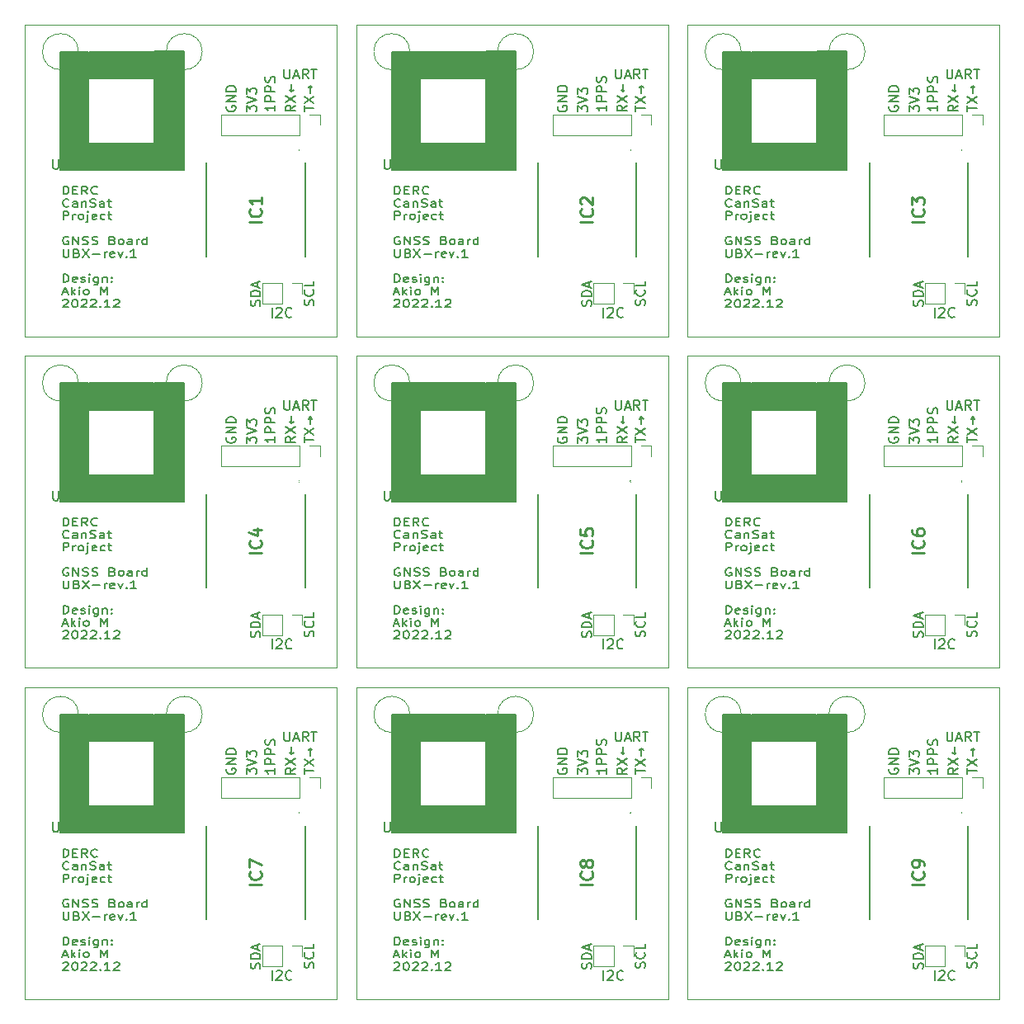
<source format=gbr>
%TF.GenerationSoftware,KiCad,Pcbnew,(6.0.4)*%
%TF.CreationDate,2022-12-29T00:07:26+09:00*%
%TF.ProjectId,gps-ublox-m10s,6770732d-7562-46c6-9f78-2d6d3130732e,rev?*%
%TF.SameCoordinates,Original*%
%TF.FileFunction,Legend,Top*%
%TF.FilePolarity,Positive*%
%FSLAX46Y46*%
G04 Gerber Fmt 4.6, Leading zero omitted, Abs format (unit mm)*
G04 Created by KiCad (PCBNEW (6.0.4)) date 2022-12-29 00:07:26*
%MOMM*%
%LPD*%
G01*
G04 APERTURE LIST*
%ADD10C,0.150000*%
%ADD11C,0.100000*%
%ADD12C,0.254000*%
%ADD13C,0.120000*%
%ADD14C,0.200000*%
G04 APERTURE END LIST*
D10*
X186475000Y-120830338D02*
X189525000Y-120830338D01*
X189525000Y-120830338D02*
X189525000Y-133000000D01*
X189525000Y-133000000D02*
X186475000Y-133000000D01*
X186475000Y-133000000D02*
X186475000Y-120830338D01*
G36*
X186475000Y-120830338D02*
G01*
X189525000Y-120830338D01*
X189525000Y-133000000D01*
X186475000Y-133000000D01*
X186475000Y-120830338D01*
G37*
X176825000Y-120840169D02*
X179675000Y-120840169D01*
X179675000Y-120840169D02*
X179675000Y-133009831D01*
X179675000Y-133009831D02*
X176825000Y-133009831D01*
X176825000Y-133009831D02*
X176825000Y-120840169D01*
G36*
X176825000Y-120840169D02*
G01*
X179675000Y-120840169D01*
X179675000Y-133009831D01*
X176825000Y-133009831D01*
X176825000Y-120840169D01*
G37*
X179755338Y-123584831D02*
X186375000Y-123584831D01*
X186375000Y-123584831D02*
X186375000Y-120834831D01*
X186375000Y-120834831D02*
X179755338Y-120834831D01*
X179755338Y-120834831D02*
X179755338Y-123584831D01*
G36*
X179755338Y-123584831D02*
G01*
X186375000Y-123584831D01*
X186375000Y-120834831D01*
X179755338Y-120834831D01*
X179755338Y-123584831D01*
G37*
D11*
X173175000Y-118059831D02*
X205175000Y-118059831D01*
X205175000Y-118059831D02*
X205175000Y-150059831D01*
X205175000Y-150059831D02*
X173175000Y-150059831D01*
X173175000Y-150059831D02*
X173175000Y-118059831D01*
D10*
X179755338Y-132984831D02*
X186375000Y-132984831D01*
X186375000Y-132984831D02*
X186375000Y-130284831D01*
X186375000Y-130284831D02*
X179755338Y-130284831D01*
X179755338Y-130284831D02*
X179755338Y-132984831D01*
G36*
X179755338Y-132984831D02*
G01*
X186375000Y-132984831D01*
X186375000Y-130284831D01*
X179755338Y-130284831D01*
X179755338Y-132984831D01*
G37*
X199779761Y-122612211D02*
X199779761Y-123421735D01*
X199827380Y-123516973D01*
X199875000Y-123564592D01*
X199970238Y-123612211D01*
X200160714Y-123612211D01*
X200255952Y-123564592D01*
X200303571Y-123516973D01*
X200351190Y-123421735D01*
X200351190Y-122612211D01*
X200779761Y-123326497D02*
X201255952Y-123326497D01*
X200684523Y-123612211D02*
X201017857Y-122612211D01*
X201351190Y-123612211D01*
X202255952Y-123612211D02*
X201922619Y-123136021D01*
X201684523Y-123612211D02*
X201684523Y-122612211D01*
X202065476Y-122612211D01*
X202160714Y-122659831D01*
X202208333Y-122707450D01*
X202255952Y-122802688D01*
X202255952Y-122945545D01*
X202208333Y-123040783D01*
X202160714Y-123088402D01*
X202065476Y-123136021D01*
X201684523Y-123136021D01*
X202541666Y-122612211D02*
X203113095Y-122612211D01*
X202827380Y-123612211D02*
X202827380Y-122612211D01*
X202779761Y-146850307D02*
X202827380Y-146707450D01*
X202827380Y-146469354D01*
X202779761Y-146374116D01*
X202732142Y-146326497D01*
X202636904Y-146278878D01*
X202541666Y-146278878D01*
X202446428Y-146326497D01*
X202398809Y-146374116D01*
X202351190Y-146469354D01*
X202303571Y-146659831D01*
X202255952Y-146755069D01*
X202208333Y-146802688D01*
X202113095Y-146850307D01*
X202017857Y-146850307D01*
X201922619Y-146802688D01*
X201875000Y-146755069D01*
X201827380Y-146659831D01*
X201827380Y-146421735D01*
X201875000Y-146278878D01*
X202732142Y-145278878D02*
X202779761Y-145326497D01*
X202827380Y-145469354D01*
X202827380Y-145564592D01*
X202779761Y-145707450D01*
X202684523Y-145802688D01*
X202589285Y-145850307D01*
X202398809Y-145897926D01*
X202255952Y-145897926D01*
X202065476Y-145850307D01*
X201970238Y-145802688D01*
X201875000Y-145707450D01*
X201827380Y-145564592D01*
X201827380Y-145469354D01*
X201875000Y-145326497D01*
X201922619Y-145278878D01*
X202827380Y-144374116D02*
X202827380Y-144850307D01*
X201827380Y-144850307D01*
X195927380Y-126997926D02*
X195927380Y-126378878D01*
X196308333Y-126712211D01*
X196308333Y-126569354D01*
X196355952Y-126474116D01*
X196403571Y-126426497D01*
X196498809Y-126378878D01*
X196736904Y-126378878D01*
X196832142Y-126426497D01*
X196879761Y-126474116D01*
X196927380Y-126569354D01*
X196927380Y-126855069D01*
X196879761Y-126950307D01*
X196832142Y-126997926D01*
X195927380Y-126093164D02*
X196927380Y-125759831D01*
X195927380Y-125426497D01*
X195927380Y-125188402D02*
X195927380Y-124569354D01*
X196308333Y-124902688D01*
X196308333Y-124759831D01*
X196355952Y-124664592D01*
X196403571Y-124616973D01*
X196498809Y-124569354D01*
X196736904Y-124569354D01*
X196832142Y-124616973D01*
X196879761Y-124664592D01*
X196927380Y-124759831D01*
X196927380Y-125045545D01*
X196879761Y-125140783D01*
X196832142Y-125188402D01*
X201827380Y-126940783D02*
X201827380Y-126369354D01*
X202827380Y-126655069D02*
X201827380Y-126655069D01*
X201827380Y-126131259D02*
X202827380Y-125464592D01*
X201827380Y-125464592D02*
X202827380Y-126131259D01*
X202446428Y-125083640D02*
X202446428Y-124321735D01*
X202636904Y-124512211D02*
X202446428Y-124321735D01*
X202255952Y-124512211D01*
X193875000Y-126421735D02*
X193827380Y-126516973D01*
X193827380Y-126659831D01*
X193875000Y-126802688D01*
X193970238Y-126897926D01*
X194065476Y-126945545D01*
X194255952Y-126993164D01*
X194398809Y-126993164D01*
X194589285Y-126945545D01*
X194684523Y-126897926D01*
X194779761Y-126802688D01*
X194827380Y-126659831D01*
X194827380Y-126564592D01*
X194779761Y-126421735D01*
X194732142Y-126374116D01*
X194398809Y-126374116D01*
X194398809Y-126564592D01*
X194827380Y-125945545D02*
X193827380Y-125945545D01*
X194827380Y-125374116D01*
X193827380Y-125374116D01*
X194827380Y-124897926D02*
X193827380Y-124897926D01*
X193827380Y-124659831D01*
X193875000Y-124516973D01*
X193970238Y-124421735D01*
X194065476Y-124374116D01*
X194255952Y-124326497D01*
X194398809Y-124326497D01*
X194589285Y-124374116D01*
X194684523Y-124421735D01*
X194779761Y-124516973D01*
X194827380Y-124659831D01*
X194827380Y-124897926D01*
X197279761Y-146924116D02*
X197327380Y-146781259D01*
X197327380Y-146543164D01*
X197279761Y-146447926D01*
X197232142Y-146400307D01*
X197136904Y-146352688D01*
X197041666Y-146352688D01*
X196946428Y-146400307D01*
X196898809Y-146447926D01*
X196851190Y-146543164D01*
X196803571Y-146733640D01*
X196755952Y-146828878D01*
X196708333Y-146876497D01*
X196613095Y-146924116D01*
X196517857Y-146924116D01*
X196422619Y-146876497D01*
X196375000Y-146828878D01*
X196327380Y-146733640D01*
X196327380Y-146495545D01*
X196375000Y-146352688D01*
X197327380Y-145924116D02*
X196327380Y-145924116D01*
X196327380Y-145686021D01*
X196375000Y-145543164D01*
X196470238Y-145447926D01*
X196565476Y-145400307D01*
X196755952Y-145352688D01*
X196898809Y-145352688D01*
X197089285Y-145400307D01*
X197184523Y-145447926D01*
X197279761Y-145543164D01*
X197327380Y-145686021D01*
X197327380Y-145924116D01*
X197041666Y-144971735D02*
X197041666Y-144495545D01*
X197327380Y-145066973D02*
X196327380Y-144733640D01*
X197327380Y-144400307D01*
X198548809Y-148112211D02*
X198548809Y-147112211D01*
X198977380Y-147207450D02*
X199025000Y-147159831D01*
X199120238Y-147112211D01*
X199358333Y-147112211D01*
X199453571Y-147159831D01*
X199501190Y-147207450D01*
X199548809Y-147302688D01*
X199548809Y-147397926D01*
X199501190Y-147540783D01*
X198929761Y-148112211D01*
X199548809Y-148112211D01*
X200548809Y-148016973D02*
X200501190Y-148064592D01*
X200358333Y-148112211D01*
X200263095Y-148112211D01*
X200120238Y-148064592D01*
X200025000Y-147969354D01*
X199977380Y-147874116D01*
X199929761Y-147683640D01*
X199929761Y-147540783D01*
X199977380Y-147350307D01*
X200025000Y-147255069D01*
X200120238Y-147159831D01*
X200263095Y-147112211D01*
X200358333Y-147112211D01*
X200501190Y-147159831D01*
X200548809Y-147207450D01*
X200927380Y-126345545D02*
X200451190Y-126678878D01*
X200927380Y-126916973D02*
X199927380Y-126916973D01*
X199927380Y-126536021D01*
X199975000Y-126440783D01*
X200022619Y-126393164D01*
X200117857Y-126345545D01*
X200260714Y-126345545D01*
X200355952Y-126393164D01*
X200403571Y-126440783D01*
X200451190Y-126536021D01*
X200451190Y-126916973D01*
X199927380Y-126012211D02*
X200927380Y-125345545D01*
X199927380Y-125345545D02*
X200927380Y-126012211D01*
X200546428Y-124202688D02*
X200546428Y-124964592D01*
X200736904Y-124774116D02*
X200546428Y-124964592D01*
X200355952Y-124774116D01*
X177110595Y-135475735D02*
X177110595Y-134675735D01*
X177348690Y-134675735D01*
X177491547Y-134713831D01*
X177586785Y-134790021D01*
X177634404Y-134866211D01*
X177682023Y-135018592D01*
X177682023Y-135132878D01*
X177634404Y-135285259D01*
X177586785Y-135361450D01*
X177491547Y-135437640D01*
X177348690Y-135475735D01*
X177110595Y-135475735D01*
X178110595Y-135056688D02*
X178443928Y-135056688D01*
X178586785Y-135475735D02*
X178110595Y-135475735D01*
X178110595Y-134675735D01*
X178586785Y-134675735D01*
X179586785Y-135475735D02*
X179253452Y-135094783D01*
X179015357Y-135475735D02*
X179015357Y-134675735D01*
X179396309Y-134675735D01*
X179491547Y-134713831D01*
X179539166Y-134751926D01*
X179586785Y-134828116D01*
X179586785Y-134942402D01*
X179539166Y-135018592D01*
X179491547Y-135056688D01*
X179396309Y-135094783D01*
X179015357Y-135094783D01*
X180586785Y-135399545D02*
X180539166Y-135437640D01*
X180396309Y-135475735D01*
X180301071Y-135475735D01*
X180158214Y-135437640D01*
X180062976Y-135361450D01*
X180015357Y-135285259D01*
X179967738Y-135132878D01*
X179967738Y-135018592D01*
X180015357Y-134866211D01*
X180062976Y-134790021D01*
X180158214Y-134713831D01*
X180301071Y-134675735D01*
X180396309Y-134675735D01*
X180539166Y-134713831D01*
X180586785Y-134751926D01*
X177682023Y-136687545D02*
X177634404Y-136725640D01*
X177491547Y-136763735D01*
X177396309Y-136763735D01*
X177253452Y-136725640D01*
X177158214Y-136649450D01*
X177110595Y-136573259D01*
X177062976Y-136420878D01*
X177062976Y-136306592D01*
X177110595Y-136154211D01*
X177158214Y-136078021D01*
X177253452Y-136001831D01*
X177396309Y-135963735D01*
X177491547Y-135963735D01*
X177634404Y-136001831D01*
X177682023Y-136039926D01*
X178539166Y-136763735D02*
X178539166Y-136344688D01*
X178491547Y-136268497D01*
X178396309Y-136230402D01*
X178205833Y-136230402D01*
X178110595Y-136268497D01*
X178539166Y-136725640D02*
X178443928Y-136763735D01*
X178205833Y-136763735D01*
X178110595Y-136725640D01*
X178062976Y-136649450D01*
X178062976Y-136573259D01*
X178110595Y-136497069D01*
X178205833Y-136458973D01*
X178443928Y-136458973D01*
X178539166Y-136420878D01*
X179015357Y-136230402D02*
X179015357Y-136763735D01*
X179015357Y-136306592D02*
X179062976Y-136268497D01*
X179158214Y-136230402D01*
X179301071Y-136230402D01*
X179396309Y-136268497D01*
X179443928Y-136344688D01*
X179443928Y-136763735D01*
X179872500Y-136725640D02*
X180015357Y-136763735D01*
X180253452Y-136763735D01*
X180348690Y-136725640D01*
X180396309Y-136687545D01*
X180443928Y-136611354D01*
X180443928Y-136535164D01*
X180396309Y-136458973D01*
X180348690Y-136420878D01*
X180253452Y-136382783D01*
X180062976Y-136344688D01*
X179967738Y-136306592D01*
X179920119Y-136268497D01*
X179872500Y-136192307D01*
X179872500Y-136116116D01*
X179920119Y-136039926D01*
X179967738Y-136001831D01*
X180062976Y-135963735D01*
X180301071Y-135963735D01*
X180443928Y-136001831D01*
X181301071Y-136763735D02*
X181301071Y-136344688D01*
X181253452Y-136268497D01*
X181158214Y-136230402D01*
X180967738Y-136230402D01*
X180872500Y-136268497D01*
X181301071Y-136725640D02*
X181205833Y-136763735D01*
X180967738Y-136763735D01*
X180872500Y-136725640D01*
X180824880Y-136649450D01*
X180824880Y-136573259D01*
X180872500Y-136497069D01*
X180967738Y-136458973D01*
X181205833Y-136458973D01*
X181301071Y-136420878D01*
X181634404Y-136230402D02*
X182015357Y-136230402D01*
X181777261Y-135963735D02*
X181777261Y-136649450D01*
X181824880Y-136725640D01*
X181920119Y-136763735D01*
X182015357Y-136763735D01*
X177110595Y-138051735D02*
X177110595Y-137251735D01*
X177491547Y-137251735D01*
X177586785Y-137289831D01*
X177634404Y-137327926D01*
X177682023Y-137404116D01*
X177682023Y-137518402D01*
X177634404Y-137594592D01*
X177586785Y-137632688D01*
X177491547Y-137670783D01*
X177110595Y-137670783D01*
X178110595Y-138051735D02*
X178110595Y-137518402D01*
X178110595Y-137670783D02*
X178158214Y-137594592D01*
X178205833Y-137556497D01*
X178301071Y-137518402D01*
X178396309Y-137518402D01*
X178872500Y-138051735D02*
X178777261Y-138013640D01*
X178729642Y-137975545D01*
X178682023Y-137899354D01*
X178682023Y-137670783D01*
X178729642Y-137594592D01*
X178777261Y-137556497D01*
X178872500Y-137518402D01*
X179015357Y-137518402D01*
X179110595Y-137556497D01*
X179158214Y-137594592D01*
X179205833Y-137670783D01*
X179205833Y-137899354D01*
X179158214Y-137975545D01*
X179110595Y-138013640D01*
X179015357Y-138051735D01*
X178872500Y-138051735D01*
X179634404Y-137518402D02*
X179634404Y-138204116D01*
X179586785Y-138280307D01*
X179491547Y-138318402D01*
X179443928Y-138318402D01*
X179634404Y-137251735D02*
X179586785Y-137289831D01*
X179634404Y-137327926D01*
X179682023Y-137289831D01*
X179634404Y-137251735D01*
X179634404Y-137327926D01*
X180491547Y-138013640D02*
X180396309Y-138051735D01*
X180205833Y-138051735D01*
X180110595Y-138013640D01*
X180062976Y-137937450D01*
X180062976Y-137632688D01*
X180110595Y-137556497D01*
X180205833Y-137518402D01*
X180396309Y-137518402D01*
X180491547Y-137556497D01*
X180539166Y-137632688D01*
X180539166Y-137708878D01*
X180062976Y-137785069D01*
X181396309Y-138013640D02*
X181301071Y-138051735D01*
X181110595Y-138051735D01*
X181015357Y-138013640D01*
X180967738Y-137975545D01*
X180920119Y-137899354D01*
X180920119Y-137670783D01*
X180967738Y-137594592D01*
X181015357Y-137556497D01*
X181110595Y-137518402D01*
X181301071Y-137518402D01*
X181396309Y-137556497D01*
X181682023Y-137518402D02*
X182062976Y-137518402D01*
X181824880Y-137251735D02*
X181824880Y-137937450D01*
X181872500Y-138013640D01*
X181967738Y-138051735D01*
X182062976Y-138051735D01*
X177634404Y-139865831D02*
X177539166Y-139827735D01*
X177396309Y-139827735D01*
X177253452Y-139865831D01*
X177158214Y-139942021D01*
X177110595Y-140018211D01*
X177062976Y-140170592D01*
X177062976Y-140284878D01*
X177110595Y-140437259D01*
X177158214Y-140513450D01*
X177253452Y-140589640D01*
X177396309Y-140627735D01*
X177491547Y-140627735D01*
X177634404Y-140589640D01*
X177682023Y-140551545D01*
X177682023Y-140284878D01*
X177491547Y-140284878D01*
X178110595Y-140627735D02*
X178110595Y-139827735D01*
X178682023Y-140627735D01*
X178682023Y-139827735D01*
X179110595Y-140589640D02*
X179253452Y-140627735D01*
X179491547Y-140627735D01*
X179586785Y-140589640D01*
X179634404Y-140551545D01*
X179682023Y-140475354D01*
X179682023Y-140399164D01*
X179634404Y-140322973D01*
X179586785Y-140284878D01*
X179491547Y-140246783D01*
X179301071Y-140208688D01*
X179205833Y-140170592D01*
X179158214Y-140132497D01*
X179110595Y-140056307D01*
X179110595Y-139980116D01*
X179158214Y-139903926D01*
X179205833Y-139865831D01*
X179301071Y-139827735D01*
X179539166Y-139827735D01*
X179682023Y-139865831D01*
X180062976Y-140589640D02*
X180205833Y-140627735D01*
X180443928Y-140627735D01*
X180539166Y-140589640D01*
X180586785Y-140551545D01*
X180634404Y-140475354D01*
X180634404Y-140399164D01*
X180586785Y-140322973D01*
X180539166Y-140284878D01*
X180443928Y-140246783D01*
X180253452Y-140208688D01*
X180158214Y-140170592D01*
X180110595Y-140132497D01*
X180062976Y-140056307D01*
X180062976Y-139980116D01*
X180110595Y-139903926D01*
X180158214Y-139865831D01*
X180253452Y-139827735D01*
X180491547Y-139827735D01*
X180634404Y-139865831D01*
X182158214Y-140208688D02*
X182301071Y-140246783D01*
X182348690Y-140284878D01*
X182396309Y-140361069D01*
X182396309Y-140475354D01*
X182348690Y-140551545D01*
X182301071Y-140589640D01*
X182205833Y-140627735D01*
X181824880Y-140627735D01*
X181824880Y-139827735D01*
X182158214Y-139827735D01*
X182253452Y-139865831D01*
X182301071Y-139903926D01*
X182348690Y-139980116D01*
X182348690Y-140056307D01*
X182301071Y-140132497D01*
X182253452Y-140170592D01*
X182158214Y-140208688D01*
X181824880Y-140208688D01*
X182967738Y-140627735D02*
X182872500Y-140589640D01*
X182824880Y-140551545D01*
X182777261Y-140475354D01*
X182777261Y-140246783D01*
X182824880Y-140170592D01*
X182872500Y-140132497D01*
X182967738Y-140094402D01*
X183110595Y-140094402D01*
X183205833Y-140132497D01*
X183253452Y-140170592D01*
X183301071Y-140246783D01*
X183301071Y-140475354D01*
X183253452Y-140551545D01*
X183205833Y-140589640D01*
X183110595Y-140627735D01*
X182967738Y-140627735D01*
X184158214Y-140627735D02*
X184158214Y-140208688D01*
X184110595Y-140132497D01*
X184015357Y-140094402D01*
X183824880Y-140094402D01*
X183729642Y-140132497D01*
X184158214Y-140589640D02*
X184062976Y-140627735D01*
X183824880Y-140627735D01*
X183729642Y-140589640D01*
X183682023Y-140513450D01*
X183682023Y-140437259D01*
X183729642Y-140361069D01*
X183824880Y-140322973D01*
X184062976Y-140322973D01*
X184158214Y-140284878D01*
X184634404Y-140627735D02*
X184634404Y-140094402D01*
X184634404Y-140246783D02*
X184682023Y-140170592D01*
X184729642Y-140132497D01*
X184824880Y-140094402D01*
X184920119Y-140094402D01*
X185682023Y-140627735D02*
X185682023Y-139827735D01*
X185682023Y-140589640D02*
X185586785Y-140627735D01*
X185396309Y-140627735D01*
X185301071Y-140589640D01*
X185253452Y-140551545D01*
X185205833Y-140475354D01*
X185205833Y-140246783D01*
X185253452Y-140170592D01*
X185301071Y-140132497D01*
X185396309Y-140094402D01*
X185586785Y-140094402D01*
X185682023Y-140132497D01*
X177110595Y-141115735D02*
X177110595Y-141763354D01*
X177158214Y-141839545D01*
X177205833Y-141877640D01*
X177301071Y-141915735D01*
X177491547Y-141915735D01*
X177586785Y-141877640D01*
X177634404Y-141839545D01*
X177682023Y-141763354D01*
X177682023Y-141115735D01*
X178491547Y-141496688D02*
X178634404Y-141534783D01*
X178682023Y-141572878D01*
X178729642Y-141649069D01*
X178729642Y-141763354D01*
X178682023Y-141839545D01*
X178634404Y-141877640D01*
X178539166Y-141915735D01*
X178158214Y-141915735D01*
X178158214Y-141115735D01*
X178491547Y-141115735D01*
X178586785Y-141153831D01*
X178634404Y-141191926D01*
X178682023Y-141268116D01*
X178682023Y-141344307D01*
X178634404Y-141420497D01*
X178586785Y-141458592D01*
X178491547Y-141496688D01*
X178158214Y-141496688D01*
X179062976Y-141115735D02*
X179729642Y-141915735D01*
X179729642Y-141115735D02*
X179062976Y-141915735D01*
X180110595Y-141610973D02*
X180872500Y-141610973D01*
X181348690Y-141915735D02*
X181348690Y-141382402D01*
X181348690Y-141534783D02*
X181396309Y-141458592D01*
X181443928Y-141420497D01*
X181539166Y-141382402D01*
X181634404Y-141382402D01*
X182348690Y-141877640D02*
X182253452Y-141915735D01*
X182062976Y-141915735D01*
X181967738Y-141877640D01*
X181920119Y-141801450D01*
X181920119Y-141496688D01*
X181967738Y-141420497D01*
X182062976Y-141382402D01*
X182253452Y-141382402D01*
X182348690Y-141420497D01*
X182396309Y-141496688D01*
X182396309Y-141572878D01*
X181920119Y-141649069D01*
X182729642Y-141382402D02*
X182967738Y-141915735D01*
X183205833Y-141382402D01*
X183586785Y-141839545D02*
X183634404Y-141877640D01*
X183586785Y-141915735D01*
X183539166Y-141877640D01*
X183586785Y-141839545D01*
X183586785Y-141915735D01*
X184586785Y-141915735D02*
X184015357Y-141915735D01*
X184301071Y-141915735D02*
X184301071Y-141115735D01*
X184205833Y-141230021D01*
X184110595Y-141306211D01*
X184015357Y-141344307D01*
X177110595Y-144491735D02*
X177110595Y-143691735D01*
X177348690Y-143691735D01*
X177491547Y-143729831D01*
X177586785Y-143806021D01*
X177634404Y-143882211D01*
X177682023Y-144034592D01*
X177682023Y-144148878D01*
X177634404Y-144301259D01*
X177586785Y-144377450D01*
X177491547Y-144453640D01*
X177348690Y-144491735D01*
X177110595Y-144491735D01*
X178491547Y-144453640D02*
X178396309Y-144491735D01*
X178205833Y-144491735D01*
X178110595Y-144453640D01*
X178062976Y-144377450D01*
X178062976Y-144072688D01*
X178110595Y-143996497D01*
X178205833Y-143958402D01*
X178396309Y-143958402D01*
X178491547Y-143996497D01*
X178539166Y-144072688D01*
X178539166Y-144148878D01*
X178062976Y-144225069D01*
X178920119Y-144453640D02*
X179015357Y-144491735D01*
X179205833Y-144491735D01*
X179301071Y-144453640D01*
X179348690Y-144377450D01*
X179348690Y-144339354D01*
X179301071Y-144263164D01*
X179205833Y-144225069D01*
X179062976Y-144225069D01*
X178967738Y-144186973D01*
X178920119Y-144110783D01*
X178920119Y-144072688D01*
X178967738Y-143996497D01*
X179062976Y-143958402D01*
X179205833Y-143958402D01*
X179301071Y-143996497D01*
X179777261Y-144491735D02*
X179777261Y-143958402D01*
X179777261Y-143691735D02*
X179729642Y-143729831D01*
X179777261Y-143767926D01*
X179824880Y-143729831D01*
X179777261Y-143691735D01*
X179777261Y-143767926D01*
X180682023Y-143958402D02*
X180682023Y-144606021D01*
X180634404Y-144682211D01*
X180586785Y-144720307D01*
X180491547Y-144758402D01*
X180348690Y-144758402D01*
X180253452Y-144720307D01*
X180682023Y-144453640D02*
X180586785Y-144491735D01*
X180396309Y-144491735D01*
X180301071Y-144453640D01*
X180253452Y-144415545D01*
X180205833Y-144339354D01*
X180205833Y-144110783D01*
X180253452Y-144034592D01*
X180301071Y-143996497D01*
X180396309Y-143958402D01*
X180586785Y-143958402D01*
X180682023Y-143996497D01*
X181158214Y-143958402D02*
X181158214Y-144491735D01*
X181158214Y-144034592D02*
X181205833Y-143996497D01*
X181301071Y-143958402D01*
X181443928Y-143958402D01*
X181539166Y-143996497D01*
X181586785Y-144072688D01*
X181586785Y-144491735D01*
X182062976Y-144415545D02*
X182110595Y-144453640D01*
X182062976Y-144491735D01*
X182015357Y-144453640D01*
X182062976Y-144415545D01*
X182062976Y-144491735D01*
X182062976Y-143996497D02*
X182110595Y-144034592D01*
X182062976Y-144072688D01*
X182015357Y-144034592D01*
X182062976Y-143996497D01*
X182062976Y-144072688D01*
X177062976Y-145551164D02*
X177539166Y-145551164D01*
X176967738Y-145779735D02*
X177301071Y-144979735D01*
X177634404Y-145779735D01*
X177967738Y-145779735D02*
X177967738Y-144979735D01*
X178062976Y-145474973D02*
X178348690Y-145779735D01*
X178348690Y-145246402D02*
X177967738Y-145551164D01*
X178777261Y-145779735D02*
X178777261Y-145246402D01*
X178777261Y-144979735D02*
X178729642Y-145017831D01*
X178777261Y-145055926D01*
X178824880Y-145017831D01*
X178777261Y-144979735D01*
X178777261Y-145055926D01*
X179396309Y-145779735D02*
X179301071Y-145741640D01*
X179253452Y-145703545D01*
X179205833Y-145627354D01*
X179205833Y-145398783D01*
X179253452Y-145322592D01*
X179301071Y-145284497D01*
X179396309Y-145246402D01*
X179539166Y-145246402D01*
X179634404Y-145284497D01*
X179682023Y-145322592D01*
X179729642Y-145398783D01*
X179729642Y-145627354D01*
X179682023Y-145703545D01*
X179634404Y-145741640D01*
X179539166Y-145779735D01*
X179396309Y-145779735D01*
X180920119Y-145779735D02*
X180920119Y-144979735D01*
X181253452Y-145551164D01*
X181586785Y-144979735D01*
X181586785Y-145779735D01*
X177062976Y-146343926D02*
X177110595Y-146305831D01*
X177205833Y-146267735D01*
X177443928Y-146267735D01*
X177539166Y-146305831D01*
X177586785Y-146343926D01*
X177634404Y-146420116D01*
X177634404Y-146496307D01*
X177586785Y-146610592D01*
X177015357Y-147067735D01*
X177634404Y-147067735D01*
X178253452Y-146267735D02*
X178348690Y-146267735D01*
X178443928Y-146305831D01*
X178491547Y-146343926D01*
X178539166Y-146420116D01*
X178586785Y-146572497D01*
X178586785Y-146762973D01*
X178539166Y-146915354D01*
X178491547Y-146991545D01*
X178443928Y-147029640D01*
X178348690Y-147067735D01*
X178253452Y-147067735D01*
X178158214Y-147029640D01*
X178110595Y-146991545D01*
X178062976Y-146915354D01*
X178015357Y-146762973D01*
X178015357Y-146572497D01*
X178062976Y-146420116D01*
X178110595Y-146343926D01*
X178158214Y-146305831D01*
X178253452Y-146267735D01*
X178967738Y-146343926D02*
X179015357Y-146305831D01*
X179110595Y-146267735D01*
X179348690Y-146267735D01*
X179443928Y-146305831D01*
X179491547Y-146343926D01*
X179539166Y-146420116D01*
X179539166Y-146496307D01*
X179491547Y-146610592D01*
X178920119Y-147067735D01*
X179539166Y-147067735D01*
X179920119Y-146343926D02*
X179967738Y-146305831D01*
X180062976Y-146267735D01*
X180301071Y-146267735D01*
X180396309Y-146305831D01*
X180443928Y-146343926D01*
X180491547Y-146420116D01*
X180491547Y-146496307D01*
X180443928Y-146610592D01*
X179872500Y-147067735D01*
X180491547Y-147067735D01*
X180920119Y-146991545D02*
X180967738Y-147029640D01*
X180920119Y-147067735D01*
X180872500Y-147029640D01*
X180920119Y-146991545D01*
X180920119Y-147067735D01*
X181920119Y-147067735D02*
X181348690Y-147067735D01*
X181634404Y-147067735D02*
X181634404Y-146267735D01*
X181539166Y-146382021D01*
X181443928Y-146458211D01*
X181348690Y-146496307D01*
X182301071Y-146343926D02*
X182348690Y-146305831D01*
X182443928Y-146267735D01*
X182682023Y-146267735D01*
X182777261Y-146305831D01*
X182824880Y-146343926D01*
X182872500Y-146420116D01*
X182872500Y-146496307D01*
X182824880Y-146610592D01*
X182253452Y-147067735D01*
X182872500Y-147067735D01*
X198827380Y-126350307D02*
X198827380Y-126921735D01*
X198827380Y-126636021D02*
X197827380Y-126636021D01*
X197970238Y-126731259D01*
X198065476Y-126826497D01*
X198113095Y-126921735D01*
X198827380Y-125921735D02*
X197827380Y-125921735D01*
X197827380Y-125540783D01*
X197875000Y-125445545D01*
X197922619Y-125397926D01*
X198017857Y-125350307D01*
X198160714Y-125350307D01*
X198255952Y-125397926D01*
X198303571Y-125445545D01*
X198351190Y-125540783D01*
X198351190Y-125921735D01*
X198827380Y-124921735D02*
X197827380Y-124921735D01*
X197827380Y-124540783D01*
X197875000Y-124445545D01*
X197922619Y-124397926D01*
X198017857Y-124350307D01*
X198160714Y-124350307D01*
X198255952Y-124397926D01*
X198303571Y-124445545D01*
X198351190Y-124540783D01*
X198351190Y-124921735D01*
X198779761Y-123969354D02*
X198827380Y-123826497D01*
X198827380Y-123588402D01*
X198779761Y-123493164D01*
X198732142Y-123445545D01*
X198636904Y-123397926D01*
X198541666Y-123397926D01*
X198446428Y-123445545D01*
X198398809Y-123493164D01*
X198351190Y-123588402D01*
X198303571Y-123778878D01*
X198255952Y-123874116D01*
X198208333Y-123921735D01*
X198113095Y-123969354D01*
X198017857Y-123969354D01*
X197922619Y-123921735D01*
X197875000Y-123874116D01*
X197827380Y-123778878D01*
X197827380Y-123540783D01*
X197875000Y-123397926D01*
X152475000Y-120830338D02*
X155525000Y-120830338D01*
X155525000Y-120830338D02*
X155525000Y-133000000D01*
X155525000Y-133000000D02*
X152475000Y-133000000D01*
X152475000Y-133000000D02*
X152475000Y-120830338D01*
G36*
X152475000Y-120830338D02*
G01*
X155525000Y-120830338D01*
X155525000Y-133000000D01*
X152475000Y-133000000D01*
X152475000Y-120830338D01*
G37*
X142825000Y-120840169D02*
X145675000Y-120840169D01*
X145675000Y-120840169D02*
X145675000Y-133009831D01*
X145675000Y-133009831D02*
X142825000Y-133009831D01*
X142825000Y-133009831D02*
X142825000Y-120840169D01*
G36*
X142825000Y-120840169D02*
G01*
X145675000Y-120840169D01*
X145675000Y-133009831D01*
X142825000Y-133009831D01*
X142825000Y-120840169D01*
G37*
X145755338Y-123584831D02*
X152375000Y-123584831D01*
X152375000Y-123584831D02*
X152375000Y-120834831D01*
X152375000Y-120834831D02*
X145755338Y-120834831D01*
X145755338Y-120834831D02*
X145755338Y-123584831D01*
G36*
X145755338Y-123584831D02*
G01*
X152375000Y-123584831D01*
X152375000Y-120834831D01*
X145755338Y-120834831D01*
X145755338Y-123584831D01*
G37*
D11*
X139175000Y-118059831D02*
X171175000Y-118059831D01*
X171175000Y-118059831D02*
X171175000Y-150059831D01*
X171175000Y-150059831D02*
X139175000Y-150059831D01*
X139175000Y-150059831D02*
X139175000Y-118059831D01*
D10*
X145755338Y-132984831D02*
X152375000Y-132984831D01*
X152375000Y-132984831D02*
X152375000Y-130284831D01*
X152375000Y-130284831D02*
X145755338Y-130284831D01*
X145755338Y-130284831D02*
X145755338Y-132984831D01*
G36*
X145755338Y-132984831D02*
G01*
X152375000Y-132984831D01*
X152375000Y-130284831D01*
X145755338Y-130284831D01*
X145755338Y-132984831D01*
G37*
X165779761Y-122612211D02*
X165779761Y-123421735D01*
X165827380Y-123516973D01*
X165875000Y-123564592D01*
X165970238Y-123612211D01*
X166160714Y-123612211D01*
X166255952Y-123564592D01*
X166303571Y-123516973D01*
X166351190Y-123421735D01*
X166351190Y-122612211D01*
X166779761Y-123326497D02*
X167255952Y-123326497D01*
X166684523Y-123612211D02*
X167017857Y-122612211D01*
X167351190Y-123612211D01*
X168255952Y-123612211D02*
X167922619Y-123136021D01*
X167684523Y-123612211D02*
X167684523Y-122612211D01*
X168065476Y-122612211D01*
X168160714Y-122659831D01*
X168208333Y-122707450D01*
X168255952Y-122802688D01*
X168255952Y-122945545D01*
X168208333Y-123040783D01*
X168160714Y-123088402D01*
X168065476Y-123136021D01*
X167684523Y-123136021D01*
X168541666Y-122612211D02*
X169113095Y-122612211D01*
X168827380Y-123612211D02*
X168827380Y-122612211D01*
X168779761Y-146850307D02*
X168827380Y-146707450D01*
X168827380Y-146469354D01*
X168779761Y-146374116D01*
X168732142Y-146326497D01*
X168636904Y-146278878D01*
X168541666Y-146278878D01*
X168446428Y-146326497D01*
X168398809Y-146374116D01*
X168351190Y-146469354D01*
X168303571Y-146659831D01*
X168255952Y-146755069D01*
X168208333Y-146802688D01*
X168113095Y-146850307D01*
X168017857Y-146850307D01*
X167922619Y-146802688D01*
X167875000Y-146755069D01*
X167827380Y-146659831D01*
X167827380Y-146421735D01*
X167875000Y-146278878D01*
X168732142Y-145278878D02*
X168779761Y-145326497D01*
X168827380Y-145469354D01*
X168827380Y-145564592D01*
X168779761Y-145707450D01*
X168684523Y-145802688D01*
X168589285Y-145850307D01*
X168398809Y-145897926D01*
X168255952Y-145897926D01*
X168065476Y-145850307D01*
X167970238Y-145802688D01*
X167875000Y-145707450D01*
X167827380Y-145564592D01*
X167827380Y-145469354D01*
X167875000Y-145326497D01*
X167922619Y-145278878D01*
X168827380Y-144374116D02*
X168827380Y-144850307D01*
X167827380Y-144850307D01*
X161927380Y-126997926D02*
X161927380Y-126378878D01*
X162308333Y-126712211D01*
X162308333Y-126569354D01*
X162355952Y-126474116D01*
X162403571Y-126426497D01*
X162498809Y-126378878D01*
X162736904Y-126378878D01*
X162832142Y-126426497D01*
X162879761Y-126474116D01*
X162927380Y-126569354D01*
X162927380Y-126855069D01*
X162879761Y-126950307D01*
X162832142Y-126997926D01*
X161927380Y-126093164D02*
X162927380Y-125759831D01*
X161927380Y-125426497D01*
X161927380Y-125188402D02*
X161927380Y-124569354D01*
X162308333Y-124902688D01*
X162308333Y-124759831D01*
X162355952Y-124664592D01*
X162403571Y-124616973D01*
X162498809Y-124569354D01*
X162736904Y-124569354D01*
X162832142Y-124616973D01*
X162879761Y-124664592D01*
X162927380Y-124759831D01*
X162927380Y-125045545D01*
X162879761Y-125140783D01*
X162832142Y-125188402D01*
X167827380Y-126940783D02*
X167827380Y-126369354D01*
X168827380Y-126655069D02*
X167827380Y-126655069D01*
X167827380Y-126131259D02*
X168827380Y-125464592D01*
X167827380Y-125464592D02*
X168827380Y-126131259D01*
X168446428Y-125083640D02*
X168446428Y-124321735D01*
X168636904Y-124512211D02*
X168446428Y-124321735D01*
X168255952Y-124512211D01*
X159875000Y-126421735D02*
X159827380Y-126516973D01*
X159827380Y-126659831D01*
X159875000Y-126802688D01*
X159970238Y-126897926D01*
X160065476Y-126945545D01*
X160255952Y-126993164D01*
X160398809Y-126993164D01*
X160589285Y-126945545D01*
X160684523Y-126897926D01*
X160779761Y-126802688D01*
X160827380Y-126659831D01*
X160827380Y-126564592D01*
X160779761Y-126421735D01*
X160732142Y-126374116D01*
X160398809Y-126374116D01*
X160398809Y-126564592D01*
X160827380Y-125945545D02*
X159827380Y-125945545D01*
X160827380Y-125374116D01*
X159827380Y-125374116D01*
X160827380Y-124897926D02*
X159827380Y-124897926D01*
X159827380Y-124659831D01*
X159875000Y-124516973D01*
X159970238Y-124421735D01*
X160065476Y-124374116D01*
X160255952Y-124326497D01*
X160398809Y-124326497D01*
X160589285Y-124374116D01*
X160684523Y-124421735D01*
X160779761Y-124516973D01*
X160827380Y-124659831D01*
X160827380Y-124897926D01*
X163279761Y-146924116D02*
X163327380Y-146781259D01*
X163327380Y-146543164D01*
X163279761Y-146447926D01*
X163232142Y-146400307D01*
X163136904Y-146352688D01*
X163041666Y-146352688D01*
X162946428Y-146400307D01*
X162898809Y-146447926D01*
X162851190Y-146543164D01*
X162803571Y-146733640D01*
X162755952Y-146828878D01*
X162708333Y-146876497D01*
X162613095Y-146924116D01*
X162517857Y-146924116D01*
X162422619Y-146876497D01*
X162375000Y-146828878D01*
X162327380Y-146733640D01*
X162327380Y-146495545D01*
X162375000Y-146352688D01*
X163327380Y-145924116D02*
X162327380Y-145924116D01*
X162327380Y-145686021D01*
X162375000Y-145543164D01*
X162470238Y-145447926D01*
X162565476Y-145400307D01*
X162755952Y-145352688D01*
X162898809Y-145352688D01*
X163089285Y-145400307D01*
X163184523Y-145447926D01*
X163279761Y-145543164D01*
X163327380Y-145686021D01*
X163327380Y-145924116D01*
X163041666Y-144971735D02*
X163041666Y-144495545D01*
X163327380Y-145066973D02*
X162327380Y-144733640D01*
X163327380Y-144400307D01*
X164548809Y-148112211D02*
X164548809Y-147112211D01*
X164977380Y-147207450D02*
X165025000Y-147159831D01*
X165120238Y-147112211D01*
X165358333Y-147112211D01*
X165453571Y-147159831D01*
X165501190Y-147207450D01*
X165548809Y-147302688D01*
X165548809Y-147397926D01*
X165501190Y-147540783D01*
X164929761Y-148112211D01*
X165548809Y-148112211D01*
X166548809Y-148016973D02*
X166501190Y-148064592D01*
X166358333Y-148112211D01*
X166263095Y-148112211D01*
X166120238Y-148064592D01*
X166025000Y-147969354D01*
X165977380Y-147874116D01*
X165929761Y-147683640D01*
X165929761Y-147540783D01*
X165977380Y-147350307D01*
X166025000Y-147255069D01*
X166120238Y-147159831D01*
X166263095Y-147112211D01*
X166358333Y-147112211D01*
X166501190Y-147159831D01*
X166548809Y-147207450D01*
X166927380Y-126345545D02*
X166451190Y-126678878D01*
X166927380Y-126916973D02*
X165927380Y-126916973D01*
X165927380Y-126536021D01*
X165975000Y-126440783D01*
X166022619Y-126393164D01*
X166117857Y-126345545D01*
X166260714Y-126345545D01*
X166355952Y-126393164D01*
X166403571Y-126440783D01*
X166451190Y-126536021D01*
X166451190Y-126916973D01*
X165927380Y-126012211D02*
X166927380Y-125345545D01*
X165927380Y-125345545D02*
X166927380Y-126012211D01*
X166546428Y-124202688D02*
X166546428Y-124964592D01*
X166736904Y-124774116D02*
X166546428Y-124964592D01*
X166355952Y-124774116D01*
X143110595Y-135475735D02*
X143110595Y-134675735D01*
X143348690Y-134675735D01*
X143491547Y-134713831D01*
X143586785Y-134790021D01*
X143634404Y-134866211D01*
X143682023Y-135018592D01*
X143682023Y-135132878D01*
X143634404Y-135285259D01*
X143586785Y-135361450D01*
X143491547Y-135437640D01*
X143348690Y-135475735D01*
X143110595Y-135475735D01*
X144110595Y-135056688D02*
X144443928Y-135056688D01*
X144586785Y-135475735D02*
X144110595Y-135475735D01*
X144110595Y-134675735D01*
X144586785Y-134675735D01*
X145586785Y-135475735D02*
X145253452Y-135094783D01*
X145015357Y-135475735D02*
X145015357Y-134675735D01*
X145396309Y-134675735D01*
X145491547Y-134713831D01*
X145539166Y-134751926D01*
X145586785Y-134828116D01*
X145586785Y-134942402D01*
X145539166Y-135018592D01*
X145491547Y-135056688D01*
X145396309Y-135094783D01*
X145015357Y-135094783D01*
X146586785Y-135399545D02*
X146539166Y-135437640D01*
X146396309Y-135475735D01*
X146301071Y-135475735D01*
X146158214Y-135437640D01*
X146062976Y-135361450D01*
X146015357Y-135285259D01*
X145967738Y-135132878D01*
X145967738Y-135018592D01*
X146015357Y-134866211D01*
X146062976Y-134790021D01*
X146158214Y-134713831D01*
X146301071Y-134675735D01*
X146396309Y-134675735D01*
X146539166Y-134713831D01*
X146586785Y-134751926D01*
X143682023Y-136687545D02*
X143634404Y-136725640D01*
X143491547Y-136763735D01*
X143396309Y-136763735D01*
X143253452Y-136725640D01*
X143158214Y-136649450D01*
X143110595Y-136573259D01*
X143062976Y-136420878D01*
X143062976Y-136306592D01*
X143110595Y-136154211D01*
X143158214Y-136078021D01*
X143253452Y-136001831D01*
X143396309Y-135963735D01*
X143491547Y-135963735D01*
X143634404Y-136001831D01*
X143682023Y-136039926D01*
X144539166Y-136763735D02*
X144539166Y-136344688D01*
X144491547Y-136268497D01*
X144396309Y-136230402D01*
X144205833Y-136230402D01*
X144110595Y-136268497D01*
X144539166Y-136725640D02*
X144443928Y-136763735D01*
X144205833Y-136763735D01*
X144110595Y-136725640D01*
X144062976Y-136649450D01*
X144062976Y-136573259D01*
X144110595Y-136497069D01*
X144205833Y-136458973D01*
X144443928Y-136458973D01*
X144539166Y-136420878D01*
X145015357Y-136230402D02*
X145015357Y-136763735D01*
X145015357Y-136306592D02*
X145062976Y-136268497D01*
X145158214Y-136230402D01*
X145301071Y-136230402D01*
X145396309Y-136268497D01*
X145443928Y-136344688D01*
X145443928Y-136763735D01*
X145872500Y-136725640D02*
X146015357Y-136763735D01*
X146253452Y-136763735D01*
X146348690Y-136725640D01*
X146396309Y-136687545D01*
X146443928Y-136611354D01*
X146443928Y-136535164D01*
X146396309Y-136458973D01*
X146348690Y-136420878D01*
X146253452Y-136382783D01*
X146062976Y-136344688D01*
X145967738Y-136306592D01*
X145920119Y-136268497D01*
X145872500Y-136192307D01*
X145872500Y-136116116D01*
X145920119Y-136039926D01*
X145967738Y-136001831D01*
X146062976Y-135963735D01*
X146301071Y-135963735D01*
X146443928Y-136001831D01*
X147301071Y-136763735D02*
X147301071Y-136344688D01*
X147253452Y-136268497D01*
X147158214Y-136230402D01*
X146967738Y-136230402D01*
X146872500Y-136268497D01*
X147301071Y-136725640D02*
X147205833Y-136763735D01*
X146967738Y-136763735D01*
X146872500Y-136725640D01*
X146824880Y-136649450D01*
X146824880Y-136573259D01*
X146872500Y-136497069D01*
X146967738Y-136458973D01*
X147205833Y-136458973D01*
X147301071Y-136420878D01*
X147634404Y-136230402D02*
X148015357Y-136230402D01*
X147777261Y-135963735D02*
X147777261Y-136649450D01*
X147824880Y-136725640D01*
X147920119Y-136763735D01*
X148015357Y-136763735D01*
X143110595Y-138051735D02*
X143110595Y-137251735D01*
X143491547Y-137251735D01*
X143586785Y-137289831D01*
X143634404Y-137327926D01*
X143682023Y-137404116D01*
X143682023Y-137518402D01*
X143634404Y-137594592D01*
X143586785Y-137632688D01*
X143491547Y-137670783D01*
X143110595Y-137670783D01*
X144110595Y-138051735D02*
X144110595Y-137518402D01*
X144110595Y-137670783D02*
X144158214Y-137594592D01*
X144205833Y-137556497D01*
X144301071Y-137518402D01*
X144396309Y-137518402D01*
X144872500Y-138051735D02*
X144777261Y-138013640D01*
X144729642Y-137975545D01*
X144682023Y-137899354D01*
X144682023Y-137670783D01*
X144729642Y-137594592D01*
X144777261Y-137556497D01*
X144872500Y-137518402D01*
X145015357Y-137518402D01*
X145110595Y-137556497D01*
X145158214Y-137594592D01*
X145205833Y-137670783D01*
X145205833Y-137899354D01*
X145158214Y-137975545D01*
X145110595Y-138013640D01*
X145015357Y-138051735D01*
X144872500Y-138051735D01*
X145634404Y-137518402D02*
X145634404Y-138204116D01*
X145586785Y-138280307D01*
X145491547Y-138318402D01*
X145443928Y-138318402D01*
X145634404Y-137251735D02*
X145586785Y-137289831D01*
X145634404Y-137327926D01*
X145682023Y-137289831D01*
X145634404Y-137251735D01*
X145634404Y-137327926D01*
X146491547Y-138013640D02*
X146396309Y-138051735D01*
X146205833Y-138051735D01*
X146110595Y-138013640D01*
X146062976Y-137937450D01*
X146062976Y-137632688D01*
X146110595Y-137556497D01*
X146205833Y-137518402D01*
X146396309Y-137518402D01*
X146491547Y-137556497D01*
X146539166Y-137632688D01*
X146539166Y-137708878D01*
X146062976Y-137785069D01*
X147396309Y-138013640D02*
X147301071Y-138051735D01*
X147110595Y-138051735D01*
X147015357Y-138013640D01*
X146967738Y-137975545D01*
X146920119Y-137899354D01*
X146920119Y-137670783D01*
X146967738Y-137594592D01*
X147015357Y-137556497D01*
X147110595Y-137518402D01*
X147301071Y-137518402D01*
X147396309Y-137556497D01*
X147682023Y-137518402D02*
X148062976Y-137518402D01*
X147824880Y-137251735D02*
X147824880Y-137937450D01*
X147872500Y-138013640D01*
X147967738Y-138051735D01*
X148062976Y-138051735D01*
X143634404Y-139865831D02*
X143539166Y-139827735D01*
X143396309Y-139827735D01*
X143253452Y-139865831D01*
X143158214Y-139942021D01*
X143110595Y-140018211D01*
X143062976Y-140170592D01*
X143062976Y-140284878D01*
X143110595Y-140437259D01*
X143158214Y-140513450D01*
X143253452Y-140589640D01*
X143396309Y-140627735D01*
X143491547Y-140627735D01*
X143634404Y-140589640D01*
X143682023Y-140551545D01*
X143682023Y-140284878D01*
X143491547Y-140284878D01*
X144110595Y-140627735D02*
X144110595Y-139827735D01*
X144682023Y-140627735D01*
X144682023Y-139827735D01*
X145110595Y-140589640D02*
X145253452Y-140627735D01*
X145491547Y-140627735D01*
X145586785Y-140589640D01*
X145634404Y-140551545D01*
X145682023Y-140475354D01*
X145682023Y-140399164D01*
X145634404Y-140322973D01*
X145586785Y-140284878D01*
X145491547Y-140246783D01*
X145301071Y-140208688D01*
X145205833Y-140170592D01*
X145158214Y-140132497D01*
X145110595Y-140056307D01*
X145110595Y-139980116D01*
X145158214Y-139903926D01*
X145205833Y-139865831D01*
X145301071Y-139827735D01*
X145539166Y-139827735D01*
X145682023Y-139865831D01*
X146062976Y-140589640D02*
X146205833Y-140627735D01*
X146443928Y-140627735D01*
X146539166Y-140589640D01*
X146586785Y-140551545D01*
X146634404Y-140475354D01*
X146634404Y-140399164D01*
X146586785Y-140322973D01*
X146539166Y-140284878D01*
X146443928Y-140246783D01*
X146253452Y-140208688D01*
X146158214Y-140170592D01*
X146110595Y-140132497D01*
X146062976Y-140056307D01*
X146062976Y-139980116D01*
X146110595Y-139903926D01*
X146158214Y-139865831D01*
X146253452Y-139827735D01*
X146491547Y-139827735D01*
X146634404Y-139865831D01*
X148158214Y-140208688D02*
X148301071Y-140246783D01*
X148348690Y-140284878D01*
X148396309Y-140361069D01*
X148396309Y-140475354D01*
X148348690Y-140551545D01*
X148301071Y-140589640D01*
X148205833Y-140627735D01*
X147824880Y-140627735D01*
X147824880Y-139827735D01*
X148158214Y-139827735D01*
X148253452Y-139865831D01*
X148301071Y-139903926D01*
X148348690Y-139980116D01*
X148348690Y-140056307D01*
X148301071Y-140132497D01*
X148253452Y-140170592D01*
X148158214Y-140208688D01*
X147824880Y-140208688D01*
X148967738Y-140627735D02*
X148872500Y-140589640D01*
X148824880Y-140551545D01*
X148777261Y-140475354D01*
X148777261Y-140246783D01*
X148824880Y-140170592D01*
X148872500Y-140132497D01*
X148967738Y-140094402D01*
X149110595Y-140094402D01*
X149205833Y-140132497D01*
X149253452Y-140170592D01*
X149301071Y-140246783D01*
X149301071Y-140475354D01*
X149253452Y-140551545D01*
X149205833Y-140589640D01*
X149110595Y-140627735D01*
X148967738Y-140627735D01*
X150158214Y-140627735D02*
X150158214Y-140208688D01*
X150110595Y-140132497D01*
X150015357Y-140094402D01*
X149824880Y-140094402D01*
X149729642Y-140132497D01*
X150158214Y-140589640D02*
X150062976Y-140627735D01*
X149824880Y-140627735D01*
X149729642Y-140589640D01*
X149682023Y-140513450D01*
X149682023Y-140437259D01*
X149729642Y-140361069D01*
X149824880Y-140322973D01*
X150062976Y-140322973D01*
X150158214Y-140284878D01*
X150634404Y-140627735D02*
X150634404Y-140094402D01*
X150634404Y-140246783D02*
X150682023Y-140170592D01*
X150729642Y-140132497D01*
X150824880Y-140094402D01*
X150920119Y-140094402D01*
X151682023Y-140627735D02*
X151682023Y-139827735D01*
X151682023Y-140589640D02*
X151586785Y-140627735D01*
X151396309Y-140627735D01*
X151301071Y-140589640D01*
X151253452Y-140551545D01*
X151205833Y-140475354D01*
X151205833Y-140246783D01*
X151253452Y-140170592D01*
X151301071Y-140132497D01*
X151396309Y-140094402D01*
X151586785Y-140094402D01*
X151682023Y-140132497D01*
X143110595Y-141115735D02*
X143110595Y-141763354D01*
X143158214Y-141839545D01*
X143205833Y-141877640D01*
X143301071Y-141915735D01*
X143491547Y-141915735D01*
X143586785Y-141877640D01*
X143634404Y-141839545D01*
X143682023Y-141763354D01*
X143682023Y-141115735D01*
X144491547Y-141496688D02*
X144634404Y-141534783D01*
X144682023Y-141572878D01*
X144729642Y-141649069D01*
X144729642Y-141763354D01*
X144682023Y-141839545D01*
X144634404Y-141877640D01*
X144539166Y-141915735D01*
X144158214Y-141915735D01*
X144158214Y-141115735D01*
X144491547Y-141115735D01*
X144586785Y-141153831D01*
X144634404Y-141191926D01*
X144682023Y-141268116D01*
X144682023Y-141344307D01*
X144634404Y-141420497D01*
X144586785Y-141458592D01*
X144491547Y-141496688D01*
X144158214Y-141496688D01*
X145062976Y-141115735D02*
X145729642Y-141915735D01*
X145729642Y-141115735D02*
X145062976Y-141915735D01*
X146110595Y-141610973D02*
X146872500Y-141610973D01*
X147348690Y-141915735D02*
X147348690Y-141382402D01*
X147348690Y-141534783D02*
X147396309Y-141458592D01*
X147443928Y-141420497D01*
X147539166Y-141382402D01*
X147634404Y-141382402D01*
X148348690Y-141877640D02*
X148253452Y-141915735D01*
X148062976Y-141915735D01*
X147967738Y-141877640D01*
X147920119Y-141801450D01*
X147920119Y-141496688D01*
X147967738Y-141420497D01*
X148062976Y-141382402D01*
X148253452Y-141382402D01*
X148348690Y-141420497D01*
X148396309Y-141496688D01*
X148396309Y-141572878D01*
X147920119Y-141649069D01*
X148729642Y-141382402D02*
X148967738Y-141915735D01*
X149205833Y-141382402D01*
X149586785Y-141839545D02*
X149634404Y-141877640D01*
X149586785Y-141915735D01*
X149539166Y-141877640D01*
X149586785Y-141839545D01*
X149586785Y-141915735D01*
X150586785Y-141915735D02*
X150015357Y-141915735D01*
X150301071Y-141915735D02*
X150301071Y-141115735D01*
X150205833Y-141230021D01*
X150110595Y-141306211D01*
X150015357Y-141344307D01*
X143110595Y-144491735D02*
X143110595Y-143691735D01*
X143348690Y-143691735D01*
X143491547Y-143729831D01*
X143586785Y-143806021D01*
X143634404Y-143882211D01*
X143682023Y-144034592D01*
X143682023Y-144148878D01*
X143634404Y-144301259D01*
X143586785Y-144377450D01*
X143491547Y-144453640D01*
X143348690Y-144491735D01*
X143110595Y-144491735D01*
X144491547Y-144453640D02*
X144396309Y-144491735D01*
X144205833Y-144491735D01*
X144110595Y-144453640D01*
X144062976Y-144377450D01*
X144062976Y-144072688D01*
X144110595Y-143996497D01*
X144205833Y-143958402D01*
X144396309Y-143958402D01*
X144491547Y-143996497D01*
X144539166Y-144072688D01*
X144539166Y-144148878D01*
X144062976Y-144225069D01*
X144920119Y-144453640D02*
X145015357Y-144491735D01*
X145205833Y-144491735D01*
X145301071Y-144453640D01*
X145348690Y-144377450D01*
X145348690Y-144339354D01*
X145301071Y-144263164D01*
X145205833Y-144225069D01*
X145062976Y-144225069D01*
X144967738Y-144186973D01*
X144920119Y-144110783D01*
X144920119Y-144072688D01*
X144967738Y-143996497D01*
X145062976Y-143958402D01*
X145205833Y-143958402D01*
X145301071Y-143996497D01*
X145777261Y-144491735D02*
X145777261Y-143958402D01*
X145777261Y-143691735D02*
X145729642Y-143729831D01*
X145777261Y-143767926D01*
X145824880Y-143729831D01*
X145777261Y-143691735D01*
X145777261Y-143767926D01*
X146682023Y-143958402D02*
X146682023Y-144606021D01*
X146634404Y-144682211D01*
X146586785Y-144720307D01*
X146491547Y-144758402D01*
X146348690Y-144758402D01*
X146253452Y-144720307D01*
X146682023Y-144453640D02*
X146586785Y-144491735D01*
X146396309Y-144491735D01*
X146301071Y-144453640D01*
X146253452Y-144415545D01*
X146205833Y-144339354D01*
X146205833Y-144110783D01*
X146253452Y-144034592D01*
X146301071Y-143996497D01*
X146396309Y-143958402D01*
X146586785Y-143958402D01*
X146682023Y-143996497D01*
X147158214Y-143958402D02*
X147158214Y-144491735D01*
X147158214Y-144034592D02*
X147205833Y-143996497D01*
X147301071Y-143958402D01*
X147443928Y-143958402D01*
X147539166Y-143996497D01*
X147586785Y-144072688D01*
X147586785Y-144491735D01*
X148062976Y-144415545D02*
X148110595Y-144453640D01*
X148062976Y-144491735D01*
X148015357Y-144453640D01*
X148062976Y-144415545D01*
X148062976Y-144491735D01*
X148062976Y-143996497D02*
X148110595Y-144034592D01*
X148062976Y-144072688D01*
X148015357Y-144034592D01*
X148062976Y-143996497D01*
X148062976Y-144072688D01*
X143062976Y-145551164D02*
X143539166Y-145551164D01*
X142967738Y-145779735D02*
X143301071Y-144979735D01*
X143634404Y-145779735D01*
X143967738Y-145779735D02*
X143967738Y-144979735D01*
X144062976Y-145474973D02*
X144348690Y-145779735D01*
X144348690Y-145246402D02*
X143967738Y-145551164D01*
X144777261Y-145779735D02*
X144777261Y-145246402D01*
X144777261Y-144979735D02*
X144729642Y-145017831D01*
X144777261Y-145055926D01*
X144824880Y-145017831D01*
X144777261Y-144979735D01*
X144777261Y-145055926D01*
X145396309Y-145779735D02*
X145301071Y-145741640D01*
X145253452Y-145703545D01*
X145205833Y-145627354D01*
X145205833Y-145398783D01*
X145253452Y-145322592D01*
X145301071Y-145284497D01*
X145396309Y-145246402D01*
X145539166Y-145246402D01*
X145634404Y-145284497D01*
X145682023Y-145322592D01*
X145729642Y-145398783D01*
X145729642Y-145627354D01*
X145682023Y-145703545D01*
X145634404Y-145741640D01*
X145539166Y-145779735D01*
X145396309Y-145779735D01*
X146920119Y-145779735D02*
X146920119Y-144979735D01*
X147253452Y-145551164D01*
X147586785Y-144979735D01*
X147586785Y-145779735D01*
X143062976Y-146343926D02*
X143110595Y-146305831D01*
X143205833Y-146267735D01*
X143443928Y-146267735D01*
X143539166Y-146305831D01*
X143586785Y-146343926D01*
X143634404Y-146420116D01*
X143634404Y-146496307D01*
X143586785Y-146610592D01*
X143015357Y-147067735D01*
X143634404Y-147067735D01*
X144253452Y-146267735D02*
X144348690Y-146267735D01*
X144443928Y-146305831D01*
X144491547Y-146343926D01*
X144539166Y-146420116D01*
X144586785Y-146572497D01*
X144586785Y-146762973D01*
X144539166Y-146915354D01*
X144491547Y-146991545D01*
X144443928Y-147029640D01*
X144348690Y-147067735D01*
X144253452Y-147067735D01*
X144158214Y-147029640D01*
X144110595Y-146991545D01*
X144062976Y-146915354D01*
X144015357Y-146762973D01*
X144015357Y-146572497D01*
X144062976Y-146420116D01*
X144110595Y-146343926D01*
X144158214Y-146305831D01*
X144253452Y-146267735D01*
X144967738Y-146343926D02*
X145015357Y-146305831D01*
X145110595Y-146267735D01*
X145348690Y-146267735D01*
X145443928Y-146305831D01*
X145491547Y-146343926D01*
X145539166Y-146420116D01*
X145539166Y-146496307D01*
X145491547Y-146610592D01*
X144920119Y-147067735D01*
X145539166Y-147067735D01*
X145920119Y-146343926D02*
X145967738Y-146305831D01*
X146062976Y-146267735D01*
X146301071Y-146267735D01*
X146396309Y-146305831D01*
X146443928Y-146343926D01*
X146491547Y-146420116D01*
X146491547Y-146496307D01*
X146443928Y-146610592D01*
X145872500Y-147067735D01*
X146491547Y-147067735D01*
X146920119Y-146991545D02*
X146967738Y-147029640D01*
X146920119Y-147067735D01*
X146872500Y-147029640D01*
X146920119Y-146991545D01*
X146920119Y-147067735D01*
X147920119Y-147067735D02*
X147348690Y-147067735D01*
X147634404Y-147067735D02*
X147634404Y-146267735D01*
X147539166Y-146382021D01*
X147443928Y-146458211D01*
X147348690Y-146496307D01*
X148301071Y-146343926D02*
X148348690Y-146305831D01*
X148443928Y-146267735D01*
X148682023Y-146267735D01*
X148777261Y-146305831D01*
X148824880Y-146343926D01*
X148872500Y-146420116D01*
X148872500Y-146496307D01*
X148824880Y-146610592D01*
X148253452Y-147067735D01*
X148872500Y-147067735D01*
X164827380Y-126350307D02*
X164827380Y-126921735D01*
X164827380Y-126636021D02*
X163827380Y-126636021D01*
X163970238Y-126731259D01*
X164065476Y-126826497D01*
X164113095Y-126921735D01*
X164827380Y-125921735D02*
X163827380Y-125921735D01*
X163827380Y-125540783D01*
X163875000Y-125445545D01*
X163922619Y-125397926D01*
X164017857Y-125350307D01*
X164160714Y-125350307D01*
X164255952Y-125397926D01*
X164303571Y-125445545D01*
X164351190Y-125540783D01*
X164351190Y-125921735D01*
X164827380Y-124921735D02*
X163827380Y-124921735D01*
X163827380Y-124540783D01*
X163875000Y-124445545D01*
X163922619Y-124397926D01*
X164017857Y-124350307D01*
X164160714Y-124350307D01*
X164255952Y-124397926D01*
X164303571Y-124445545D01*
X164351190Y-124540783D01*
X164351190Y-124921735D01*
X164779761Y-123969354D02*
X164827380Y-123826497D01*
X164827380Y-123588402D01*
X164779761Y-123493164D01*
X164732142Y-123445545D01*
X164636904Y-123397926D01*
X164541666Y-123397926D01*
X164446428Y-123445545D01*
X164398809Y-123493164D01*
X164351190Y-123588402D01*
X164303571Y-123778878D01*
X164255952Y-123874116D01*
X164208333Y-123921735D01*
X164113095Y-123969354D01*
X164017857Y-123969354D01*
X163922619Y-123921735D01*
X163875000Y-123874116D01*
X163827380Y-123778878D01*
X163827380Y-123540783D01*
X163875000Y-123397926D01*
X118475000Y-120830338D02*
X121525000Y-120830338D01*
X121525000Y-120830338D02*
X121525000Y-133000000D01*
X121525000Y-133000000D02*
X118475000Y-133000000D01*
X118475000Y-133000000D02*
X118475000Y-120830338D01*
G36*
X118475000Y-120830338D02*
G01*
X121525000Y-120830338D01*
X121525000Y-133000000D01*
X118475000Y-133000000D01*
X118475000Y-120830338D01*
G37*
X108825000Y-120840169D02*
X111675000Y-120840169D01*
X111675000Y-120840169D02*
X111675000Y-133009831D01*
X111675000Y-133009831D02*
X108825000Y-133009831D01*
X108825000Y-133009831D02*
X108825000Y-120840169D01*
G36*
X108825000Y-120840169D02*
G01*
X111675000Y-120840169D01*
X111675000Y-133009831D01*
X108825000Y-133009831D01*
X108825000Y-120840169D01*
G37*
X111755338Y-123584831D02*
X118375000Y-123584831D01*
X118375000Y-123584831D02*
X118375000Y-120834831D01*
X118375000Y-120834831D02*
X111755338Y-120834831D01*
X111755338Y-120834831D02*
X111755338Y-123584831D01*
G36*
X111755338Y-123584831D02*
G01*
X118375000Y-123584831D01*
X118375000Y-120834831D01*
X111755338Y-120834831D01*
X111755338Y-123584831D01*
G37*
D11*
X105175000Y-118059831D02*
X137175000Y-118059831D01*
X137175000Y-118059831D02*
X137175000Y-150059831D01*
X137175000Y-150059831D02*
X105175000Y-150059831D01*
X105175000Y-150059831D02*
X105175000Y-118059831D01*
D10*
X111755338Y-132984831D02*
X118375000Y-132984831D01*
X118375000Y-132984831D02*
X118375000Y-130284831D01*
X118375000Y-130284831D02*
X111755338Y-130284831D01*
X111755338Y-130284831D02*
X111755338Y-132984831D01*
G36*
X111755338Y-132984831D02*
G01*
X118375000Y-132984831D01*
X118375000Y-130284831D01*
X111755338Y-130284831D01*
X111755338Y-132984831D01*
G37*
X131779761Y-122612211D02*
X131779761Y-123421735D01*
X131827380Y-123516973D01*
X131875000Y-123564592D01*
X131970238Y-123612211D01*
X132160714Y-123612211D01*
X132255952Y-123564592D01*
X132303571Y-123516973D01*
X132351190Y-123421735D01*
X132351190Y-122612211D01*
X132779761Y-123326497D02*
X133255952Y-123326497D01*
X132684523Y-123612211D02*
X133017857Y-122612211D01*
X133351190Y-123612211D01*
X134255952Y-123612211D02*
X133922619Y-123136021D01*
X133684523Y-123612211D02*
X133684523Y-122612211D01*
X134065476Y-122612211D01*
X134160714Y-122659831D01*
X134208333Y-122707450D01*
X134255952Y-122802688D01*
X134255952Y-122945545D01*
X134208333Y-123040783D01*
X134160714Y-123088402D01*
X134065476Y-123136021D01*
X133684523Y-123136021D01*
X134541666Y-122612211D02*
X135113095Y-122612211D01*
X134827380Y-123612211D02*
X134827380Y-122612211D01*
X134779761Y-146850307D02*
X134827380Y-146707450D01*
X134827380Y-146469354D01*
X134779761Y-146374116D01*
X134732142Y-146326497D01*
X134636904Y-146278878D01*
X134541666Y-146278878D01*
X134446428Y-146326497D01*
X134398809Y-146374116D01*
X134351190Y-146469354D01*
X134303571Y-146659831D01*
X134255952Y-146755069D01*
X134208333Y-146802688D01*
X134113095Y-146850307D01*
X134017857Y-146850307D01*
X133922619Y-146802688D01*
X133875000Y-146755069D01*
X133827380Y-146659831D01*
X133827380Y-146421735D01*
X133875000Y-146278878D01*
X134732142Y-145278878D02*
X134779761Y-145326497D01*
X134827380Y-145469354D01*
X134827380Y-145564592D01*
X134779761Y-145707450D01*
X134684523Y-145802688D01*
X134589285Y-145850307D01*
X134398809Y-145897926D01*
X134255952Y-145897926D01*
X134065476Y-145850307D01*
X133970238Y-145802688D01*
X133875000Y-145707450D01*
X133827380Y-145564592D01*
X133827380Y-145469354D01*
X133875000Y-145326497D01*
X133922619Y-145278878D01*
X134827380Y-144374116D02*
X134827380Y-144850307D01*
X133827380Y-144850307D01*
X127927380Y-126997926D02*
X127927380Y-126378878D01*
X128308333Y-126712211D01*
X128308333Y-126569354D01*
X128355952Y-126474116D01*
X128403571Y-126426497D01*
X128498809Y-126378878D01*
X128736904Y-126378878D01*
X128832142Y-126426497D01*
X128879761Y-126474116D01*
X128927380Y-126569354D01*
X128927380Y-126855069D01*
X128879761Y-126950307D01*
X128832142Y-126997926D01*
X127927380Y-126093164D02*
X128927380Y-125759831D01*
X127927380Y-125426497D01*
X127927380Y-125188402D02*
X127927380Y-124569354D01*
X128308333Y-124902688D01*
X128308333Y-124759831D01*
X128355952Y-124664592D01*
X128403571Y-124616973D01*
X128498809Y-124569354D01*
X128736904Y-124569354D01*
X128832142Y-124616973D01*
X128879761Y-124664592D01*
X128927380Y-124759831D01*
X128927380Y-125045545D01*
X128879761Y-125140783D01*
X128832142Y-125188402D01*
X133827380Y-126940783D02*
X133827380Y-126369354D01*
X134827380Y-126655069D02*
X133827380Y-126655069D01*
X133827380Y-126131259D02*
X134827380Y-125464592D01*
X133827380Y-125464592D02*
X134827380Y-126131259D01*
X134446428Y-125083640D02*
X134446428Y-124321735D01*
X134636904Y-124512211D02*
X134446428Y-124321735D01*
X134255952Y-124512211D01*
X125875000Y-126421735D02*
X125827380Y-126516973D01*
X125827380Y-126659831D01*
X125875000Y-126802688D01*
X125970238Y-126897926D01*
X126065476Y-126945545D01*
X126255952Y-126993164D01*
X126398809Y-126993164D01*
X126589285Y-126945545D01*
X126684523Y-126897926D01*
X126779761Y-126802688D01*
X126827380Y-126659831D01*
X126827380Y-126564592D01*
X126779761Y-126421735D01*
X126732142Y-126374116D01*
X126398809Y-126374116D01*
X126398809Y-126564592D01*
X126827380Y-125945545D02*
X125827380Y-125945545D01*
X126827380Y-125374116D01*
X125827380Y-125374116D01*
X126827380Y-124897926D02*
X125827380Y-124897926D01*
X125827380Y-124659831D01*
X125875000Y-124516973D01*
X125970238Y-124421735D01*
X126065476Y-124374116D01*
X126255952Y-124326497D01*
X126398809Y-124326497D01*
X126589285Y-124374116D01*
X126684523Y-124421735D01*
X126779761Y-124516973D01*
X126827380Y-124659831D01*
X126827380Y-124897926D01*
X129279761Y-146924116D02*
X129327380Y-146781259D01*
X129327380Y-146543164D01*
X129279761Y-146447926D01*
X129232142Y-146400307D01*
X129136904Y-146352688D01*
X129041666Y-146352688D01*
X128946428Y-146400307D01*
X128898809Y-146447926D01*
X128851190Y-146543164D01*
X128803571Y-146733640D01*
X128755952Y-146828878D01*
X128708333Y-146876497D01*
X128613095Y-146924116D01*
X128517857Y-146924116D01*
X128422619Y-146876497D01*
X128375000Y-146828878D01*
X128327380Y-146733640D01*
X128327380Y-146495545D01*
X128375000Y-146352688D01*
X129327380Y-145924116D02*
X128327380Y-145924116D01*
X128327380Y-145686021D01*
X128375000Y-145543164D01*
X128470238Y-145447926D01*
X128565476Y-145400307D01*
X128755952Y-145352688D01*
X128898809Y-145352688D01*
X129089285Y-145400307D01*
X129184523Y-145447926D01*
X129279761Y-145543164D01*
X129327380Y-145686021D01*
X129327380Y-145924116D01*
X129041666Y-144971735D02*
X129041666Y-144495545D01*
X129327380Y-145066973D02*
X128327380Y-144733640D01*
X129327380Y-144400307D01*
X130548809Y-148112211D02*
X130548809Y-147112211D01*
X130977380Y-147207450D02*
X131025000Y-147159831D01*
X131120238Y-147112211D01*
X131358333Y-147112211D01*
X131453571Y-147159831D01*
X131501190Y-147207450D01*
X131548809Y-147302688D01*
X131548809Y-147397926D01*
X131501190Y-147540783D01*
X130929761Y-148112211D01*
X131548809Y-148112211D01*
X132548809Y-148016973D02*
X132501190Y-148064592D01*
X132358333Y-148112211D01*
X132263095Y-148112211D01*
X132120238Y-148064592D01*
X132025000Y-147969354D01*
X131977380Y-147874116D01*
X131929761Y-147683640D01*
X131929761Y-147540783D01*
X131977380Y-147350307D01*
X132025000Y-147255069D01*
X132120238Y-147159831D01*
X132263095Y-147112211D01*
X132358333Y-147112211D01*
X132501190Y-147159831D01*
X132548809Y-147207450D01*
X132927380Y-126345545D02*
X132451190Y-126678878D01*
X132927380Y-126916973D02*
X131927380Y-126916973D01*
X131927380Y-126536021D01*
X131975000Y-126440783D01*
X132022619Y-126393164D01*
X132117857Y-126345545D01*
X132260714Y-126345545D01*
X132355952Y-126393164D01*
X132403571Y-126440783D01*
X132451190Y-126536021D01*
X132451190Y-126916973D01*
X131927380Y-126012211D02*
X132927380Y-125345545D01*
X131927380Y-125345545D02*
X132927380Y-126012211D01*
X132546428Y-124202688D02*
X132546428Y-124964592D01*
X132736904Y-124774116D02*
X132546428Y-124964592D01*
X132355952Y-124774116D01*
X109110595Y-135475735D02*
X109110595Y-134675735D01*
X109348690Y-134675735D01*
X109491547Y-134713831D01*
X109586785Y-134790021D01*
X109634404Y-134866211D01*
X109682023Y-135018592D01*
X109682023Y-135132878D01*
X109634404Y-135285259D01*
X109586785Y-135361450D01*
X109491547Y-135437640D01*
X109348690Y-135475735D01*
X109110595Y-135475735D01*
X110110595Y-135056688D02*
X110443928Y-135056688D01*
X110586785Y-135475735D02*
X110110595Y-135475735D01*
X110110595Y-134675735D01*
X110586785Y-134675735D01*
X111586785Y-135475735D02*
X111253452Y-135094783D01*
X111015357Y-135475735D02*
X111015357Y-134675735D01*
X111396309Y-134675735D01*
X111491547Y-134713831D01*
X111539166Y-134751926D01*
X111586785Y-134828116D01*
X111586785Y-134942402D01*
X111539166Y-135018592D01*
X111491547Y-135056688D01*
X111396309Y-135094783D01*
X111015357Y-135094783D01*
X112586785Y-135399545D02*
X112539166Y-135437640D01*
X112396309Y-135475735D01*
X112301071Y-135475735D01*
X112158214Y-135437640D01*
X112062976Y-135361450D01*
X112015357Y-135285259D01*
X111967738Y-135132878D01*
X111967738Y-135018592D01*
X112015357Y-134866211D01*
X112062976Y-134790021D01*
X112158214Y-134713831D01*
X112301071Y-134675735D01*
X112396309Y-134675735D01*
X112539166Y-134713831D01*
X112586785Y-134751926D01*
X109682023Y-136687545D02*
X109634404Y-136725640D01*
X109491547Y-136763735D01*
X109396309Y-136763735D01*
X109253452Y-136725640D01*
X109158214Y-136649450D01*
X109110595Y-136573259D01*
X109062976Y-136420878D01*
X109062976Y-136306592D01*
X109110595Y-136154211D01*
X109158214Y-136078021D01*
X109253452Y-136001831D01*
X109396309Y-135963735D01*
X109491547Y-135963735D01*
X109634404Y-136001831D01*
X109682023Y-136039926D01*
X110539166Y-136763735D02*
X110539166Y-136344688D01*
X110491547Y-136268497D01*
X110396309Y-136230402D01*
X110205833Y-136230402D01*
X110110595Y-136268497D01*
X110539166Y-136725640D02*
X110443928Y-136763735D01*
X110205833Y-136763735D01*
X110110595Y-136725640D01*
X110062976Y-136649450D01*
X110062976Y-136573259D01*
X110110595Y-136497069D01*
X110205833Y-136458973D01*
X110443928Y-136458973D01*
X110539166Y-136420878D01*
X111015357Y-136230402D02*
X111015357Y-136763735D01*
X111015357Y-136306592D02*
X111062976Y-136268497D01*
X111158214Y-136230402D01*
X111301071Y-136230402D01*
X111396309Y-136268497D01*
X111443928Y-136344688D01*
X111443928Y-136763735D01*
X111872500Y-136725640D02*
X112015357Y-136763735D01*
X112253452Y-136763735D01*
X112348690Y-136725640D01*
X112396309Y-136687545D01*
X112443928Y-136611354D01*
X112443928Y-136535164D01*
X112396309Y-136458973D01*
X112348690Y-136420878D01*
X112253452Y-136382783D01*
X112062976Y-136344688D01*
X111967738Y-136306592D01*
X111920119Y-136268497D01*
X111872500Y-136192307D01*
X111872500Y-136116116D01*
X111920119Y-136039926D01*
X111967738Y-136001831D01*
X112062976Y-135963735D01*
X112301071Y-135963735D01*
X112443928Y-136001831D01*
X113301071Y-136763735D02*
X113301071Y-136344688D01*
X113253452Y-136268497D01*
X113158214Y-136230402D01*
X112967738Y-136230402D01*
X112872500Y-136268497D01*
X113301071Y-136725640D02*
X113205833Y-136763735D01*
X112967738Y-136763735D01*
X112872500Y-136725640D01*
X112824880Y-136649450D01*
X112824880Y-136573259D01*
X112872500Y-136497069D01*
X112967738Y-136458973D01*
X113205833Y-136458973D01*
X113301071Y-136420878D01*
X113634404Y-136230402D02*
X114015357Y-136230402D01*
X113777261Y-135963735D02*
X113777261Y-136649450D01*
X113824880Y-136725640D01*
X113920119Y-136763735D01*
X114015357Y-136763735D01*
X109110595Y-138051735D02*
X109110595Y-137251735D01*
X109491547Y-137251735D01*
X109586785Y-137289831D01*
X109634404Y-137327926D01*
X109682023Y-137404116D01*
X109682023Y-137518402D01*
X109634404Y-137594592D01*
X109586785Y-137632688D01*
X109491547Y-137670783D01*
X109110595Y-137670783D01*
X110110595Y-138051735D02*
X110110595Y-137518402D01*
X110110595Y-137670783D02*
X110158214Y-137594592D01*
X110205833Y-137556497D01*
X110301071Y-137518402D01*
X110396309Y-137518402D01*
X110872500Y-138051735D02*
X110777261Y-138013640D01*
X110729642Y-137975545D01*
X110682023Y-137899354D01*
X110682023Y-137670783D01*
X110729642Y-137594592D01*
X110777261Y-137556497D01*
X110872500Y-137518402D01*
X111015357Y-137518402D01*
X111110595Y-137556497D01*
X111158214Y-137594592D01*
X111205833Y-137670783D01*
X111205833Y-137899354D01*
X111158214Y-137975545D01*
X111110595Y-138013640D01*
X111015357Y-138051735D01*
X110872500Y-138051735D01*
X111634404Y-137518402D02*
X111634404Y-138204116D01*
X111586785Y-138280307D01*
X111491547Y-138318402D01*
X111443928Y-138318402D01*
X111634404Y-137251735D02*
X111586785Y-137289831D01*
X111634404Y-137327926D01*
X111682023Y-137289831D01*
X111634404Y-137251735D01*
X111634404Y-137327926D01*
X112491547Y-138013640D02*
X112396309Y-138051735D01*
X112205833Y-138051735D01*
X112110595Y-138013640D01*
X112062976Y-137937450D01*
X112062976Y-137632688D01*
X112110595Y-137556497D01*
X112205833Y-137518402D01*
X112396309Y-137518402D01*
X112491547Y-137556497D01*
X112539166Y-137632688D01*
X112539166Y-137708878D01*
X112062976Y-137785069D01*
X113396309Y-138013640D02*
X113301071Y-138051735D01*
X113110595Y-138051735D01*
X113015357Y-138013640D01*
X112967738Y-137975545D01*
X112920119Y-137899354D01*
X112920119Y-137670783D01*
X112967738Y-137594592D01*
X113015357Y-137556497D01*
X113110595Y-137518402D01*
X113301071Y-137518402D01*
X113396309Y-137556497D01*
X113682023Y-137518402D02*
X114062976Y-137518402D01*
X113824880Y-137251735D02*
X113824880Y-137937450D01*
X113872500Y-138013640D01*
X113967738Y-138051735D01*
X114062976Y-138051735D01*
X109634404Y-139865831D02*
X109539166Y-139827735D01*
X109396309Y-139827735D01*
X109253452Y-139865831D01*
X109158214Y-139942021D01*
X109110595Y-140018211D01*
X109062976Y-140170592D01*
X109062976Y-140284878D01*
X109110595Y-140437259D01*
X109158214Y-140513450D01*
X109253452Y-140589640D01*
X109396309Y-140627735D01*
X109491547Y-140627735D01*
X109634404Y-140589640D01*
X109682023Y-140551545D01*
X109682023Y-140284878D01*
X109491547Y-140284878D01*
X110110595Y-140627735D02*
X110110595Y-139827735D01*
X110682023Y-140627735D01*
X110682023Y-139827735D01*
X111110595Y-140589640D02*
X111253452Y-140627735D01*
X111491547Y-140627735D01*
X111586785Y-140589640D01*
X111634404Y-140551545D01*
X111682023Y-140475354D01*
X111682023Y-140399164D01*
X111634404Y-140322973D01*
X111586785Y-140284878D01*
X111491547Y-140246783D01*
X111301071Y-140208688D01*
X111205833Y-140170592D01*
X111158214Y-140132497D01*
X111110595Y-140056307D01*
X111110595Y-139980116D01*
X111158214Y-139903926D01*
X111205833Y-139865831D01*
X111301071Y-139827735D01*
X111539166Y-139827735D01*
X111682023Y-139865831D01*
X112062976Y-140589640D02*
X112205833Y-140627735D01*
X112443928Y-140627735D01*
X112539166Y-140589640D01*
X112586785Y-140551545D01*
X112634404Y-140475354D01*
X112634404Y-140399164D01*
X112586785Y-140322973D01*
X112539166Y-140284878D01*
X112443928Y-140246783D01*
X112253452Y-140208688D01*
X112158214Y-140170592D01*
X112110595Y-140132497D01*
X112062976Y-140056307D01*
X112062976Y-139980116D01*
X112110595Y-139903926D01*
X112158214Y-139865831D01*
X112253452Y-139827735D01*
X112491547Y-139827735D01*
X112634404Y-139865831D01*
X114158214Y-140208688D02*
X114301071Y-140246783D01*
X114348690Y-140284878D01*
X114396309Y-140361069D01*
X114396309Y-140475354D01*
X114348690Y-140551545D01*
X114301071Y-140589640D01*
X114205833Y-140627735D01*
X113824880Y-140627735D01*
X113824880Y-139827735D01*
X114158214Y-139827735D01*
X114253452Y-139865831D01*
X114301071Y-139903926D01*
X114348690Y-139980116D01*
X114348690Y-140056307D01*
X114301071Y-140132497D01*
X114253452Y-140170592D01*
X114158214Y-140208688D01*
X113824880Y-140208688D01*
X114967738Y-140627735D02*
X114872500Y-140589640D01*
X114824880Y-140551545D01*
X114777261Y-140475354D01*
X114777261Y-140246783D01*
X114824880Y-140170592D01*
X114872500Y-140132497D01*
X114967738Y-140094402D01*
X115110595Y-140094402D01*
X115205833Y-140132497D01*
X115253452Y-140170592D01*
X115301071Y-140246783D01*
X115301071Y-140475354D01*
X115253452Y-140551545D01*
X115205833Y-140589640D01*
X115110595Y-140627735D01*
X114967738Y-140627735D01*
X116158214Y-140627735D02*
X116158214Y-140208688D01*
X116110595Y-140132497D01*
X116015357Y-140094402D01*
X115824880Y-140094402D01*
X115729642Y-140132497D01*
X116158214Y-140589640D02*
X116062976Y-140627735D01*
X115824880Y-140627735D01*
X115729642Y-140589640D01*
X115682023Y-140513450D01*
X115682023Y-140437259D01*
X115729642Y-140361069D01*
X115824880Y-140322973D01*
X116062976Y-140322973D01*
X116158214Y-140284878D01*
X116634404Y-140627735D02*
X116634404Y-140094402D01*
X116634404Y-140246783D02*
X116682023Y-140170592D01*
X116729642Y-140132497D01*
X116824880Y-140094402D01*
X116920119Y-140094402D01*
X117682023Y-140627735D02*
X117682023Y-139827735D01*
X117682023Y-140589640D02*
X117586785Y-140627735D01*
X117396309Y-140627735D01*
X117301071Y-140589640D01*
X117253452Y-140551545D01*
X117205833Y-140475354D01*
X117205833Y-140246783D01*
X117253452Y-140170592D01*
X117301071Y-140132497D01*
X117396309Y-140094402D01*
X117586785Y-140094402D01*
X117682023Y-140132497D01*
X109110595Y-141115735D02*
X109110595Y-141763354D01*
X109158214Y-141839545D01*
X109205833Y-141877640D01*
X109301071Y-141915735D01*
X109491547Y-141915735D01*
X109586785Y-141877640D01*
X109634404Y-141839545D01*
X109682023Y-141763354D01*
X109682023Y-141115735D01*
X110491547Y-141496688D02*
X110634404Y-141534783D01*
X110682023Y-141572878D01*
X110729642Y-141649069D01*
X110729642Y-141763354D01*
X110682023Y-141839545D01*
X110634404Y-141877640D01*
X110539166Y-141915735D01*
X110158214Y-141915735D01*
X110158214Y-141115735D01*
X110491547Y-141115735D01*
X110586785Y-141153831D01*
X110634404Y-141191926D01*
X110682023Y-141268116D01*
X110682023Y-141344307D01*
X110634404Y-141420497D01*
X110586785Y-141458592D01*
X110491547Y-141496688D01*
X110158214Y-141496688D01*
X111062976Y-141115735D02*
X111729642Y-141915735D01*
X111729642Y-141115735D02*
X111062976Y-141915735D01*
X112110595Y-141610973D02*
X112872500Y-141610973D01*
X113348690Y-141915735D02*
X113348690Y-141382402D01*
X113348690Y-141534783D02*
X113396309Y-141458592D01*
X113443928Y-141420497D01*
X113539166Y-141382402D01*
X113634404Y-141382402D01*
X114348690Y-141877640D02*
X114253452Y-141915735D01*
X114062976Y-141915735D01*
X113967738Y-141877640D01*
X113920119Y-141801450D01*
X113920119Y-141496688D01*
X113967738Y-141420497D01*
X114062976Y-141382402D01*
X114253452Y-141382402D01*
X114348690Y-141420497D01*
X114396309Y-141496688D01*
X114396309Y-141572878D01*
X113920119Y-141649069D01*
X114729642Y-141382402D02*
X114967738Y-141915735D01*
X115205833Y-141382402D01*
X115586785Y-141839545D02*
X115634404Y-141877640D01*
X115586785Y-141915735D01*
X115539166Y-141877640D01*
X115586785Y-141839545D01*
X115586785Y-141915735D01*
X116586785Y-141915735D02*
X116015357Y-141915735D01*
X116301071Y-141915735D02*
X116301071Y-141115735D01*
X116205833Y-141230021D01*
X116110595Y-141306211D01*
X116015357Y-141344307D01*
X109110595Y-144491735D02*
X109110595Y-143691735D01*
X109348690Y-143691735D01*
X109491547Y-143729831D01*
X109586785Y-143806021D01*
X109634404Y-143882211D01*
X109682023Y-144034592D01*
X109682023Y-144148878D01*
X109634404Y-144301259D01*
X109586785Y-144377450D01*
X109491547Y-144453640D01*
X109348690Y-144491735D01*
X109110595Y-144491735D01*
X110491547Y-144453640D02*
X110396309Y-144491735D01*
X110205833Y-144491735D01*
X110110595Y-144453640D01*
X110062976Y-144377450D01*
X110062976Y-144072688D01*
X110110595Y-143996497D01*
X110205833Y-143958402D01*
X110396309Y-143958402D01*
X110491547Y-143996497D01*
X110539166Y-144072688D01*
X110539166Y-144148878D01*
X110062976Y-144225069D01*
X110920119Y-144453640D02*
X111015357Y-144491735D01*
X111205833Y-144491735D01*
X111301071Y-144453640D01*
X111348690Y-144377450D01*
X111348690Y-144339354D01*
X111301071Y-144263164D01*
X111205833Y-144225069D01*
X111062976Y-144225069D01*
X110967738Y-144186973D01*
X110920119Y-144110783D01*
X110920119Y-144072688D01*
X110967738Y-143996497D01*
X111062976Y-143958402D01*
X111205833Y-143958402D01*
X111301071Y-143996497D01*
X111777261Y-144491735D02*
X111777261Y-143958402D01*
X111777261Y-143691735D02*
X111729642Y-143729831D01*
X111777261Y-143767926D01*
X111824880Y-143729831D01*
X111777261Y-143691735D01*
X111777261Y-143767926D01*
X112682023Y-143958402D02*
X112682023Y-144606021D01*
X112634404Y-144682211D01*
X112586785Y-144720307D01*
X112491547Y-144758402D01*
X112348690Y-144758402D01*
X112253452Y-144720307D01*
X112682023Y-144453640D02*
X112586785Y-144491735D01*
X112396309Y-144491735D01*
X112301071Y-144453640D01*
X112253452Y-144415545D01*
X112205833Y-144339354D01*
X112205833Y-144110783D01*
X112253452Y-144034592D01*
X112301071Y-143996497D01*
X112396309Y-143958402D01*
X112586785Y-143958402D01*
X112682023Y-143996497D01*
X113158214Y-143958402D02*
X113158214Y-144491735D01*
X113158214Y-144034592D02*
X113205833Y-143996497D01*
X113301071Y-143958402D01*
X113443928Y-143958402D01*
X113539166Y-143996497D01*
X113586785Y-144072688D01*
X113586785Y-144491735D01*
X114062976Y-144415545D02*
X114110595Y-144453640D01*
X114062976Y-144491735D01*
X114015357Y-144453640D01*
X114062976Y-144415545D01*
X114062976Y-144491735D01*
X114062976Y-143996497D02*
X114110595Y-144034592D01*
X114062976Y-144072688D01*
X114015357Y-144034592D01*
X114062976Y-143996497D01*
X114062976Y-144072688D01*
X109062976Y-145551164D02*
X109539166Y-145551164D01*
X108967738Y-145779735D02*
X109301071Y-144979735D01*
X109634404Y-145779735D01*
X109967738Y-145779735D02*
X109967738Y-144979735D01*
X110062976Y-145474973D02*
X110348690Y-145779735D01*
X110348690Y-145246402D02*
X109967738Y-145551164D01*
X110777261Y-145779735D02*
X110777261Y-145246402D01*
X110777261Y-144979735D02*
X110729642Y-145017831D01*
X110777261Y-145055926D01*
X110824880Y-145017831D01*
X110777261Y-144979735D01*
X110777261Y-145055926D01*
X111396309Y-145779735D02*
X111301071Y-145741640D01*
X111253452Y-145703545D01*
X111205833Y-145627354D01*
X111205833Y-145398783D01*
X111253452Y-145322592D01*
X111301071Y-145284497D01*
X111396309Y-145246402D01*
X111539166Y-145246402D01*
X111634404Y-145284497D01*
X111682023Y-145322592D01*
X111729642Y-145398783D01*
X111729642Y-145627354D01*
X111682023Y-145703545D01*
X111634404Y-145741640D01*
X111539166Y-145779735D01*
X111396309Y-145779735D01*
X112920119Y-145779735D02*
X112920119Y-144979735D01*
X113253452Y-145551164D01*
X113586785Y-144979735D01*
X113586785Y-145779735D01*
X109062976Y-146343926D02*
X109110595Y-146305831D01*
X109205833Y-146267735D01*
X109443928Y-146267735D01*
X109539166Y-146305831D01*
X109586785Y-146343926D01*
X109634404Y-146420116D01*
X109634404Y-146496307D01*
X109586785Y-146610592D01*
X109015357Y-147067735D01*
X109634404Y-147067735D01*
X110253452Y-146267735D02*
X110348690Y-146267735D01*
X110443928Y-146305831D01*
X110491547Y-146343926D01*
X110539166Y-146420116D01*
X110586785Y-146572497D01*
X110586785Y-146762973D01*
X110539166Y-146915354D01*
X110491547Y-146991545D01*
X110443928Y-147029640D01*
X110348690Y-147067735D01*
X110253452Y-147067735D01*
X110158214Y-147029640D01*
X110110595Y-146991545D01*
X110062976Y-146915354D01*
X110015357Y-146762973D01*
X110015357Y-146572497D01*
X110062976Y-146420116D01*
X110110595Y-146343926D01*
X110158214Y-146305831D01*
X110253452Y-146267735D01*
X110967738Y-146343926D02*
X111015357Y-146305831D01*
X111110595Y-146267735D01*
X111348690Y-146267735D01*
X111443928Y-146305831D01*
X111491547Y-146343926D01*
X111539166Y-146420116D01*
X111539166Y-146496307D01*
X111491547Y-146610592D01*
X110920119Y-147067735D01*
X111539166Y-147067735D01*
X111920119Y-146343926D02*
X111967738Y-146305831D01*
X112062976Y-146267735D01*
X112301071Y-146267735D01*
X112396309Y-146305831D01*
X112443928Y-146343926D01*
X112491547Y-146420116D01*
X112491547Y-146496307D01*
X112443928Y-146610592D01*
X111872500Y-147067735D01*
X112491547Y-147067735D01*
X112920119Y-146991545D02*
X112967738Y-147029640D01*
X112920119Y-147067735D01*
X112872500Y-147029640D01*
X112920119Y-146991545D01*
X112920119Y-147067735D01*
X113920119Y-147067735D02*
X113348690Y-147067735D01*
X113634404Y-147067735D02*
X113634404Y-146267735D01*
X113539166Y-146382021D01*
X113443928Y-146458211D01*
X113348690Y-146496307D01*
X114301071Y-146343926D02*
X114348690Y-146305831D01*
X114443928Y-146267735D01*
X114682023Y-146267735D01*
X114777261Y-146305831D01*
X114824880Y-146343926D01*
X114872500Y-146420116D01*
X114872500Y-146496307D01*
X114824880Y-146610592D01*
X114253452Y-147067735D01*
X114872500Y-147067735D01*
X130827380Y-126350307D02*
X130827380Y-126921735D01*
X130827380Y-126636021D02*
X129827380Y-126636021D01*
X129970238Y-126731259D01*
X130065476Y-126826497D01*
X130113095Y-126921735D01*
X130827380Y-125921735D02*
X129827380Y-125921735D01*
X129827380Y-125540783D01*
X129875000Y-125445545D01*
X129922619Y-125397926D01*
X130017857Y-125350307D01*
X130160714Y-125350307D01*
X130255952Y-125397926D01*
X130303571Y-125445545D01*
X130351190Y-125540783D01*
X130351190Y-125921735D01*
X130827380Y-124921735D02*
X129827380Y-124921735D01*
X129827380Y-124540783D01*
X129875000Y-124445545D01*
X129922619Y-124397926D01*
X130017857Y-124350307D01*
X130160714Y-124350307D01*
X130255952Y-124397926D01*
X130303571Y-124445545D01*
X130351190Y-124540783D01*
X130351190Y-124921735D01*
X130779761Y-123969354D02*
X130827380Y-123826497D01*
X130827380Y-123588402D01*
X130779761Y-123493164D01*
X130732142Y-123445545D01*
X130636904Y-123397926D01*
X130541666Y-123397926D01*
X130446428Y-123445545D01*
X130398809Y-123493164D01*
X130351190Y-123588402D01*
X130303571Y-123778878D01*
X130255952Y-123874116D01*
X130208333Y-123921735D01*
X130113095Y-123969354D01*
X130017857Y-123969354D01*
X129922619Y-123921735D01*
X129875000Y-123874116D01*
X129827380Y-123778878D01*
X129827380Y-123540783D01*
X129875000Y-123397926D01*
X186475000Y-86830338D02*
X189525000Y-86830338D01*
X189525000Y-86830338D02*
X189525000Y-99000000D01*
X189525000Y-99000000D02*
X186475000Y-99000000D01*
X186475000Y-99000000D02*
X186475000Y-86830338D01*
G36*
X186475000Y-86830338D02*
G01*
X189525000Y-86830338D01*
X189525000Y-99000000D01*
X186475000Y-99000000D01*
X186475000Y-86830338D01*
G37*
X176825000Y-86840169D02*
X179675000Y-86840169D01*
X179675000Y-86840169D02*
X179675000Y-99009831D01*
X179675000Y-99009831D02*
X176825000Y-99009831D01*
X176825000Y-99009831D02*
X176825000Y-86840169D01*
G36*
X176825000Y-86840169D02*
G01*
X179675000Y-86840169D01*
X179675000Y-99009831D01*
X176825000Y-99009831D01*
X176825000Y-86840169D01*
G37*
X179755338Y-89584831D02*
X186375000Y-89584831D01*
X186375000Y-89584831D02*
X186375000Y-86834831D01*
X186375000Y-86834831D02*
X179755338Y-86834831D01*
X179755338Y-86834831D02*
X179755338Y-89584831D01*
G36*
X179755338Y-89584831D02*
G01*
X186375000Y-89584831D01*
X186375000Y-86834831D01*
X179755338Y-86834831D01*
X179755338Y-89584831D01*
G37*
D11*
X173175000Y-84059831D02*
X205175000Y-84059831D01*
X205175000Y-84059831D02*
X205175000Y-116059831D01*
X205175000Y-116059831D02*
X173175000Y-116059831D01*
X173175000Y-116059831D02*
X173175000Y-84059831D01*
D10*
X179755338Y-98984831D02*
X186375000Y-98984831D01*
X186375000Y-98984831D02*
X186375000Y-96284831D01*
X186375000Y-96284831D02*
X179755338Y-96284831D01*
X179755338Y-96284831D02*
X179755338Y-98984831D01*
G36*
X179755338Y-98984831D02*
G01*
X186375000Y-98984831D01*
X186375000Y-96284831D01*
X179755338Y-96284831D01*
X179755338Y-98984831D01*
G37*
X199779761Y-88612211D02*
X199779761Y-89421735D01*
X199827380Y-89516973D01*
X199875000Y-89564592D01*
X199970238Y-89612211D01*
X200160714Y-89612211D01*
X200255952Y-89564592D01*
X200303571Y-89516973D01*
X200351190Y-89421735D01*
X200351190Y-88612211D01*
X200779761Y-89326497D02*
X201255952Y-89326497D01*
X200684523Y-89612211D02*
X201017857Y-88612211D01*
X201351190Y-89612211D01*
X202255952Y-89612211D02*
X201922619Y-89136021D01*
X201684523Y-89612211D02*
X201684523Y-88612211D01*
X202065476Y-88612211D01*
X202160714Y-88659831D01*
X202208333Y-88707450D01*
X202255952Y-88802688D01*
X202255952Y-88945545D01*
X202208333Y-89040783D01*
X202160714Y-89088402D01*
X202065476Y-89136021D01*
X201684523Y-89136021D01*
X202541666Y-88612211D02*
X203113095Y-88612211D01*
X202827380Y-89612211D02*
X202827380Y-88612211D01*
X202779761Y-112850307D02*
X202827380Y-112707450D01*
X202827380Y-112469354D01*
X202779761Y-112374116D01*
X202732142Y-112326497D01*
X202636904Y-112278878D01*
X202541666Y-112278878D01*
X202446428Y-112326497D01*
X202398809Y-112374116D01*
X202351190Y-112469354D01*
X202303571Y-112659831D01*
X202255952Y-112755069D01*
X202208333Y-112802688D01*
X202113095Y-112850307D01*
X202017857Y-112850307D01*
X201922619Y-112802688D01*
X201875000Y-112755069D01*
X201827380Y-112659831D01*
X201827380Y-112421735D01*
X201875000Y-112278878D01*
X202732142Y-111278878D02*
X202779761Y-111326497D01*
X202827380Y-111469354D01*
X202827380Y-111564592D01*
X202779761Y-111707450D01*
X202684523Y-111802688D01*
X202589285Y-111850307D01*
X202398809Y-111897926D01*
X202255952Y-111897926D01*
X202065476Y-111850307D01*
X201970238Y-111802688D01*
X201875000Y-111707450D01*
X201827380Y-111564592D01*
X201827380Y-111469354D01*
X201875000Y-111326497D01*
X201922619Y-111278878D01*
X202827380Y-110374116D02*
X202827380Y-110850307D01*
X201827380Y-110850307D01*
X195927380Y-92997926D02*
X195927380Y-92378878D01*
X196308333Y-92712211D01*
X196308333Y-92569354D01*
X196355952Y-92474116D01*
X196403571Y-92426497D01*
X196498809Y-92378878D01*
X196736904Y-92378878D01*
X196832142Y-92426497D01*
X196879761Y-92474116D01*
X196927380Y-92569354D01*
X196927380Y-92855069D01*
X196879761Y-92950307D01*
X196832142Y-92997926D01*
X195927380Y-92093164D02*
X196927380Y-91759831D01*
X195927380Y-91426497D01*
X195927380Y-91188402D02*
X195927380Y-90569354D01*
X196308333Y-90902688D01*
X196308333Y-90759831D01*
X196355952Y-90664592D01*
X196403571Y-90616973D01*
X196498809Y-90569354D01*
X196736904Y-90569354D01*
X196832142Y-90616973D01*
X196879761Y-90664592D01*
X196927380Y-90759831D01*
X196927380Y-91045545D01*
X196879761Y-91140783D01*
X196832142Y-91188402D01*
X201827380Y-92940783D02*
X201827380Y-92369354D01*
X202827380Y-92655069D02*
X201827380Y-92655069D01*
X201827380Y-92131259D02*
X202827380Y-91464592D01*
X201827380Y-91464592D02*
X202827380Y-92131259D01*
X202446428Y-91083640D02*
X202446428Y-90321735D01*
X202636904Y-90512211D02*
X202446428Y-90321735D01*
X202255952Y-90512211D01*
X193875000Y-92421735D02*
X193827380Y-92516973D01*
X193827380Y-92659831D01*
X193875000Y-92802688D01*
X193970238Y-92897926D01*
X194065476Y-92945545D01*
X194255952Y-92993164D01*
X194398809Y-92993164D01*
X194589285Y-92945545D01*
X194684523Y-92897926D01*
X194779761Y-92802688D01*
X194827380Y-92659831D01*
X194827380Y-92564592D01*
X194779761Y-92421735D01*
X194732142Y-92374116D01*
X194398809Y-92374116D01*
X194398809Y-92564592D01*
X194827380Y-91945545D02*
X193827380Y-91945545D01*
X194827380Y-91374116D01*
X193827380Y-91374116D01*
X194827380Y-90897926D02*
X193827380Y-90897926D01*
X193827380Y-90659831D01*
X193875000Y-90516973D01*
X193970238Y-90421735D01*
X194065476Y-90374116D01*
X194255952Y-90326497D01*
X194398809Y-90326497D01*
X194589285Y-90374116D01*
X194684523Y-90421735D01*
X194779761Y-90516973D01*
X194827380Y-90659831D01*
X194827380Y-90897926D01*
X197279761Y-112924116D02*
X197327380Y-112781259D01*
X197327380Y-112543164D01*
X197279761Y-112447926D01*
X197232142Y-112400307D01*
X197136904Y-112352688D01*
X197041666Y-112352688D01*
X196946428Y-112400307D01*
X196898809Y-112447926D01*
X196851190Y-112543164D01*
X196803571Y-112733640D01*
X196755952Y-112828878D01*
X196708333Y-112876497D01*
X196613095Y-112924116D01*
X196517857Y-112924116D01*
X196422619Y-112876497D01*
X196375000Y-112828878D01*
X196327380Y-112733640D01*
X196327380Y-112495545D01*
X196375000Y-112352688D01*
X197327380Y-111924116D02*
X196327380Y-111924116D01*
X196327380Y-111686021D01*
X196375000Y-111543164D01*
X196470238Y-111447926D01*
X196565476Y-111400307D01*
X196755952Y-111352688D01*
X196898809Y-111352688D01*
X197089285Y-111400307D01*
X197184523Y-111447926D01*
X197279761Y-111543164D01*
X197327380Y-111686021D01*
X197327380Y-111924116D01*
X197041666Y-110971735D02*
X197041666Y-110495545D01*
X197327380Y-111066973D02*
X196327380Y-110733640D01*
X197327380Y-110400307D01*
X198548809Y-114112211D02*
X198548809Y-113112211D01*
X198977380Y-113207450D02*
X199025000Y-113159831D01*
X199120238Y-113112211D01*
X199358333Y-113112211D01*
X199453571Y-113159831D01*
X199501190Y-113207450D01*
X199548809Y-113302688D01*
X199548809Y-113397926D01*
X199501190Y-113540783D01*
X198929761Y-114112211D01*
X199548809Y-114112211D01*
X200548809Y-114016973D02*
X200501190Y-114064592D01*
X200358333Y-114112211D01*
X200263095Y-114112211D01*
X200120238Y-114064592D01*
X200025000Y-113969354D01*
X199977380Y-113874116D01*
X199929761Y-113683640D01*
X199929761Y-113540783D01*
X199977380Y-113350307D01*
X200025000Y-113255069D01*
X200120238Y-113159831D01*
X200263095Y-113112211D01*
X200358333Y-113112211D01*
X200501190Y-113159831D01*
X200548809Y-113207450D01*
X200927380Y-92345545D02*
X200451190Y-92678878D01*
X200927380Y-92916973D02*
X199927380Y-92916973D01*
X199927380Y-92536021D01*
X199975000Y-92440783D01*
X200022619Y-92393164D01*
X200117857Y-92345545D01*
X200260714Y-92345545D01*
X200355952Y-92393164D01*
X200403571Y-92440783D01*
X200451190Y-92536021D01*
X200451190Y-92916973D01*
X199927380Y-92012211D02*
X200927380Y-91345545D01*
X199927380Y-91345545D02*
X200927380Y-92012211D01*
X200546428Y-90202688D02*
X200546428Y-90964592D01*
X200736904Y-90774116D02*
X200546428Y-90964592D01*
X200355952Y-90774116D01*
X177110595Y-101475735D02*
X177110595Y-100675735D01*
X177348690Y-100675735D01*
X177491547Y-100713831D01*
X177586785Y-100790021D01*
X177634404Y-100866211D01*
X177682023Y-101018592D01*
X177682023Y-101132878D01*
X177634404Y-101285259D01*
X177586785Y-101361450D01*
X177491547Y-101437640D01*
X177348690Y-101475735D01*
X177110595Y-101475735D01*
X178110595Y-101056688D02*
X178443928Y-101056688D01*
X178586785Y-101475735D02*
X178110595Y-101475735D01*
X178110595Y-100675735D01*
X178586785Y-100675735D01*
X179586785Y-101475735D02*
X179253452Y-101094783D01*
X179015357Y-101475735D02*
X179015357Y-100675735D01*
X179396309Y-100675735D01*
X179491547Y-100713831D01*
X179539166Y-100751926D01*
X179586785Y-100828116D01*
X179586785Y-100942402D01*
X179539166Y-101018592D01*
X179491547Y-101056688D01*
X179396309Y-101094783D01*
X179015357Y-101094783D01*
X180586785Y-101399545D02*
X180539166Y-101437640D01*
X180396309Y-101475735D01*
X180301071Y-101475735D01*
X180158214Y-101437640D01*
X180062976Y-101361450D01*
X180015357Y-101285259D01*
X179967738Y-101132878D01*
X179967738Y-101018592D01*
X180015357Y-100866211D01*
X180062976Y-100790021D01*
X180158214Y-100713831D01*
X180301071Y-100675735D01*
X180396309Y-100675735D01*
X180539166Y-100713831D01*
X180586785Y-100751926D01*
X177682023Y-102687545D02*
X177634404Y-102725640D01*
X177491547Y-102763735D01*
X177396309Y-102763735D01*
X177253452Y-102725640D01*
X177158214Y-102649450D01*
X177110595Y-102573259D01*
X177062976Y-102420878D01*
X177062976Y-102306592D01*
X177110595Y-102154211D01*
X177158214Y-102078021D01*
X177253452Y-102001831D01*
X177396309Y-101963735D01*
X177491547Y-101963735D01*
X177634404Y-102001831D01*
X177682023Y-102039926D01*
X178539166Y-102763735D02*
X178539166Y-102344688D01*
X178491547Y-102268497D01*
X178396309Y-102230402D01*
X178205833Y-102230402D01*
X178110595Y-102268497D01*
X178539166Y-102725640D02*
X178443928Y-102763735D01*
X178205833Y-102763735D01*
X178110595Y-102725640D01*
X178062976Y-102649450D01*
X178062976Y-102573259D01*
X178110595Y-102497069D01*
X178205833Y-102458973D01*
X178443928Y-102458973D01*
X178539166Y-102420878D01*
X179015357Y-102230402D02*
X179015357Y-102763735D01*
X179015357Y-102306592D02*
X179062976Y-102268497D01*
X179158214Y-102230402D01*
X179301071Y-102230402D01*
X179396309Y-102268497D01*
X179443928Y-102344688D01*
X179443928Y-102763735D01*
X179872500Y-102725640D02*
X180015357Y-102763735D01*
X180253452Y-102763735D01*
X180348690Y-102725640D01*
X180396309Y-102687545D01*
X180443928Y-102611354D01*
X180443928Y-102535164D01*
X180396309Y-102458973D01*
X180348690Y-102420878D01*
X180253452Y-102382783D01*
X180062976Y-102344688D01*
X179967738Y-102306592D01*
X179920119Y-102268497D01*
X179872500Y-102192307D01*
X179872500Y-102116116D01*
X179920119Y-102039926D01*
X179967738Y-102001831D01*
X180062976Y-101963735D01*
X180301071Y-101963735D01*
X180443928Y-102001831D01*
X181301071Y-102763735D02*
X181301071Y-102344688D01*
X181253452Y-102268497D01*
X181158214Y-102230402D01*
X180967738Y-102230402D01*
X180872500Y-102268497D01*
X181301071Y-102725640D02*
X181205833Y-102763735D01*
X180967738Y-102763735D01*
X180872500Y-102725640D01*
X180824880Y-102649450D01*
X180824880Y-102573259D01*
X180872500Y-102497069D01*
X180967738Y-102458973D01*
X181205833Y-102458973D01*
X181301071Y-102420878D01*
X181634404Y-102230402D02*
X182015357Y-102230402D01*
X181777261Y-101963735D02*
X181777261Y-102649450D01*
X181824880Y-102725640D01*
X181920119Y-102763735D01*
X182015357Y-102763735D01*
X177110595Y-104051735D02*
X177110595Y-103251735D01*
X177491547Y-103251735D01*
X177586785Y-103289831D01*
X177634404Y-103327926D01*
X177682023Y-103404116D01*
X177682023Y-103518402D01*
X177634404Y-103594592D01*
X177586785Y-103632688D01*
X177491547Y-103670783D01*
X177110595Y-103670783D01*
X178110595Y-104051735D02*
X178110595Y-103518402D01*
X178110595Y-103670783D02*
X178158214Y-103594592D01*
X178205833Y-103556497D01*
X178301071Y-103518402D01*
X178396309Y-103518402D01*
X178872500Y-104051735D02*
X178777261Y-104013640D01*
X178729642Y-103975545D01*
X178682023Y-103899354D01*
X178682023Y-103670783D01*
X178729642Y-103594592D01*
X178777261Y-103556497D01*
X178872500Y-103518402D01*
X179015357Y-103518402D01*
X179110595Y-103556497D01*
X179158214Y-103594592D01*
X179205833Y-103670783D01*
X179205833Y-103899354D01*
X179158214Y-103975545D01*
X179110595Y-104013640D01*
X179015357Y-104051735D01*
X178872500Y-104051735D01*
X179634404Y-103518402D02*
X179634404Y-104204116D01*
X179586785Y-104280307D01*
X179491547Y-104318402D01*
X179443928Y-104318402D01*
X179634404Y-103251735D02*
X179586785Y-103289831D01*
X179634404Y-103327926D01*
X179682023Y-103289831D01*
X179634404Y-103251735D01*
X179634404Y-103327926D01*
X180491547Y-104013640D02*
X180396309Y-104051735D01*
X180205833Y-104051735D01*
X180110595Y-104013640D01*
X180062976Y-103937450D01*
X180062976Y-103632688D01*
X180110595Y-103556497D01*
X180205833Y-103518402D01*
X180396309Y-103518402D01*
X180491547Y-103556497D01*
X180539166Y-103632688D01*
X180539166Y-103708878D01*
X180062976Y-103785069D01*
X181396309Y-104013640D02*
X181301071Y-104051735D01*
X181110595Y-104051735D01*
X181015357Y-104013640D01*
X180967738Y-103975545D01*
X180920119Y-103899354D01*
X180920119Y-103670783D01*
X180967738Y-103594592D01*
X181015357Y-103556497D01*
X181110595Y-103518402D01*
X181301071Y-103518402D01*
X181396309Y-103556497D01*
X181682023Y-103518402D02*
X182062976Y-103518402D01*
X181824880Y-103251735D02*
X181824880Y-103937450D01*
X181872500Y-104013640D01*
X181967738Y-104051735D01*
X182062976Y-104051735D01*
X177634404Y-105865831D02*
X177539166Y-105827735D01*
X177396309Y-105827735D01*
X177253452Y-105865831D01*
X177158214Y-105942021D01*
X177110595Y-106018211D01*
X177062976Y-106170592D01*
X177062976Y-106284878D01*
X177110595Y-106437259D01*
X177158214Y-106513450D01*
X177253452Y-106589640D01*
X177396309Y-106627735D01*
X177491547Y-106627735D01*
X177634404Y-106589640D01*
X177682023Y-106551545D01*
X177682023Y-106284878D01*
X177491547Y-106284878D01*
X178110595Y-106627735D02*
X178110595Y-105827735D01*
X178682023Y-106627735D01*
X178682023Y-105827735D01*
X179110595Y-106589640D02*
X179253452Y-106627735D01*
X179491547Y-106627735D01*
X179586785Y-106589640D01*
X179634404Y-106551545D01*
X179682023Y-106475354D01*
X179682023Y-106399164D01*
X179634404Y-106322973D01*
X179586785Y-106284878D01*
X179491547Y-106246783D01*
X179301071Y-106208688D01*
X179205833Y-106170592D01*
X179158214Y-106132497D01*
X179110595Y-106056307D01*
X179110595Y-105980116D01*
X179158214Y-105903926D01*
X179205833Y-105865831D01*
X179301071Y-105827735D01*
X179539166Y-105827735D01*
X179682023Y-105865831D01*
X180062976Y-106589640D02*
X180205833Y-106627735D01*
X180443928Y-106627735D01*
X180539166Y-106589640D01*
X180586785Y-106551545D01*
X180634404Y-106475354D01*
X180634404Y-106399164D01*
X180586785Y-106322973D01*
X180539166Y-106284878D01*
X180443928Y-106246783D01*
X180253452Y-106208688D01*
X180158214Y-106170592D01*
X180110595Y-106132497D01*
X180062976Y-106056307D01*
X180062976Y-105980116D01*
X180110595Y-105903926D01*
X180158214Y-105865831D01*
X180253452Y-105827735D01*
X180491547Y-105827735D01*
X180634404Y-105865831D01*
X182158214Y-106208688D02*
X182301071Y-106246783D01*
X182348690Y-106284878D01*
X182396309Y-106361069D01*
X182396309Y-106475354D01*
X182348690Y-106551545D01*
X182301071Y-106589640D01*
X182205833Y-106627735D01*
X181824880Y-106627735D01*
X181824880Y-105827735D01*
X182158214Y-105827735D01*
X182253452Y-105865831D01*
X182301071Y-105903926D01*
X182348690Y-105980116D01*
X182348690Y-106056307D01*
X182301071Y-106132497D01*
X182253452Y-106170592D01*
X182158214Y-106208688D01*
X181824880Y-106208688D01*
X182967738Y-106627735D02*
X182872500Y-106589640D01*
X182824880Y-106551545D01*
X182777261Y-106475354D01*
X182777261Y-106246783D01*
X182824880Y-106170592D01*
X182872500Y-106132497D01*
X182967738Y-106094402D01*
X183110595Y-106094402D01*
X183205833Y-106132497D01*
X183253452Y-106170592D01*
X183301071Y-106246783D01*
X183301071Y-106475354D01*
X183253452Y-106551545D01*
X183205833Y-106589640D01*
X183110595Y-106627735D01*
X182967738Y-106627735D01*
X184158214Y-106627735D02*
X184158214Y-106208688D01*
X184110595Y-106132497D01*
X184015357Y-106094402D01*
X183824880Y-106094402D01*
X183729642Y-106132497D01*
X184158214Y-106589640D02*
X184062976Y-106627735D01*
X183824880Y-106627735D01*
X183729642Y-106589640D01*
X183682023Y-106513450D01*
X183682023Y-106437259D01*
X183729642Y-106361069D01*
X183824880Y-106322973D01*
X184062976Y-106322973D01*
X184158214Y-106284878D01*
X184634404Y-106627735D02*
X184634404Y-106094402D01*
X184634404Y-106246783D02*
X184682023Y-106170592D01*
X184729642Y-106132497D01*
X184824880Y-106094402D01*
X184920119Y-106094402D01*
X185682023Y-106627735D02*
X185682023Y-105827735D01*
X185682023Y-106589640D02*
X185586785Y-106627735D01*
X185396309Y-106627735D01*
X185301071Y-106589640D01*
X185253452Y-106551545D01*
X185205833Y-106475354D01*
X185205833Y-106246783D01*
X185253452Y-106170592D01*
X185301071Y-106132497D01*
X185396309Y-106094402D01*
X185586785Y-106094402D01*
X185682023Y-106132497D01*
X177110595Y-107115735D02*
X177110595Y-107763354D01*
X177158214Y-107839545D01*
X177205833Y-107877640D01*
X177301071Y-107915735D01*
X177491547Y-107915735D01*
X177586785Y-107877640D01*
X177634404Y-107839545D01*
X177682023Y-107763354D01*
X177682023Y-107115735D01*
X178491547Y-107496688D02*
X178634404Y-107534783D01*
X178682023Y-107572878D01*
X178729642Y-107649069D01*
X178729642Y-107763354D01*
X178682023Y-107839545D01*
X178634404Y-107877640D01*
X178539166Y-107915735D01*
X178158214Y-107915735D01*
X178158214Y-107115735D01*
X178491547Y-107115735D01*
X178586785Y-107153831D01*
X178634404Y-107191926D01*
X178682023Y-107268116D01*
X178682023Y-107344307D01*
X178634404Y-107420497D01*
X178586785Y-107458592D01*
X178491547Y-107496688D01*
X178158214Y-107496688D01*
X179062976Y-107115735D02*
X179729642Y-107915735D01*
X179729642Y-107115735D02*
X179062976Y-107915735D01*
X180110595Y-107610973D02*
X180872500Y-107610973D01*
X181348690Y-107915735D02*
X181348690Y-107382402D01*
X181348690Y-107534783D02*
X181396309Y-107458592D01*
X181443928Y-107420497D01*
X181539166Y-107382402D01*
X181634404Y-107382402D01*
X182348690Y-107877640D02*
X182253452Y-107915735D01*
X182062976Y-107915735D01*
X181967738Y-107877640D01*
X181920119Y-107801450D01*
X181920119Y-107496688D01*
X181967738Y-107420497D01*
X182062976Y-107382402D01*
X182253452Y-107382402D01*
X182348690Y-107420497D01*
X182396309Y-107496688D01*
X182396309Y-107572878D01*
X181920119Y-107649069D01*
X182729642Y-107382402D02*
X182967738Y-107915735D01*
X183205833Y-107382402D01*
X183586785Y-107839545D02*
X183634404Y-107877640D01*
X183586785Y-107915735D01*
X183539166Y-107877640D01*
X183586785Y-107839545D01*
X183586785Y-107915735D01*
X184586785Y-107915735D02*
X184015357Y-107915735D01*
X184301071Y-107915735D02*
X184301071Y-107115735D01*
X184205833Y-107230021D01*
X184110595Y-107306211D01*
X184015357Y-107344307D01*
X177110595Y-110491735D02*
X177110595Y-109691735D01*
X177348690Y-109691735D01*
X177491547Y-109729831D01*
X177586785Y-109806021D01*
X177634404Y-109882211D01*
X177682023Y-110034592D01*
X177682023Y-110148878D01*
X177634404Y-110301259D01*
X177586785Y-110377450D01*
X177491547Y-110453640D01*
X177348690Y-110491735D01*
X177110595Y-110491735D01*
X178491547Y-110453640D02*
X178396309Y-110491735D01*
X178205833Y-110491735D01*
X178110595Y-110453640D01*
X178062976Y-110377450D01*
X178062976Y-110072688D01*
X178110595Y-109996497D01*
X178205833Y-109958402D01*
X178396309Y-109958402D01*
X178491547Y-109996497D01*
X178539166Y-110072688D01*
X178539166Y-110148878D01*
X178062976Y-110225069D01*
X178920119Y-110453640D02*
X179015357Y-110491735D01*
X179205833Y-110491735D01*
X179301071Y-110453640D01*
X179348690Y-110377450D01*
X179348690Y-110339354D01*
X179301071Y-110263164D01*
X179205833Y-110225069D01*
X179062976Y-110225069D01*
X178967738Y-110186973D01*
X178920119Y-110110783D01*
X178920119Y-110072688D01*
X178967738Y-109996497D01*
X179062976Y-109958402D01*
X179205833Y-109958402D01*
X179301071Y-109996497D01*
X179777261Y-110491735D02*
X179777261Y-109958402D01*
X179777261Y-109691735D02*
X179729642Y-109729831D01*
X179777261Y-109767926D01*
X179824880Y-109729831D01*
X179777261Y-109691735D01*
X179777261Y-109767926D01*
X180682023Y-109958402D02*
X180682023Y-110606021D01*
X180634404Y-110682211D01*
X180586785Y-110720307D01*
X180491547Y-110758402D01*
X180348690Y-110758402D01*
X180253452Y-110720307D01*
X180682023Y-110453640D02*
X180586785Y-110491735D01*
X180396309Y-110491735D01*
X180301071Y-110453640D01*
X180253452Y-110415545D01*
X180205833Y-110339354D01*
X180205833Y-110110783D01*
X180253452Y-110034592D01*
X180301071Y-109996497D01*
X180396309Y-109958402D01*
X180586785Y-109958402D01*
X180682023Y-109996497D01*
X181158214Y-109958402D02*
X181158214Y-110491735D01*
X181158214Y-110034592D02*
X181205833Y-109996497D01*
X181301071Y-109958402D01*
X181443928Y-109958402D01*
X181539166Y-109996497D01*
X181586785Y-110072688D01*
X181586785Y-110491735D01*
X182062976Y-110415545D02*
X182110595Y-110453640D01*
X182062976Y-110491735D01*
X182015357Y-110453640D01*
X182062976Y-110415545D01*
X182062976Y-110491735D01*
X182062976Y-109996497D02*
X182110595Y-110034592D01*
X182062976Y-110072688D01*
X182015357Y-110034592D01*
X182062976Y-109996497D01*
X182062976Y-110072688D01*
X177062976Y-111551164D02*
X177539166Y-111551164D01*
X176967738Y-111779735D02*
X177301071Y-110979735D01*
X177634404Y-111779735D01*
X177967738Y-111779735D02*
X177967738Y-110979735D01*
X178062976Y-111474973D02*
X178348690Y-111779735D01*
X178348690Y-111246402D02*
X177967738Y-111551164D01*
X178777261Y-111779735D02*
X178777261Y-111246402D01*
X178777261Y-110979735D02*
X178729642Y-111017831D01*
X178777261Y-111055926D01*
X178824880Y-111017831D01*
X178777261Y-110979735D01*
X178777261Y-111055926D01*
X179396309Y-111779735D02*
X179301071Y-111741640D01*
X179253452Y-111703545D01*
X179205833Y-111627354D01*
X179205833Y-111398783D01*
X179253452Y-111322592D01*
X179301071Y-111284497D01*
X179396309Y-111246402D01*
X179539166Y-111246402D01*
X179634404Y-111284497D01*
X179682023Y-111322592D01*
X179729642Y-111398783D01*
X179729642Y-111627354D01*
X179682023Y-111703545D01*
X179634404Y-111741640D01*
X179539166Y-111779735D01*
X179396309Y-111779735D01*
X180920119Y-111779735D02*
X180920119Y-110979735D01*
X181253452Y-111551164D01*
X181586785Y-110979735D01*
X181586785Y-111779735D01*
X177062976Y-112343926D02*
X177110595Y-112305831D01*
X177205833Y-112267735D01*
X177443928Y-112267735D01*
X177539166Y-112305831D01*
X177586785Y-112343926D01*
X177634404Y-112420116D01*
X177634404Y-112496307D01*
X177586785Y-112610592D01*
X177015357Y-113067735D01*
X177634404Y-113067735D01*
X178253452Y-112267735D02*
X178348690Y-112267735D01*
X178443928Y-112305831D01*
X178491547Y-112343926D01*
X178539166Y-112420116D01*
X178586785Y-112572497D01*
X178586785Y-112762973D01*
X178539166Y-112915354D01*
X178491547Y-112991545D01*
X178443928Y-113029640D01*
X178348690Y-113067735D01*
X178253452Y-113067735D01*
X178158214Y-113029640D01*
X178110595Y-112991545D01*
X178062976Y-112915354D01*
X178015357Y-112762973D01*
X178015357Y-112572497D01*
X178062976Y-112420116D01*
X178110595Y-112343926D01*
X178158214Y-112305831D01*
X178253452Y-112267735D01*
X178967738Y-112343926D02*
X179015357Y-112305831D01*
X179110595Y-112267735D01*
X179348690Y-112267735D01*
X179443928Y-112305831D01*
X179491547Y-112343926D01*
X179539166Y-112420116D01*
X179539166Y-112496307D01*
X179491547Y-112610592D01*
X178920119Y-113067735D01*
X179539166Y-113067735D01*
X179920119Y-112343926D02*
X179967738Y-112305831D01*
X180062976Y-112267735D01*
X180301071Y-112267735D01*
X180396309Y-112305831D01*
X180443928Y-112343926D01*
X180491547Y-112420116D01*
X180491547Y-112496307D01*
X180443928Y-112610592D01*
X179872500Y-113067735D01*
X180491547Y-113067735D01*
X180920119Y-112991545D02*
X180967738Y-113029640D01*
X180920119Y-113067735D01*
X180872500Y-113029640D01*
X180920119Y-112991545D01*
X180920119Y-113067735D01*
X181920119Y-113067735D02*
X181348690Y-113067735D01*
X181634404Y-113067735D02*
X181634404Y-112267735D01*
X181539166Y-112382021D01*
X181443928Y-112458211D01*
X181348690Y-112496307D01*
X182301071Y-112343926D02*
X182348690Y-112305831D01*
X182443928Y-112267735D01*
X182682023Y-112267735D01*
X182777261Y-112305831D01*
X182824880Y-112343926D01*
X182872500Y-112420116D01*
X182872500Y-112496307D01*
X182824880Y-112610592D01*
X182253452Y-113067735D01*
X182872500Y-113067735D01*
X198827380Y-92350307D02*
X198827380Y-92921735D01*
X198827380Y-92636021D02*
X197827380Y-92636021D01*
X197970238Y-92731259D01*
X198065476Y-92826497D01*
X198113095Y-92921735D01*
X198827380Y-91921735D02*
X197827380Y-91921735D01*
X197827380Y-91540783D01*
X197875000Y-91445545D01*
X197922619Y-91397926D01*
X198017857Y-91350307D01*
X198160714Y-91350307D01*
X198255952Y-91397926D01*
X198303571Y-91445545D01*
X198351190Y-91540783D01*
X198351190Y-91921735D01*
X198827380Y-90921735D02*
X197827380Y-90921735D01*
X197827380Y-90540783D01*
X197875000Y-90445545D01*
X197922619Y-90397926D01*
X198017857Y-90350307D01*
X198160714Y-90350307D01*
X198255952Y-90397926D01*
X198303571Y-90445545D01*
X198351190Y-90540783D01*
X198351190Y-90921735D01*
X198779761Y-89969354D02*
X198827380Y-89826497D01*
X198827380Y-89588402D01*
X198779761Y-89493164D01*
X198732142Y-89445545D01*
X198636904Y-89397926D01*
X198541666Y-89397926D01*
X198446428Y-89445545D01*
X198398809Y-89493164D01*
X198351190Y-89588402D01*
X198303571Y-89778878D01*
X198255952Y-89874116D01*
X198208333Y-89921735D01*
X198113095Y-89969354D01*
X198017857Y-89969354D01*
X197922619Y-89921735D01*
X197875000Y-89874116D01*
X197827380Y-89778878D01*
X197827380Y-89540783D01*
X197875000Y-89397926D01*
X152475000Y-86830338D02*
X155525000Y-86830338D01*
X155525000Y-86830338D02*
X155525000Y-99000000D01*
X155525000Y-99000000D02*
X152475000Y-99000000D01*
X152475000Y-99000000D02*
X152475000Y-86830338D01*
G36*
X152475000Y-86830338D02*
G01*
X155525000Y-86830338D01*
X155525000Y-99000000D01*
X152475000Y-99000000D01*
X152475000Y-86830338D01*
G37*
X142825000Y-86840169D02*
X145675000Y-86840169D01*
X145675000Y-86840169D02*
X145675000Y-99009831D01*
X145675000Y-99009831D02*
X142825000Y-99009831D01*
X142825000Y-99009831D02*
X142825000Y-86840169D01*
G36*
X142825000Y-86840169D02*
G01*
X145675000Y-86840169D01*
X145675000Y-99009831D01*
X142825000Y-99009831D01*
X142825000Y-86840169D01*
G37*
X145755338Y-89584831D02*
X152375000Y-89584831D01*
X152375000Y-89584831D02*
X152375000Y-86834831D01*
X152375000Y-86834831D02*
X145755338Y-86834831D01*
X145755338Y-86834831D02*
X145755338Y-89584831D01*
G36*
X145755338Y-89584831D02*
G01*
X152375000Y-89584831D01*
X152375000Y-86834831D01*
X145755338Y-86834831D01*
X145755338Y-89584831D01*
G37*
D11*
X139175000Y-84059831D02*
X171175000Y-84059831D01*
X171175000Y-84059831D02*
X171175000Y-116059831D01*
X171175000Y-116059831D02*
X139175000Y-116059831D01*
X139175000Y-116059831D02*
X139175000Y-84059831D01*
D10*
X145755338Y-98984831D02*
X152375000Y-98984831D01*
X152375000Y-98984831D02*
X152375000Y-96284831D01*
X152375000Y-96284831D02*
X145755338Y-96284831D01*
X145755338Y-96284831D02*
X145755338Y-98984831D01*
G36*
X145755338Y-98984831D02*
G01*
X152375000Y-98984831D01*
X152375000Y-96284831D01*
X145755338Y-96284831D01*
X145755338Y-98984831D01*
G37*
X165779761Y-88612211D02*
X165779761Y-89421735D01*
X165827380Y-89516973D01*
X165875000Y-89564592D01*
X165970238Y-89612211D01*
X166160714Y-89612211D01*
X166255952Y-89564592D01*
X166303571Y-89516973D01*
X166351190Y-89421735D01*
X166351190Y-88612211D01*
X166779761Y-89326497D02*
X167255952Y-89326497D01*
X166684523Y-89612211D02*
X167017857Y-88612211D01*
X167351190Y-89612211D01*
X168255952Y-89612211D02*
X167922619Y-89136021D01*
X167684523Y-89612211D02*
X167684523Y-88612211D01*
X168065476Y-88612211D01*
X168160714Y-88659831D01*
X168208333Y-88707450D01*
X168255952Y-88802688D01*
X168255952Y-88945545D01*
X168208333Y-89040783D01*
X168160714Y-89088402D01*
X168065476Y-89136021D01*
X167684523Y-89136021D01*
X168541666Y-88612211D02*
X169113095Y-88612211D01*
X168827380Y-89612211D02*
X168827380Y-88612211D01*
X168779761Y-112850307D02*
X168827380Y-112707450D01*
X168827380Y-112469354D01*
X168779761Y-112374116D01*
X168732142Y-112326497D01*
X168636904Y-112278878D01*
X168541666Y-112278878D01*
X168446428Y-112326497D01*
X168398809Y-112374116D01*
X168351190Y-112469354D01*
X168303571Y-112659831D01*
X168255952Y-112755069D01*
X168208333Y-112802688D01*
X168113095Y-112850307D01*
X168017857Y-112850307D01*
X167922619Y-112802688D01*
X167875000Y-112755069D01*
X167827380Y-112659831D01*
X167827380Y-112421735D01*
X167875000Y-112278878D01*
X168732142Y-111278878D02*
X168779761Y-111326497D01*
X168827380Y-111469354D01*
X168827380Y-111564592D01*
X168779761Y-111707450D01*
X168684523Y-111802688D01*
X168589285Y-111850307D01*
X168398809Y-111897926D01*
X168255952Y-111897926D01*
X168065476Y-111850307D01*
X167970238Y-111802688D01*
X167875000Y-111707450D01*
X167827380Y-111564592D01*
X167827380Y-111469354D01*
X167875000Y-111326497D01*
X167922619Y-111278878D01*
X168827380Y-110374116D02*
X168827380Y-110850307D01*
X167827380Y-110850307D01*
X161927380Y-92997926D02*
X161927380Y-92378878D01*
X162308333Y-92712211D01*
X162308333Y-92569354D01*
X162355952Y-92474116D01*
X162403571Y-92426497D01*
X162498809Y-92378878D01*
X162736904Y-92378878D01*
X162832142Y-92426497D01*
X162879761Y-92474116D01*
X162927380Y-92569354D01*
X162927380Y-92855069D01*
X162879761Y-92950307D01*
X162832142Y-92997926D01*
X161927380Y-92093164D02*
X162927380Y-91759831D01*
X161927380Y-91426497D01*
X161927380Y-91188402D02*
X161927380Y-90569354D01*
X162308333Y-90902688D01*
X162308333Y-90759831D01*
X162355952Y-90664592D01*
X162403571Y-90616973D01*
X162498809Y-90569354D01*
X162736904Y-90569354D01*
X162832142Y-90616973D01*
X162879761Y-90664592D01*
X162927380Y-90759831D01*
X162927380Y-91045545D01*
X162879761Y-91140783D01*
X162832142Y-91188402D01*
X167827380Y-92940783D02*
X167827380Y-92369354D01*
X168827380Y-92655069D02*
X167827380Y-92655069D01*
X167827380Y-92131259D02*
X168827380Y-91464592D01*
X167827380Y-91464592D02*
X168827380Y-92131259D01*
X168446428Y-91083640D02*
X168446428Y-90321735D01*
X168636904Y-90512211D02*
X168446428Y-90321735D01*
X168255952Y-90512211D01*
X159875000Y-92421735D02*
X159827380Y-92516973D01*
X159827380Y-92659831D01*
X159875000Y-92802688D01*
X159970238Y-92897926D01*
X160065476Y-92945545D01*
X160255952Y-92993164D01*
X160398809Y-92993164D01*
X160589285Y-92945545D01*
X160684523Y-92897926D01*
X160779761Y-92802688D01*
X160827380Y-92659831D01*
X160827380Y-92564592D01*
X160779761Y-92421735D01*
X160732142Y-92374116D01*
X160398809Y-92374116D01*
X160398809Y-92564592D01*
X160827380Y-91945545D02*
X159827380Y-91945545D01*
X160827380Y-91374116D01*
X159827380Y-91374116D01*
X160827380Y-90897926D02*
X159827380Y-90897926D01*
X159827380Y-90659831D01*
X159875000Y-90516973D01*
X159970238Y-90421735D01*
X160065476Y-90374116D01*
X160255952Y-90326497D01*
X160398809Y-90326497D01*
X160589285Y-90374116D01*
X160684523Y-90421735D01*
X160779761Y-90516973D01*
X160827380Y-90659831D01*
X160827380Y-90897926D01*
X163279761Y-112924116D02*
X163327380Y-112781259D01*
X163327380Y-112543164D01*
X163279761Y-112447926D01*
X163232142Y-112400307D01*
X163136904Y-112352688D01*
X163041666Y-112352688D01*
X162946428Y-112400307D01*
X162898809Y-112447926D01*
X162851190Y-112543164D01*
X162803571Y-112733640D01*
X162755952Y-112828878D01*
X162708333Y-112876497D01*
X162613095Y-112924116D01*
X162517857Y-112924116D01*
X162422619Y-112876497D01*
X162375000Y-112828878D01*
X162327380Y-112733640D01*
X162327380Y-112495545D01*
X162375000Y-112352688D01*
X163327380Y-111924116D02*
X162327380Y-111924116D01*
X162327380Y-111686021D01*
X162375000Y-111543164D01*
X162470238Y-111447926D01*
X162565476Y-111400307D01*
X162755952Y-111352688D01*
X162898809Y-111352688D01*
X163089285Y-111400307D01*
X163184523Y-111447926D01*
X163279761Y-111543164D01*
X163327380Y-111686021D01*
X163327380Y-111924116D01*
X163041666Y-110971735D02*
X163041666Y-110495545D01*
X163327380Y-111066973D02*
X162327380Y-110733640D01*
X163327380Y-110400307D01*
X164548809Y-114112211D02*
X164548809Y-113112211D01*
X164977380Y-113207450D02*
X165025000Y-113159831D01*
X165120238Y-113112211D01*
X165358333Y-113112211D01*
X165453571Y-113159831D01*
X165501190Y-113207450D01*
X165548809Y-113302688D01*
X165548809Y-113397926D01*
X165501190Y-113540783D01*
X164929761Y-114112211D01*
X165548809Y-114112211D01*
X166548809Y-114016973D02*
X166501190Y-114064592D01*
X166358333Y-114112211D01*
X166263095Y-114112211D01*
X166120238Y-114064592D01*
X166025000Y-113969354D01*
X165977380Y-113874116D01*
X165929761Y-113683640D01*
X165929761Y-113540783D01*
X165977380Y-113350307D01*
X166025000Y-113255069D01*
X166120238Y-113159831D01*
X166263095Y-113112211D01*
X166358333Y-113112211D01*
X166501190Y-113159831D01*
X166548809Y-113207450D01*
X166927380Y-92345545D02*
X166451190Y-92678878D01*
X166927380Y-92916973D02*
X165927380Y-92916973D01*
X165927380Y-92536021D01*
X165975000Y-92440783D01*
X166022619Y-92393164D01*
X166117857Y-92345545D01*
X166260714Y-92345545D01*
X166355952Y-92393164D01*
X166403571Y-92440783D01*
X166451190Y-92536021D01*
X166451190Y-92916973D01*
X165927380Y-92012211D02*
X166927380Y-91345545D01*
X165927380Y-91345545D02*
X166927380Y-92012211D01*
X166546428Y-90202688D02*
X166546428Y-90964592D01*
X166736904Y-90774116D02*
X166546428Y-90964592D01*
X166355952Y-90774116D01*
X143110595Y-101475735D02*
X143110595Y-100675735D01*
X143348690Y-100675735D01*
X143491547Y-100713831D01*
X143586785Y-100790021D01*
X143634404Y-100866211D01*
X143682023Y-101018592D01*
X143682023Y-101132878D01*
X143634404Y-101285259D01*
X143586785Y-101361450D01*
X143491547Y-101437640D01*
X143348690Y-101475735D01*
X143110595Y-101475735D01*
X144110595Y-101056688D02*
X144443928Y-101056688D01*
X144586785Y-101475735D02*
X144110595Y-101475735D01*
X144110595Y-100675735D01*
X144586785Y-100675735D01*
X145586785Y-101475735D02*
X145253452Y-101094783D01*
X145015357Y-101475735D02*
X145015357Y-100675735D01*
X145396309Y-100675735D01*
X145491547Y-100713831D01*
X145539166Y-100751926D01*
X145586785Y-100828116D01*
X145586785Y-100942402D01*
X145539166Y-101018592D01*
X145491547Y-101056688D01*
X145396309Y-101094783D01*
X145015357Y-101094783D01*
X146586785Y-101399545D02*
X146539166Y-101437640D01*
X146396309Y-101475735D01*
X146301071Y-101475735D01*
X146158214Y-101437640D01*
X146062976Y-101361450D01*
X146015357Y-101285259D01*
X145967738Y-101132878D01*
X145967738Y-101018592D01*
X146015357Y-100866211D01*
X146062976Y-100790021D01*
X146158214Y-100713831D01*
X146301071Y-100675735D01*
X146396309Y-100675735D01*
X146539166Y-100713831D01*
X146586785Y-100751926D01*
X143682023Y-102687545D02*
X143634404Y-102725640D01*
X143491547Y-102763735D01*
X143396309Y-102763735D01*
X143253452Y-102725640D01*
X143158214Y-102649450D01*
X143110595Y-102573259D01*
X143062976Y-102420878D01*
X143062976Y-102306592D01*
X143110595Y-102154211D01*
X143158214Y-102078021D01*
X143253452Y-102001831D01*
X143396309Y-101963735D01*
X143491547Y-101963735D01*
X143634404Y-102001831D01*
X143682023Y-102039926D01*
X144539166Y-102763735D02*
X144539166Y-102344688D01*
X144491547Y-102268497D01*
X144396309Y-102230402D01*
X144205833Y-102230402D01*
X144110595Y-102268497D01*
X144539166Y-102725640D02*
X144443928Y-102763735D01*
X144205833Y-102763735D01*
X144110595Y-102725640D01*
X144062976Y-102649450D01*
X144062976Y-102573259D01*
X144110595Y-102497069D01*
X144205833Y-102458973D01*
X144443928Y-102458973D01*
X144539166Y-102420878D01*
X145015357Y-102230402D02*
X145015357Y-102763735D01*
X145015357Y-102306592D02*
X145062976Y-102268497D01*
X145158214Y-102230402D01*
X145301071Y-102230402D01*
X145396309Y-102268497D01*
X145443928Y-102344688D01*
X145443928Y-102763735D01*
X145872500Y-102725640D02*
X146015357Y-102763735D01*
X146253452Y-102763735D01*
X146348690Y-102725640D01*
X146396309Y-102687545D01*
X146443928Y-102611354D01*
X146443928Y-102535164D01*
X146396309Y-102458973D01*
X146348690Y-102420878D01*
X146253452Y-102382783D01*
X146062976Y-102344688D01*
X145967738Y-102306592D01*
X145920119Y-102268497D01*
X145872500Y-102192307D01*
X145872500Y-102116116D01*
X145920119Y-102039926D01*
X145967738Y-102001831D01*
X146062976Y-101963735D01*
X146301071Y-101963735D01*
X146443928Y-102001831D01*
X147301071Y-102763735D02*
X147301071Y-102344688D01*
X147253452Y-102268497D01*
X147158214Y-102230402D01*
X146967738Y-102230402D01*
X146872500Y-102268497D01*
X147301071Y-102725640D02*
X147205833Y-102763735D01*
X146967738Y-102763735D01*
X146872500Y-102725640D01*
X146824880Y-102649450D01*
X146824880Y-102573259D01*
X146872500Y-102497069D01*
X146967738Y-102458973D01*
X147205833Y-102458973D01*
X147301071Y-102420878D01*
X147634404Y-102230402D02*
X148015357Y-102230402D01*
X147777261Y-101963735D02*
X147777261Y-102649450D01*
X147824880Y-102725640D01*
X147920119Y-102763735D01*
X148015357Y-102763735D01*
X143110595Y-104051735D02*
X143110595Y-103251735D01*
X143491547Y-103251735D01*
X143586785Y-103289831D01*
X143634404Y-103327926D01*
X143682023Y-103404116D01*
X143682023Y-103518402D01*
X143634404Y-103594592D01*
X143586785Y-103632688D01*
X143491547Y-103670783D01*
X143110595Y-103670783D01*
X144110595Y-104051735D02*
X144110595Y-103518402D01*
X144110595Y-103670783D02*
X144158214Y-103594592D01*
X144205833Y-103556497D01*
X144301071Y-103518402D01*
X144396309Y-103518402D01*
X144872500Y-104051735D02*
X144777261Y-104013640D01*
X144729642Y-103975545D01*
X144682023Y-103899354D01*
X144682023Y-103670783D01*
X144729642Y-103594592D01*
X144777261Y-103556497D01*
X144872500Y-103518402D01*
X145015357Y-103518402D01*
X145110595Y-103556497D01*
X145158214Y-103594592D01*
X145205833Y-103670783D01*
X145205833Y-103899354D01*
X145158214Y-103975545D01*
X145110595Y-104013640D01*
X145015357Y-104051735D01*
X144872500Y-104051735D01*
X145634404Y-103518402D02*
X145634404Y-104204116D01*
X145586785Y-104280307D01*
X145491547Y-104318402D01*
X145443928Y-104318402D01*
X145634404Y-103251735D02*
X145586785Y-103289831D01*
X145634404Y-103327926D01*
X145682023Y-103289831D01*
X145634404Y-103251735D01*
X145634404Y-103327926D01*
X146491547Y-104013640D02*
X146396309Y-104051735D01*
X146205833Y-104051735D01*
X146110595Y-104013640D01*
X146062976Y-103937450D01*
X146062976Y-103632688D01*
X146110595Y-103556497D01*
X146205833Y-103518402D01*
X146396309Y-103518402D01*
X146491547Y-103556497D01*
X146539166Y-103632688D01*
X146539166Y-103708878D01*
X146062976Y-103785069D01*
X147396309Y-104013640D02*
X147301071Y-104051735D01*
X147110595Y-104051735D01*
X147015357Y-104013640D01*
X146967738Y-103975545D01*
X146920119Y-103899354D01*
X146920119Y-103670783D01*
X146967738Y-103594592D01*
X147015357Y-103556497D01*
X147110595Y-103518402D01*
X147301071Y-103518402D01*
X147396309Y-103556497D01*
X147682023Y-103518402D02*
X148062976Y-103518402D01*
X147824880Y-103251735D02*
X147824880Y-103937450D01*
X147872500Y-104013640D01*
X147967738Y-104051735D01*
X148062976Y-104051735D01*
X143634404Y-105865831D02*
X143539166Y-105827735D01*
X143396309Y-105827735D01*
X143253452Y-105865831D01*
X143158214Y-105942021D01*
X143110595Y-106018211D01*
X143062976Y-106170592D01*
X143062976Y-106284878D01*
X143110595Y-106437259D01*
X143158214Y-106513450D01*
X143253452Y-106589640D01*
X143396309Y-106627735D01*
X143491547Y-106627735D01*
X143634404Y-106589640D01*
X143682023Y-106551545D01*
X143682023Y-106284878D01*
X143491547Y-106284878D01*
X144110595Y-106627735D02*
X144110595Y-105827735D01*
X144682023Y-106627735D01*
X144682023Y-105827735D01*
X145110595Y-106589640D02*
X145253452Y-106627735D01*
X145491547Y-106627735D01*
X145586785Y-106589640D01*
X145634404Y-106551545D01*
X145682023Y-106475354D01*
X145682023Y-106399164D01*
X145634404Y-106322973D01*
X145586785Y-106284878D01*
X145491547Y-106246783D01*
X145301071Y-106208688D01*
X145205833Y-106170592D01*
X145158214Y-106132497D01*
X145110595Y-106056307D01*
X145110595Y-105980116D01*
X145158214Y-105903926D01*
X145205833Y-105865831D01*
X145301071Y-105827735D01*
X145539166Y-105827735D01*
X145682023Y-105865831D01*
X146062976Y-106589640D02*
X146205833Y-106627735D01*
X146443928Y-106627735D01*
X146539166Y-106589640D01*
X146586785Y-106551545D01*
X146634404Y-106475354D01*
X146634404Y-106399164D01*
X146586785Y-106322973D01*
X146539166Y-106284878D01*
X146443928Y-106246783D01*
X146253452Y-106208688D01*
X146158214Y-106170592D01*
X146110595Y-106132497D01*
X146062976Y-106056307D01*
X146062976Y-105980116D01*
X146110595Y-105903926D01*
X146158214Y-105865831D01*
X146253452Y-105827735D01*
X146491547Y-105827735D01*
X146634404Y-105865831D01*
X148158214Y-106208688D02*
X148301071Y-106246783D01*
X148348690Y-106284878D01*
X148396309Y-106361069D01*
X148396309Y-106475354D01*
X148348690Y-106551545D01*
X148301071Y-106589640D01*
X148205833Y-106627735D01*
X147824880Y-106627735D01*
X147824880Y-105827735D01*
X148158214Y-105827735D01*
X148253452Y-105865831D01*
X148301071Y-105903926D01*
X148348690Y-105980116D01*
X148348690Y-106056307D01*
X148301071Y-106132497D01*
X148253452Y-106170592D01*
X148158214Y-106208688D01*
X147824880Y-106208688D01*
X148967738Y-106627735D02*
X148872500Y-106589640D01*
X148824880Y-106551545D01*
X148777261Y-106475354D01*
X148777261Y-106246783D01*
X148824880Y-106170592D01*
X148872500Y-106132497D01*
X148967738Y-106094402D01*
X149110595Y-106094402D01*
X149205833Y-106132497D01*
X149253452Y-106170592D01*
X149301071Y-106246783D01*
X149301071Y-106475354D01*
X149253452Y-106551545D01*
X149205833Y-106589640D01*
X149110595Y-106627735D01*
X148967738Y-106627735D01*
X150158214Y-106627735D02*
X150158214Y-106208688D01*
X150110595Y-106132497D01*
X150015357Y-106094402D01*
X149824880Y-106094402D01*
X149729642Y-106132497D01*
X150158214Y-106589640D02*
X150062976Y-106627735D01*
X149824880Y-106627735D01*
X149729642Y-106589640D01*
X149682023Y-106513450D01*
X149682023Y-106437259D01*
X149729642Y-106361069D01*
X149824880Y-106322973D01*
X150062976Y-106322973D01*
X150158214Y-106284878D01*
X150634404Y-106627735D02*
X150634404Y-106094402D01*
X150634404Y-106246783D02*
X150682023Y-106170592D01*
X150729642Y-106132497D01*
X150824880Y-106094402D01*
X150920119Y-106094402D01*
X151682023Y-106627735D02*
X151682023Y-105827735D01*
X151682023Y-106589640D02*
X151586785Y-106627735D01*
X151396309Y-106627735D01*
X151301071Y-106589640D01*
X151253452Y-106551545D01*
X151205833Y-106475354D01*
X151205833Y-106246783D01*
X151253452Y-106170592D01*
X151301071Y-106132497D01*
X151396309Y-106094402D01*
X151586785Y-106094402D01*
X151682023Y-106132497D01*
X143110595Y-107115735D02*
X143110595Y-107763354D01*
X143158214Y-107839545D01*
X143205833Y-107877640D01*
X143301071Y-107915735D01*
X143491547Y-107915735D01*
X143586785Y-107877640D01*
X143634404Y-107839545D01*
X143682023Y-107763354D01*
X143682023Y-107115735D01*
X144491547Y-107496688D02*
X144634404Y-107534783D01*
X144682023Y-107572878D01*
X144729642Y-107649069D01*
X144729642Y-107763354D01*
X144682023Y-107839545D01*
X144634404Y-107877640D01*
X144539166Y-107915735D01*
X144158214Y-107915735D01*
X144158214Y-107115735D01*
X144491547Y-107115735D01*
X144586785Y-107153831D01*
X144634404Y-107191926D01*
X144682023Y-107268116D01*
X144682023Y-107344307D01*
X144634404Y-107420497D01*
X144586785Y-107458592D01*
X144491547Y-107496688D01*
X144158214Y-107496688D01*
X145062976Y-107115735D02*
X145729642Y-107915735D01*
X145729642Y-107115735D02*
X145062976Y-107915735D01*
X146110595Y-107610973D02*
X146872500Y-107610973D01*
X147348690Y-107915735D02*
X147348690Y-107382402D01*
X147348690Y-107534783D02*
X147396309Y-107458592D01*
X147443928Y-107420497D01*
X147539166Y-107382402D01*
X147634404Y-107382402D01*
X148348690Y-107877640D02*
X148253452Y-107915735D01*
X148062976Y-107915735D01*
X147967738Y-107877640D01*
X147920119Y-107801450D01*
X147920119Y-107496688D01*
X147967738Y-107420497D01*
X148062976Y-107382402D01*
X148253452Y-107382402D01*
X148348690Y-107420497D01*
X148396309Y-107496688D01*
X148396309Y-107572878D01*
X147920119Y-107649069D01*
X148729642Y-107382402D02*
X148967738Y-107915735D01*
X149205833Y-107382402D01*
X149586785Y-107839545D02*
X149634404Y-107877640D01*
X149586785Y-107915735D01*
X149539166Y-107877640D01*
X149586785Y-107839545D01*
X149586785Y-107915735D01*
X150586785Y-107915735D02*
X150015357Y-107915735D01*
X150301071Y-107915735D02*
X150301071Y-107115735D01*
X150205833Y-107230021D01*
X150110595Y-107306211D01*
X150015357Y-107344307D01*
X143110595Y-110491735D02*
X143110595Y-109691735D01*
X143348690Y-109691735D01*
X143491547Y-109729831D01*
X143586785Y-109806021D01*
X143634404Y-109882211D01*
X143682023Y-110034592D01*
X143682023Y-110148878D01*
X143634404Y-110301259D01*
X143586785Y-110377450D01*
X143491547Y-110453640D01*
X143348690Y-110491735D01*
X143110595Y-110491735D01*
X144491547Y-110453640D02*
X144396309Y-110491735D01*
X144205833Y-110491735D01*
X144110595Y-110453640D01*
X144062976Y-110377450D01*
X144062976Y-110072688D01*
X144110595Y-109996497D01*
X144205833Y-109958402D01*
X144396309Y-109958402D01*
X144491547Y-109996497D01*
X144539166Y-110072688D01*
X144539166Y-110148878D01*
X144062976Y-110225069D01*
X144920119Y-110453640D02*
X145015357Y-110491735D01*
X145205833Y-110491735D01*
X145301071Y-110453640D01*
X145348690Y-110377450D01*
X145348690Y-110339354D01*
X145301071Y-110263164D01*
X145205833Y-110225069D01*
X145062976Y-110225069D01*
X144967738Y-110186973D01*
X144920119Y-110110783D01*
X144920119Y-110072688D01*
X144967738Y-109996497D01*
X145062976Y-109958402D01*
X145205833Y-109958402D01*
X145301071Y-109996497D01*
X145777261Y-110491735D02*
X145777261Y-109958402D01*
X145777261Y-109691735D02*
X145729642Y-109729831D01*
X145777261Y-109767926D01*
X145824880Y-109729831D01*
X145777261Y-109691735D01*
X145777261Y-109767926D01*
X146682023Y-109958402D02*
X146682023Y-110606021D01*
X146634404Y-110682211D01*
X146586785Y-110720307D01*
X146491547Y-110758402D01*
X146348690Y-110758402D01*
X146253452Y-110720307D01*
X146682023Y-110453640D02*
X146586785Y-110491735D01*
X146396309Y-110491735D01*
X146301071Y-110453640D01*
X146253452Y-110415545D01*
X146205833Y-110339354D01*
X146205833Y-110110783D01*
X146253452Y-110034592D01*
X146301071Y-109996497D01*
X146396309Y-109958402D01*
X146586785Y-109958402D01*
X146682023Y-109996497D01*
X147158214Y-109958402D02*
X147158214Y-110491735D01*
X147158214Y-110034592D02*
X147205833Y-109996497D01*
X147301071Y-109958402D01*
X147443928Y-109958402D01*
X147539166Y-109996497D01*
X147586785Y-110072688D01*
X147586785Y-110491735D01*
X148062976Y-110415545D02*
X148110595Y-110453640D01*
X148062976Y-110491735D01*
X148015357Y-110453640D01*
X148062976Y-110415545D01*
X148062976Y-110491735D01*
X148062976Y-109996497D02*
X148110595Y-110034592D01*
X148062976Y-110072688D01*
X148015357Y-110034592D01*
X148062976Y-109996497D01*
X148062976Y-110072688D01*
X143062976Y-111551164D02*
X143539166Y-111551164D01*
X142967738Y-111779735D02*
X143301071Y-110979735D01*
X143634404Y-111779735D01*
X143967738Y-111779735D02*
X143967738Y-110979735D01*
X144062976Y-111474973D02*
X144348690Y-111779735D01*
X144348690Y-111246402D02*
X143967738Y-111551164D01*
X144777261Y-111779735D02*
X144777261Y-111246402D01*
X144777261Y-110979735D02*
X144729642Y-111017831D01*
X144777261Y-111055926D01*
X144824880Y-111017831D01*
X144777261Y-110979735D01*
X144777261Y-111055926D01*
X145396309Y-111779735D02*
X145301071Y-111741640D01*
X145253452Y-111703545D01*
X145205833Y-111627354D01*
X145205833Y-111398783D01*
X145253452Y-111322592D01*
X145301071Y-111284497D01*
X145396309Y-111246402D01*
X145539166Y-111246402D01*
X145634404Y-111284497D01*
X145682023Y-111322592D01*
X145729642Y-111398783D01*
X145729642Y-111627354D01*
X145682023Y-111703545D01*
X145634404Y-111741640D01*
X145539166Y-111779735D01*
X145396309Y-111779735D01*
X146920119Y-111779735D02*
X146920119Y-110979735D01*
X147253452Y-111551164D01*
X147586785Y-110979735D01*
X147586785Y-111779735D01*
X143062976Y-112343926D02*
X143110595Y-112305831D01*
X143205833Y-112267735D01*
X143443928Y-112267735D01*
X143539166Y-112305831D01*
X143586785Y-112343926D01*
X143634404Y-112420116D01*
X143634404Y-112496307D01*
X143586785Y-112610592D01*
X143015357Y-113067735D01*
X143634404Y-113067735D01*
X144253452Y-112267735D02*
X144348690Y-112267735D01*
X144443928Y-112305831D01*
X144491547Y-112343926D01*
X144539166Y-112420116D01*
X144586785Y-112572497D01*
X144586785Y-112762973D01*
X144539166Y-112915354D01*
X144491547Y-112991545D01*
X144443928Y-113029640D01*
X144348690Y-113067735D01*
X144253452Y-113067735D01*
X144158214Y-113029640D01*
X144110595Y-112991545D01*
X144062976Y-112915354D01*
X144015357Y-112762973D01*
X144015357Y-112572497D01*
X144062976Y-112420116D01*
X144110595Y-112343926D01*
X144158214Y-112305831D01*
X144253452Y-112267735D01*
X144967738Y-112343926D02*
X145015357Y-112305831D01*
X145110595Y-112267735D01*
X145348690Y-112267735D01*
X145443928Y-112305831D01*
X145491547Y-112343926D01*
X145539166Y-112420116D01*
X145539166Y-112496307D01*
X145491547Y-112610592D01*
X144920119Y-113067735D01*
X145539166Y-113067735D01*
X145920119Y-112343926D02*
X145967738Y-112305831D01*
X146062976Y-112267735D01*
X146301071Y-112267735D01*
X146396309Y-112305831D01*
X146443928Y-112343926D01*
X146491547Y-112420116D01*
X146491547Y-112496307D01*
X146443928Y-112610592D01*
X145872500Y-113067735D01*
X146491547Y-113067735D01*
X146920119Y-112991545D02*
X146967738Y-113029640D01*
X146920119Y-113067735D01*
X146872500Y-113029640D01*
X146920119Y-112991545D01*
X146920119Y-113067735D01*
X147920119Y-113067735D02*
X147348690Y-113067735D01*
X147634404Y-113067735D02*
X147634404Y-112267735D01*
X147539166Y-112382021D01*
X147443928Y-112458211D01*
X147348690Y-112496307D01*
X148301071Y-112343926D02*
X148348690Y-112305831D01*
X148443928Y-112267735D01*
X148682023Y-112267735D01*
X148777261Y-112305831D01*
X148824880Y-112343926D01*
X148872500Y-112420116D01*
X148872500Y-112496307D01*
X148824880Y-112610592D01*
X148253452Y-113067735D01*
X148872500Y-113067735D01*
X164827380Y-92350307D02*
X164827380Y-92921735D01*
X164827380Y-92636021D02*
X163827380Y-92636021D01*
X163970238Y-92731259D01*
X164065476Y-92826497D01*
X164113095Y-92921735D01*
X164827380Y-91921735D02*
X163827380Y-91921735D01*
X163827380Y-91540783D01*
X163875000Y-91445545D01*
X163922619Y-91397926D01*
X164017857Y-91350307D01*
X164160714Y-91350307D01*
X164255952Y-91397926D01*
X164303571Y-91445545D01*
X164351190Y-91540783D01*
X164351190Y-91921735D01*
X164827380Y-90921735D02*
X163827380Y-90921735D01*
X163827380Y-90540783D01*
X163875000Y-90445545D01*
X163922619Y-90397926D01*
X164017857Y-90350307D01*
X164160714Y-90350307D01*
X164255952Y-90397926D01*
X164303571Y-90445545D01*
X164351190Y-90540783D01*
X164351190Y-90921735D01*
X164779761Y-89969354D02*
X164827380Y-89826497D01*
X164827380Y-89588402D01*
X164779761Y-89493164D01*
X164732142Y-89445545D01*
X164636904Y-89397926D01*
X164541666Y-89397926D01*
X164446428Y-89445545D01*
X164398809Y-89493164D01*
X164351190Y-89588402D01*
X164303571Y-89778878D01*
X164255952Y-89874116D01*
X164208333Y-89921735D01*
X164113095Y-89969354D01*
X164017857Y-89969354D01*
X163922619Y-89921735D01*
X163875000Y-89874116D01*
X163827380Y-89778878D01*
X163827380Y-89540783D01*
X163875000Y-89397926D01*
X118475000Y-86830338D02*
X121525000Y-86830338D01*
X121525000Y-86830338D02*
X121525000Y-99000000D01*
X121525000Y-99000000D02*
X118475000Y-99000000D01*
X118475000Y-99000000D02*
X118475000Y-86830338D01*
G36*
X118475000Y-86830338D02*
G01*
X121525000Y-86830338D01*
X121525000Y-99000000D01*
X118475000Y-99000000D01*
X118475000Y-86830338D01*
G37*
X108825000Y-86840169D02*
X111675000Y-86840169D01*
X111675000Y-86840169D02*
X111675000Y-99009831D01*
X111675000Y-99009831D02*
X108825000Y-99009831D01*
X108825000Y-99009831D02*
X108825000Y-86840169D01*
G36*
X108825000Y-86840169D02*
G01*
X111675000Y-86840169D01*
X111675000Y-99009831D01*
X108825000Y-99009831D01*
X108825000Y-86840169D01*
G37*
X111755338Y-89584831D02*
X118375000Y-89584831D01*
X118375000Y-89584831D02*
X118375000Y-86834831D01*
X118375000Y-86834831D02*
X111755338Y-86834831D01*
X111755338Y-86834831D02*
X111755338Y-89584831D01*
G36*
X111755338Y-89584831D02*
G01*
X118375000Y-89584831D01*
X118375000Y-86834831D01*
X111755338Y-86834831D01*
X111755338Y-89584831D01*
G37*
D11*
X105175000Y-84059831D02*
X137175000Y-84059831D01*
X137175000Y-84059831D02*
X137175000Y-116059831D01*
X137175000Y-116059831D02*
X105175000Y-116059831D01*
X105175000Y-116059831D02*
X105175000Y-84059831D01*
D10*
X111755338Y-98984831D02*
X118375000Y-98984831D01*
X118375000Y-98984831D02*
X118375000Y-96284831D01*
X118375000Y-96284831D02*
X111755338Y-96284831D01*
X111755338Y-96284831D02*
X111755338Y-98984831D01*
G36*
X111755338Y-98984831D02*
G01*
X118375000Y-98984831D01*
X118375000Y-96284831D01*
X111755338Y-96284831D01*
X111755338Y-98984831D01*
G37*
X131779761Y-88612211D02*
X131779761Y-89421735D01*
X131827380Y-89516973D01*
X131875000Y-89564592D01*
X131970238Y-89612211D01*
X132160714Y-89612211D01*
X132255952Y-89564592D01*
X132303571Y-89516973D01*
X132351190Y-89421735D01*
X132351190Y-88612211D01*
X132779761Y-89326497D02*
X133255952Y-89326497D01*
X132684523Y-89612211D02*
X133017857Y-88612211D01*
X133351190Y-89612211D01*
X134255952Y-89612211D02*
X133922619Y-89136021D01*
X133684523Y-89612211D02*
X133684523Y-88612211D01*
X134065476Y-88612211D01*
X134160714Y-88659831D01*
X134208333Y-88707450D01*
X134255952Y-88802688D01*
X134255952Y-88945545D01*
X134208333Y-89040783D01*
X134160714Y-89088402D01*
X134065476Y-89136021D01*
X133684523Y-89136021D01*
X134541666Y-88612211D02*
X135113095Y-88612211D01*
X134827380Y-89612211D02*
X134827380Y-88612211D01*
X134779761Y-112850307D02*
X134827380Y-112707450D01*
X134827380Y-112469354D01*
X134779761Y-112374116D01*
X134732142Y-112326497D01*
X134636904Y-112278878D01*
X134541666Y-112278878D01*
X134446428Y-112326497D01*
X134398809Y-112374116D01*
X134351190Y-112469354D01*
X134303571Y-112659831D01*
X134255952Y-112755069D01*
X134208333Y-112802688D01*
X134113095Y-112850307D01*
X134017857Y-112850307D01*
X133922619Y-112802688D01*
X133875000Y-112755069D01*
X133827380Y-112659831D01*
X133827380Y-112421735D01*
X133875000Y-112278878D01*
X134732142Y-111278878D02*
X134779761Y-111326497D01*
X134827380Y-111469354D01*
X134827380Y-111564592D01*
X134779761Y-111707450D01*
X134684523Y-111802688D01*
X134589285Y-111850307D01*
X134398809Y-111897926D01*
X134255952Y-111897926D01*
X134065476Y-111850307D01*
X133970238Y-111802688D01*
X133875000Y-111707450D01*
X133827380Y-111564592D01*
X133827380Y-111469354D01*
X133875000Y-111326497D01*
X133922619Y-111278878D01*
X134827380Y-110374116D02*
X134827380Y-110850307D01*
X133827380Y-110850307D01*
X127927380Y-92997926D02*
X127927380Y-92378878D01*
X128308333Y-92712211D01*
X128308333Y-92569354D01*
X128355952Y-92474116D01*
X128403571Y-92426497D01*
X128498809Y-92378878D01*
X128736904Y-92378878D01*
X128832142Y-92426497D01*
X128879761Y-92474116D01*
X128927380Y-92569354D01*
X128927380Y-92855069D01*
X128879761Y-92950307D01*
X128832142Y-92997926D01*
X127927380Y-92093164D02*
X128927380Y-91759831D01*
X127927380Y-91426497D01*
X127927380Y-91188402D02*
X127927380Y-90569354D01*
X128308333Y-90902688D01*
X128308333Y-90759831D01*
X128355952Y-90664592D01*
X128403571Y-90616973D01*
X128498809Y-90569354D01*
X128736904Y-90569354D01*
X128832142Y-90616973D01*
X128879761Y-90664592D01*
X128927380Y-90759831D01*
X128927380Y-91045545D01*
X128879761Y-91140783D01*
X128832142Y-91188402D01*
X133827380Y-92940783D02*
X133827380Y-92369354D01*
X134827380Y-92655069D02*
X133827380Y-92655069D01*
X133827380Y-92131259D02*
X134827380Y-91464592D01*
X133827380Y-91464592D02*
X134827380Y-92131259D01*
X134446428Y-91083640D02*
X134446428Y-90321735D01*
X134636904Y-90512211D02*
X134446428Y-90321735D01*
X134255952Y-90512211D01*
X125875000Y-92421735D02*
X125827380Y-92516973D01*
X125827380Y-92659831D01*
X125875000Y-92802688D01*
X125970238Y-92897926D01*
X126065476Y-92945545D01*
X126255952Y-92993164D01*
X126398809Y-92993164D01*
X126589285Y-92945545D01*
X126684523Y-92897926D01*
X126779761Y-92802688D01*
X126827380Y-92659831D01*
X126827380Y-92564592D01*
X126779761Y-92421735D01*
X126732142Y-92374116D01*
X126398809Y-92374116D01*
X126398809Y-92564592D01*
X126827380Y-91945545D02*
X125827380Y-91945545D01*
X126827380Y-91374116D01*
X125827380Y-91374116D01*
X126827380Y-90897926D02*
X125827380Y-90897926D01*
X125827380Y-90659831D01*
X125875000Y-90516973D01*
X125970238Y-90421735D01*
X126065476Y-90374116D01*
X126255952Y-90326497D01*
X126398809Y-90326497D01*
X126589285Y-90374116D01*
X126684523Y-90421735D01*
X126779761Y-90516973D01*
X126827380Y-90659831D01*
X126827380Y-90897926D01*
X129279761Y-112924116D02*
X129327380Y-112781259D01*
X129327380Y-112543164D01*
X129279761Y-112447926D01*
X129232142Y-112400307D01*
X129136904Y-112352688D01*
X129041666Y-112352688D01*
X128946428Y-112400307D01*
X128898809Y-112447926D01*
X128851190Y-112543164D01*
X128803571Y-112733640D01*
X128755952Y-112828878D01*
X128708333Y-112876497D01*
X128613095Y-112924116D01*
X128517857Y-112924116D01*
X128422619Y-112876497D01*
X128375000Y-112828878D01*
X128327380Y-112733640D01*
X128327380Y-112495545D01*
X128375000Y-112352688D01*
X129327380Y-111924116D02*
X128327380Y-111924116D01*
X128327380Y-111686021D01*
X128375000Y-111543164D01*
X128470238Y-111447926D01*
X128565476Y-111400307D01*
X128755952Y-111352688D01*
X128898809Y-111352688D01*
X129089285Y-111400307D01*
X129184523Y-111447926D01*
X129279761Y-111543164D01*
X129327380Y-111686021D01*
X129327380Y-111924116D01*
X129041666Y-110971735D02*
X129041666Y-110495545D01*
X129327380Y-111066973D02*
X128327380Y-110733640D01*
X129327380Y-110400307D01*
X130548809Y-114112211D02*
X130548809Y-113112211D01*
X130977380Y-113207450D02*
X131025000Y-113159831D01*
X131120238Y-113112211D01*
X131358333Y-113112211D01*
X131453571Y-113159831D01*
X131501190Y-113207450D01*
X131548809Y-113302688D01*
X131548809Y-113397926D01*
X131501190Y-113540783D01*
X130929761Y-114112211D01*
X131548809Y-114112211D01*
X132548809Y-114016973D02*
X132501190Y-114064592D01*
X132358333Y-114112211D01*
X132263095Y-114112211D01*
X132120238Y-114064592D01*
X132025000Y-113969354D01*
X131977380Y-113874116D01*
X131929761Y-113683640D01*
X131929761Y-113540783D01*
X131977380Y-113350307D01*
X132025000Y-113255069D01*
X132120238Y-113159831D01*
X132263095Y-113112211D01*
X132358333Y-113112211D01*
X132501190Y-113159831D01*
X132548809Y-113207450D01*
X132927380Y-92345545D02*
X132451190Y-92678878D01*
X132927380Y-92916973D02*
X131927380Y-92916973D01*
X131927380Y-92536021D01*
X131975000Y-92440783D01*
X132022619Y-92393164D01*
X132117857Y-92345545D01*
X132260714Y-92345545D01*
X132355952Y-92393164D01*
X132403571Y-92440783D01*
X132451190Y-92536021D01*
X132451190Y-92916973D01*
X131927380Y-92012211D02*
X132927380Y-91345545D01*
X131927380Y-91345545D02*
X132927380Y-92012211D01*
X132546428Y-90202688D02*
X132546428Y-90964592D01*
X132736904Y-90774116D02*
X132546428Y-90964592D01*
X132355952Y-90774116D01*
X109110595Y-101475735D02*
X109110595Y-100675735D01*
X109348690Y-100675735D01*
X109491547Y-100713831D01*
X109586785Y-100790021D01*
X109634404Y-100866211D01*
X109682023Y-101018592D01*
X109682023Y-101132878D01*
X109634404Y-101285259D01*
X109586785Y-101361450D01*
X109491547Y-101437640D01*
X109348690Y-101475735D01*
X109110595Y-101475735D01*
X110110595Y-101056688D02*
X110443928Y-101056688D01*
X110586785Y-101475735D02*
X110110595Y-101475735D01*
X110110595Y-100675735D01*
X110586785Y-100675735D01*
X111586785Y-101475735D02*
X111253452Y-101094783D01*
X111015357Y-101475735D02*
X111015357Y-100675735D01*
X111396309Y-100675735D01*
X111491547Y-100713831D01*
X111539166Y-100751926D01*
X111586785Y-100828116D01*
X111586785Y-100942402D01*
X111539166Y-101018592D01*
X111491547Y-101056688D01*
X111396309Y-101094783D01*
X111015357Y-101094783D01*
X112586785Y-101399545D02*
X112539166Y-101437640D01*
X112396309Y-101475735D01*
X112301071Y-101475735D01*
X112158214Y-101437640D01*
X112062976Y-101361450D01*
X112015357Y-101285259D01*
X111967738Y-101132878D01*
X111967738Y-101018592D01*
X112015357Y-100866211D01*
X112062976Y-100790021D01*
X112158214Y-100713831D01*
X112301071Y-100675735D01*
X112396309Y-100675735D01*
X112539166Y-100713831D01*
X112586785Y-100751926D01*
X109682023Y-102687545D02*
X109634404Y-102725640D01*
X109491547Y-102763735D01*
X109396309Y-102763735D01*
X109253452Y-102725640D01*
X109158214Y-102649450D01*
X109110595Y-102573259D01*
X109062976Y-102420878D01*
X109062976Y-102306592D01*
X109110595Y-102154211D01*
X109158214Y-102078021D01*
X109253452Y-102001831D01*
X109396309Y-101963735D01*
X109491547Y-101963735D01*
X109634404Y-102001831D01*
X109682023Y-102039926D01*
X110539166Y-102763735D02*
X110539166Y-102344688D01*
X110491547Y-102268497D01*
X110396309Y-102230402D01*
X110205833Y-102230402D01*
X110110595Y-102268497D01*
X110539166Y-102725640D02*
X110443928Y-102763735D01*
X110205833Y-102763735D01*
X110110595Y-102725640D01*
X110062976Y-102649450D01*
X110062976Y-102573259D01*
X110110595Y-102497069D01*
X110205833Y-102458973D01*
X110443928Y-102458973D01*
X110539166Y-102420878D01*
X111015357Y-102230402D02*
X111015357Y-102763735D01*
X111015357Y-102306592D02*
X111062976Y-102268497D01*
X111158214Y-102230402D01*
X111301071Y-102230402D01*
X111396309Y-102268497D01*
X111443928Y-102344688D01*
X111443928Y-102763735D01*
X111872500Y-102725640D02*
X112015357Y-102763735D01*
X112253452Y-102763735D01*
X112348690Y-102725640D01*
X112396309Y-102687545D01*
X112443928Y-102611354D01*
X112443928Y-102535164D01*
X112396309Y-102458973D01*
X112348690Y-102420878D01*
X112253452Y-102382783D01*
X112062976Y-102344688D01*
X111967738Y-102306592D01*
X111920119Y-102268497D01*
X111872500Y-102192307D01*
X111872500Y-102116116D01*
X111920119Y-102039926D01*
X111967738Y-102001831D01*
X112062976Y-101963735D01*
X112301071Y-101963735D01*
X112443928Y-102001831D01*
X113301071Y-102763735D02*
X113301071Y-102344688D01*
X113253452Y-102268497D01*
X113158214Y-102230402D01*
X112967738Y-102230402D01*
X112872500Y-102268497D01*
X113301071Y-102725640D02*
X113205833Y-102763735D01*
X112967738Y-102763735D01*
X112872500Y-102725640D01*
X112824880Y-102649450D01*
X112824880Y-102573259D01*
X112872500Y-102497069D01*
X112967738Y-102458973D01*
X113205833Y-102458973D01*
X113301071Y-102420878D01*
X113634404Y-102230402D02*
X114015357Y-102230402D01*
X113777261Y-101963735D02*
X113777261Y-102649450D01*
X113824880Y-102725640D01*
X113920119Y-102763735D01*
X114015357Y-102763735D01*
X109110595Y-104051735D02*
X109110595Y-103251735D01*
X109491547Y-103251735D01*
X109586785Y-103289831D01*
X109634404Y-103327926D01*
X109682023Y-103404116D01*
X109682023Y-103518402D01*
X109634404Y-103594592D01*
X109586785Y-103632688D01*
X109491547Y-103670783D01*
X109110595Y-103670783D01*
X110110595Y-104051735D02*
X110110595Y-103518402D01*
X110110595Y-103670783D02*
X110158214Y-103594592D01*
X110205833Y-103556497D01*
X110301071Y-103518402D01*
X110396309Y-103518402D01*
X110872500Y-104051735D02*
X110777261Y-104013640D01*
X110729642Y-103975545D01*
X110682023Y-103899354D01*
X110682023Y-103670783D01*
X110729642Y-103594592D01*
X110777261Y-103556497D01*
X110872500Y-103518402D01*
X111015357Y-103518402D01*
X111110595Y-103556497D01*
X111158214Y-103594592D01*
X111205833Y-103670783D01*
X111205833Y-103899354D01*
X111158214Y-103975545D01*
X111110595Y-104013640D01*
X111015357Y-104051735D01*
X110872500Y-104051735D01*
X111634404Y-103518402D02*
X111634404Y-104204116D01*
X111586785Y-104280307D01*
X111491547Y-104318402D01*
X111443928Y-104318402D01*
X111634404Y-103251735D02*
X111586785Y-103289831D01*
X111634404Y-103327926D01*
X111682023Y-103289831D01*
X111634404Y-103251735D01*
X111634404Y-103327926D01*
X112491547Y-104013640D02*
X112396309Y-104051735D01*
X112205833Y-104051735D01*
X112110595Y-104013640D01*
X112062976Y-103937450D01*
X112062976Y-103632688D01*
X112110595Y-103556497D01*
X112205833Y-103518402D01*
X112396309Y-103518402D01*
X112491547Y-103556497D01*
X112539166Y-103632688D01*
X112539166Y-103708878D01*
X112062976Y-103785069D01*
X113396309Y-104013640D02*
X113301071Y-104051735D01*
X113110595Y-104051735D01*
X113015357Y-104013640D01*
X112967738Y-103975545D01*
X112920119Y-103899354D01*
X112920119Y-103670783D01*
X112967738Y-103594592D01*
X113015357Y-103556497D01*
X113110595Y-103518402D01*
X113301071Y-103518402D01*
X113396309Y-103556497D01*
X113682023Y-103518402D02*
X114062976Y-103518402D01*
X113824880Y-103251735D02*
X113824880Y-103937450D01*
X113872500Y-104013640D01*
X113967738Y-104051735D01*
X114062976Y-104051735D01*
X109634404Y-105865831D02*
X109539166Y-105827735D01*
X109396309Y-105827735D01*
X109253452Y-105865831D01*
X109158214Y-105942021D01*
X109110595Y-106018211D01*
X109062976Y-106170592D01*
X109062976Y-106284878D01*
X109110595Y-106437259D01*
X109158214Y-106513450D01*
X109253452Y-106589640D01*
X109396309Y-106627735D01*
X109491547Y-106627735D01*
X109634404Y-106589640D01*
X109682023Y-106551545D01*
X109682023Y-106284878D01*
X109491547Y-106284878D01*
X110110595Y-106627735D02*
X110110595Y-105827735D01*
X110682023Y-106627735D01*
X110682023Y-105827735D01*
X111110595Y-106589640D02*
X111253452Y-106627735D01*
X111491547Y-106627735D01*
X111586785Y-106589640D01*
X111634404Y-106551545D01*
X111682023Y-106475354D01*
X111682023Y-106399164D01*
X111634404Y-106322973D01*
X111586785Y-106284878D01*
X111491547Y-106246783D01*
X111301071Y-106208688D01*
X111205833Y-106170592D01*
X111158214Y-106132497D01*
X111110595Y-106056307D01*
X111110595Y-105980116D01*
X111158214Y-105903926D01*
X111205833Y-105865831D01*
X111301071Y-105827735D01*
X111539166Y-105827735D01*
X111682023Y-105865831D01*
X112062976Y-106589640D02*
X112205833Y-106627735D01*
X112443928Y-106627735D01*
X112539166Y-106589640D01*
X112586785Y-106551545D01*
X112634404Y-106475354D01*
X112634404Y-106399164D01*
X112586785Y-106322973D01*
X112539166Y-106284878D01*
X112443928Y-106246783D01*
X112253452Y-106208688D01*
X112158214Y-106170592D01*
X112110595Y-106132497D01*
X112062976Y-106056307D01*
X112062976Y-105980116D01*
X112110595Y-105903926D01*
X112158214Y-105865831D01*
X112253452Y-105827735D01*
X112491547Y-105827735D01*
X112634404Y-105865831D01*
X114158214Y-106208688D02*
X114301071Y-106246783D01*
X114348690Y-106284878D01*
X114396309Y-106361069D01*
X114396309Y-106475354D01*
X114348690Y-106551545D01*
X114301071Y-106589640D01*
X114205833Y-106627735D01*
X113824880Y-106627735D01*
X113824880Y-105827735D01*
X114158214Y-105827735D01*
X114253452Y-105865831D01*
X114301071Y-105903926D01*
X114348690Y-105980116D01*
X114348690Y-106056307D01*
X114301071Y-106132497D01*
X114253452Y-106170592D01*
X114158214Y-106208688D01*
X113824880Y-106208688D01*
X114967738Y-106627735D02*
X114872500Y-106589640D01*
X114824880Y-106551545D01*
X114777261Y-106475354D01*
X114777261Y-106246783D01*
X114824880Y-106170592D01*
X114872500Y-106132497D01*
X114967738Y-106094402D01*
X115110595Y-106094402D01*
X115205833Y-106132497D01*
X115253452Y-106170592D01*
X115301071Y-106246783D01*
X115301071Y-106475354D01*
X115253452Y-106551545D01*
X115205833Y-106589640D01*
X115110595Y-106627735D01*
X114967738Y-106627735D01*
X116158214Y-106627735D02*
X116158214Y-106208688D01*
X116110595Y-106132497D01*
X116015357Y-106094402D01*
X115824880Y-106094402D01*
X115729642Y-106132497D01*
X116158214Y-106589640D02*
X116062976Y-106627735D01*
X115824880Y-106627735D01*
X115729642Y-106589640D01*
X115682023Y-106513450D01*
X115682023Y-106437259D01*
X115729642Y-106361069D01*
X115824880Y-106322973D01*
X116062976Y-106322973D01*
X116158214Y-106284878D01*
X116634404Y-106627735D02*
X116634404Y-106094402D01*
X116634404Y-106246783D02*
X116682023Y-106170592D01*
X116729642Y-106132497D01*
X116824880Y-106094402D01*
X116920119Y-106094402D01*
X117682023Y-106627735D02*
X117682023Y-105827735D01*
X117682023Y-106589640D02*
X117586785Y-106627735D01*
X117396309Y-106627735D01*
X117301071Y-106589640D01*
X117253452Y-106551545D01*
X117205833Y-106475354D01*
X117205833Y-106246783D01*
X117253452Y-106170592D01*
X117301071Y-106132497D01*
X117396309Y-106094402D01*
X117586785Y-106094402D01*
X117682023Y-106132497D01*
X109110595Y-107115735D02*
X109110595Y-107763354D01*
X109158214Y-107839545D01*
X109205833Y-107877640D01*
X109301071Y-107915735D01*
X109491547Y-107915735D01*
X109586785Y-107877640D01*
X109634404Y-107839545D01*
X109682023Y-107763354D01*
X109682023Y-107115735D01*
X110491547Y-107496688D02*
X110634404Y-107534783D01*
X110682023Y-107572878D01*
X110729642Y-107649069D01*
X110729642Y-107763354D01*
X110682023Y-107839545D01*
X110634404Y-107877640D01*
X110539166Y-107915735D01*
X110158214Y-107915735D01*
X110158214Y-107115735D01*
X110491547Y-107115735D01*
X110586785Y-107153831D01*
X110634404Y-107191926D01*
X110682023Y-107268116D01*
X110682023Y-107344307D01*
X110634404Y-107420497D01*
X110586785Y-107458592D01*
X110491547Y-107496688D01*
X110158214Y-107496688D01*
X111062976Y-107115735D02*
X111729642Y-107915735D01*
X111729642Y-107115735D02*
X111062976Y-107915735D01*
X112110595Y-107610973D02*
X112872500Y-107610973D01*
X113348690Y-107915735D02*
X113348690Y-107382402D01*
X113348690Y-107534783D02*
X113396309Y-107458592D01*
X113443928Y-107420497D01*
X113539166Y-107382402D01*
X113634404Y-107382402D01*
X114348690Y-107877640D02*
X114253452Y-107915735D01*
X114062976Y-107915735D01*
X113967738Y-107877640D01*
X113920119Y-107801450D01*
X113920119Y-107496688D01*
X113967738Y-107420497D01*
X114062976Y-107382402D01*
X114253452Y-107382402D01*
X114348690Y-107420497D01*
X114396309Y-107496688D01*
X114396309Y-107572878D01*
X113920119Y-107649069D01*
X114729642Y-107382402D02*
X114967738Y-107915735D01*
X115205833Y-107382402D01*
X115586785Y-107839545D02*
X115634404Y-107877640D01*
X115586785Y-107915735D01*
X115539166Y-107877640D01*
X115586785Y-107839545D01*
X115586785Y-107915735D01*
X116586785Y-107915735D02*
X116015357Y-107915735D01*
X116301071Y-107915735D02*
X116301071Y-107115735D01*
X116205833Y-107230021D01*
X116110595Y-107306211D01*
X116015357Y-107344307D01*
X109110595Y-110491735D02*
X109110595Y-109691735D01*
X109348690Y-109691735D01*
X109491547Y-109729831D01*
X109586785Y-109806021D01*
X109634404Y-109882211D01*
X109682023Y-110034592D01*
X109682023Y-110148878D01*
X109634404Y-110301259D01*
X109586785Y-110377450D01*
X109491547Y-110453640D01*
X109348690Y-110491735D01*
X109110595Y-110491735D01*
X110491547Y-110453640D02*
X110396309Y-110491735D01*
X110205833Y-110491735D01*
X110110595Y-110453640D01*
X110062976Y-110377450D01*
X110062976Y-110072688D01*
X110110595Y-109996497D01*
X110205833Y-109958402D01*
X110396309Y-109958402D01*
X110491547Y-109996497D01*
X110539166Y-110072688D01*
X110539166Y-110148878D01*
X110062976Y-110225069D01*
X110920119Y-110453640D02*
X111015357Y-110491735D01*
X111205833Y-110491735D01*
X111301071Y-110453640D01*
X111348690Y-110377450D01*
X111348690Y-110339354D01*
X111301071Y-110263164D01*
X111205833Y-110225069D01*
X111062976Y-110225069D01*
X110967738Y-110186973D01*
X110920119Y-110110783D01*
X110920119Y-110072688D01*
X110967738Y-109996497D01*
X111062976Y-109958402D01*
X111205833Y-109958402D01*
X111301071Y-109996497D01*
X111777261Y-110491735D02*
X111777261Y-109958402D01*
X111777261Y-109691735D02*
X111729642Y-109729831D01*
X111777261Y-109767926D01*
X111824880Y-109729831D01*
X111777261Y-109691735D01*
X111777261Y-109767926D01*
X112682023Y-109958402D02*
X112682023Y-110606021D01*
X112634404Y-110682211D01*
X112586785Y-110720307D01*
X112491547Y-110758402D01*
X112348690Y-110758402D01*
X112253452Y-110720307D01*
X112682023Y-110453640D02*
X112586785Y-110491735D01*
X112396309Y-110491735D01*
X112301071Y-110453640D01*
X112253452Y-110415545D01*
X112205833Y-110339354D01*
X112205833Y-110110783D01*
X112253452Y-110034592D01*
X112301071Y-109996497D01*
X112396309Y-109958402D01*
X112586785Y-109958402D01*
X112682023Y-109996497D01*
X113158214Y-109958402D02*
X113158214Y-110491735D01*
X113158214Y-110034592D02*
X113205833Y-109996497D01*
X113301071Y-109958402D01*
X113443928Y-109958402D01*
X113539166Y-109996497D01*
X113586785Y-110072688D01*
X113586785Y-110491735D01*
X114062976Y-110415545D02*
X114110595Y-110453640D01*
X114062976Y-110491735D01*
X114015357Y-110453640D01*
X114062976Y-110415545D01*
X114062976Y-110491735D01*
X114062976Y-109996497D02*
X114110595Y-110034592D01*
X114062976Y-110072688D01*
X114015357Y-110034592D01*
X114062976Y-109996497D01*
X114062976Y-110072688D01*
X109062976Y-111551164D02*
X109539166Y-111551164D01*
X108967738Y-111779735D02*
X109301071Y-110979735D01*
X109634404Y-111779735D01*
X109967738Y-111779735D02*
X109967738Y-110979735D01*
X110062976Y-111474973D02*
X110348690Y-111779735D01*
X110348690Y-111246402D02*
X109967738Y-111551164D01*
X110777261Y-111779735D02*
X110777261Y-111246402D01*
X110777261Y-110979735D02*
X110729642Y-111017831D01*
X110777261Y-111055926D01*
X110824880Y-111017831D01*
X110777261Y-110979735D01*
X110777261Y-111055926D01*
X111396309Y-111779735D02*
X111301071Y-111741640D01*
X111253452Y-111703545D01*
X111205833Y-111627354D01*
X111205833Y-111398783D01*
X111253452Y-111322592D01*
X111301071Y-111284497D01*
X111396309Y-111246402D01*
X111539166Y-111246402D01*
X111634404Y-111284497D01*
X111682023Y-111322592D01*
X111729642Y-111398783D01*
X111729642Y-111627354D01*
X111682023Y-111703545D01*
X111634404Y-111741640D01*
X111539166Y-111779735D01*
X111396309Y-111779735D01*
X112920119Y-111779735D02*
X112920119Y-110979735D01*
X113253452Y-111551164D01*
X113586785Y-110979735D01*
X113586785Y-111779735D01*
X109062976Y-112343926D02*
X109110595Y-112305831D01*
X109205833Y-112267735D01*
X109443928Y-112267735D01*
X109539166Y-112305831D01*
X109586785Y-112343926D01*
X109634404Y-112420116D01*
X109634404Y-112496307D01*
X109586785Y-112610592D01*
X109015357Y-113067735D01*
X109634404Y-113067735D01*
X110253452Y-112267735D02*
X110348690Y-112267735D01*
X110443928Y-112305831D01*
X110491547Y-112343926D01*
X110539166Y-112420116D01*
X110586785Y-112572497D01*
X110586785Y-112762973D01*
X110539166Y-112915354D01*
X110491547Y-112991545D01*
X110443928Y-113029640D01*
X110348690Y-113067735D01*
X110253452Y-113067735D01*
X110158214Y-113029640D01*
X110110595Y-112991545D01*
X110062976Y-112915354D01*
X110015357Y-112762973D01*
X110015357Y-112572497D01*
X110062976Y-112420116D01*
X110110595Y-112343926D01*
X110158214Y-112305831D01*
X110253452Y-112267735D01*
X110967738Y-112343926D02*
X111015357Y-112305831D01*
X111110595Y-112267735D01*
X111348690Y-112267735D01*
X111443928Y-112305831D01*
X111491547Y-112343926D01*
X111539166Y-112420116D01*
X111539166Y-112496307D01*
X111491547Y-112610592D01*
X110920119Y-113067735D01*
X111539166Y-113067735D01*
X111920119Y-112343926D02*
X111967738Y-112305831D01*
X112062976Y-112267735D01*
X112301071Y-112267735D01*
X112396309Y-112305831D01*
X112443928Y-112343926D01*
X112491547Y-112420116D01*
X112491547Y-112496307D01*
X112443928Y-112610592D01*
X111872500Y-113067735D01*
X112491547Y-113067735D01*
X112920119Y-112991545D02*
X112967738Y-113029640D01*
X112920119Y-113067735D01*
X112872500Y-113029640D01*
X112920119Y-112991545D01*
X112920119Y-113067735D01*
X113920119Y-113067735D02*
X113348690Y-113067735D01*
X113634404Y-113067735D02*
X113634404Y-112267735D01*
X113539166Y-112382021D01*
X113443928Y-112458211D01*
X113348690Y-112496307D01*
X114301071Y-112343926D02*
X114348690Y-112305831D01*
X114443928Y-112267735D01*
X114682023Y-112267735D01*
X114777261Y-112305831D01*
X114824880Y-112343926D01*
X114872500Y-112420116D01*
X114872500Y-112496307D01*
X114824880Y-112610592D01*
X114253452Y-113067735D01*
X114872500Y-113067735D01*
X130827380Y-92350307D02*
X130827380Y-92921735D01*
X130827380Y-92636021D02*
X129827380Y-92636021D01*
X129970238Y-92731259D01*
X130065476Y-92826497D01*
X130113095Y-92921735D01*
X130827380Y-91921735D02*
X129827380Y-91921735D01*
X129827380Y-91540783D01*
X129875000Y-91445545D01*
X129922619Y-91397926D01*
X130017857Y-91350307D01*
X130160714Y-91350307D01*
X130255952Y-91397926D01*
X130303571Y-91445545D01*
X130351190Y-91540783D01*
X130351190Y-91921735D01*
X130827380Y-90921735D02*
X129827380Y-90921735D01*
X129827380Y-90540783D01*
X129875000Y-90445545D01*
X129922619Y-90397926D01*
X130017857Y-90350307D01*
X130160714Y-90350307D01*
X130255952Y-90397926D01*
X130303571Y-90445545D01*
X130351190Y-90540783D01*
X130351190Y-90921735D01*
X130779761Y-89969354D02*
X130827380Y-89826497D01*
X130827380Y-89588402D01*
X130779761Y-89493164D01*
X130732142Y-89445545D01*
X130636904Y-89397926D01*
X130541666Y-89397926D01*
X130446428Y-89445545D01*
X130398809Y-89493164D01*
X130351190Y-89588402D01*
X130303571Y-89778878D01*
X130255952Y-89874116D01*
X130208333Y-89921735D01*
X130113095Y-89969354D01*
X130017857Y-89969354D01*
X129922619Y-89921735D01*
X129875000Y-89874116D01*
X129827380Y-89778878D01*
X129827380Y-89540783D01*
X129875000Y-89397926D01*
X186475000Y-52830338D02*
X189525000Y-52830338D01*
X189525000Y-52830338D02*
X189525000Y-65000000D01*
X189525000Y-65000000D02*
X186475000Y-65000000D01*
X186475000Y-65000000D02*
X186475000Y-52830338D01*
G36*
X186475000Y-52830338D02*
G01*
X189525000Y-52830338D01*
X189525000Y-65000000D01*
X186475000Y-65000000D01*
X186475000Y-52830338D01*
G37*
X176825000Y-52840169D02*
X179675000Y-52840169D01*
X179675000Y-52840169D02*
X179675000Y-65009831D01*
X179675000Y-65009831D02*
X176825000Y-65009831D01*
X176825000Y-65009831D02*
X176825000Y-52840169D01*
G36*
X176825000Y-52840169D02*
G01*
X179675000Y-52840169D01*
X179675000Y-65009831D01*
X176825000Y-65009831D01*
X176825000Y-52840169D01*
G37*
X179755338Y-55584831D02*
X186375000Y-55584831D01*
X186375000Y-55584831D02*
X186375000Y-52834831D01*
X186375000Y-52834831D02*
X179755338Y-52834831D01*
X179755338Y-52834831D02*
X179755338Y-55584831D01*
G36*
X179755338Y-55584831D02*
G01*
X186375000Y-55584831D01*
X186375000Y-52834831D01*
X179755338Y-52834831D01*
X179755338Y-55584831D01*
G37*
D11*
X173175000Y-50059831D02*
X205175000Y-50059831D01*
X205175000Y-50059831D02*
X205175000Y-82059831D01*
X205175000Y-82059831D02*
X173175000Y-82059831D01*
X173175000Y-82059831D02*
X173175000Y-50059831D01*
D10*
X179755338Y-64984831D02*
X186375000Y-64984831D01*
X186375000Y-64984831D02*
X186375000Y-62284831D01*
X186375000Y-62284831D02*
X179755338Y-62284831D01*
X179755338Y-62284831D02*
X179755338Y-64984831D01*
G36*
X179755338Y-64984831D02*
G01*
X186375000Y-64984831D01*
X186375000Y-62284831D01*
X179755338Y-62284831D01*
X179755338Y-64984831D01*
G37*
X199779761Y-54612211D02*
X199779761Y-55421735D01*
X199827380Y-55516973D01*
X199875000Y-55564592D01*
X199970238Y-55612211D01*
X200160714Y-55612211D01*
X200255952Y-55564592D01*
X200303571Y-55516973D01*
X200351190Y-55421735D01*
X200351190Y-54612211D01*
X200779761Y-55326497D02*
X201255952Y-55326497D01*
X200684523Y-55612211D02*
X201017857Y-54612211D01*
X201351190Y-55612211D01*
X202255952Y-55612211D02*
X201922619Y-55136021D01*
X201684523Y-55612211D02*
X201684523Y-54612211D01*
X202065476Y-54612211D01*
X202160714Y-54659831D01*
X202208333Y-54707450D01*
X202255952Y-54802688D01*
X202255952Y-54945545D01*
X202208333Y-55040783D01*
X202160714Y-55088402D01*
X202065476Y-55136021D01*
X201684523Y-55136021D01*
X202541666Y-54612211D02*
X203113095Y-54612211D01*
X202827380Y-55612211D02*
X202827380Y-54612211D01*
X202779761Y-78850307D02*
X202827380Y-78707450D01*
X202827380Y-78469354D01*
X202779761Y-78374116D01*
X202732142Y-78326497D01*
X202636904Y-78278878D01*
X202541666Y-78278878D01*
X202446428Y-78326497D01*
X202398809Y-78374116D01*
X202351190Y-78469354D01*
X202303571Y-78659831D01*
X202255952Y-78755069D01*
X202208333Y-78802688D01*
X202113095Y-78850307D01*
X202017857Y-78850307D01*
X201922619Y-78802688D01*
X201875000Y-78755069D01*
X201827380Y-78659831D01*
X201827380Y-78421735D01*
X201875000Y-78278878D01*
X202732142Y-77278878D02*
X202779761Y-77326497D01*
X202827380Y-77469354D01*
X202827380Y-77564592D01*
X202779761Y-77707450D01*
X202684523Y-77802688D01*
X202589285Y-77850307D01*
X202398809Y-77897926D01*
X202255952Y-77897926D01*
X202065476Y-77850307D01*
X201970238Y-77802688D01*
X201875000Y-77707450D01*
X201827380Y-77564592D01*
X201827380Y-77469354D01*
X201875000Y-77326497D01*
X201922619Y-77278878D01*
X202827380Y-76374116D02*
X202827380Y-76850307D01*
X201827380Y-76850307D01*
X195927380Y-58997926D02*
X195927380Y-58378878D01*
X196308333Y-58712211D01*
X196308333Y-58569354D01*
X196355952Y-58474116D01*
X196403571Y-58426497D01*
X196498809Y-58378878D01*
X196736904Y-58378878D01*
X196832142Y-58426497D01*
X196879761Y-58474116D01*
X196927380Y-58569354D01*
X196927380Y-58855069D01*
X196879761Y-58950307D01*
X196832142Y-58997926D01*
X195927380Y-58093164D02*
X196927380Y-57759831D01*
X195927380Y-57426497D01*
X195927380Y-57188402D02*
X195927380Y-56569354D01*
X196308333Y-56902688D01*
X196308333Y-56759831D01*
X196355952Y-56664592D01*
X196403571Y-56616973D01*
X196498809Y-56569354D01*
X196736904Y-56569354D01*
X196832142Y-56616973D01*
X196879761Y-56664592D01*
X196927380Y-56759831D01*
X196927380Y-57045545D01*
X196879761Y-57140783D01*
X196832142Y-57188402D01*
X201827380Y-58940783D02*
X201827380Y-58369354D01*
X202827380Y-58655069D02*
X201827380Y-58655069D01*
X201827380Y-58131259D02*
X202827380Y-57464592D01*
X201827380Y-57464592D02*
X202827380Y-58131259D01*
X202446428Y-57083640D02*
X202446428Y-56321735D01*
X202636904Y-56512211D02*
X202446428Y-56321735D01*
X202255952Y-56512211D01*
X193875000Y-58421735D02*
X193827380Y-58516973D01*
X193827380Y-58659831D01*
X193875000Y-58802688D01*
X193970238Y-58897926D01*
X194065476Y-58945545D01*
X194255952Y-58993164D01*
X194398809Y-58993164D01*
X194589285Y-58945545D01*
X194684523Y-58897926D01*
X194779761Y-58802688D01*
X194827380Y-58659831D01*
X194827380Y-58564592D01*
X194779761Y-58421735D01*
X194732142Y-58374116D01*
X194398809Y-58374116D01*
X194398809Y-58564592D01*
X194827380Y-57945545D02*
X193827380Y-57945545D01*
X194827380Y-57374116D01*
X193827380Y-57374116D01*
X194827380Y-56897926D02*
X193827380Y-56897926D01*
X193827380Y-56659831D01*
X193875000Y-56516973D01*
X193970238Y-56421735D01*
X194065476Y-56374116D01*
X194255952Y-56326497D01*
X194398809Y-56326497D01*
X194589285Y-56374116D01*
X194684523Y-56421735D01*
X194779761Y-56516973D01*
X194827380Y-56659831D01*
X194827380Y-56897926D01*
X197279761Y-78924116D02*
X197327380Y-78781259D01*
X197327380Y-78543164D01*
X197279761Y-78447926D01*
X197232142Y-78400307D01*
X197136904Y-78352688D01*
X197041666Y-78352688D01*
X196946428Y-78400307D01*
X196898809Y-78447926D01*
X196851190Y-78543164D01*
X196803571Y-78733640D01*
X196755952Y-78828878D01*
X196708333Y-78876497D01*
X196613095Y-78924116D01*
X196517857Y-78924116D01*
X196422619Y-78876497D01*
X196375000Y-78828878D01*
X196327380Y-78733640D01*
X196327380Y-78495545D01*
X196375000Y-78352688D01*
X197327380Y-77924116D02*
X196327380Y-77924116D01*
X196327380Y-77686021D01*
X196375000Y-77543164D01*
X196470238Y-77447926D01*
X196565476Y-77400307D01*
X196755952Y-77352688D01*
X196898809Y-77352688D01*
X197089285Y-77400307D01*
X197184523Y-77447926D01*
X197279761Y-77543164D01*
X197327380Y-77686021D01*
X197327380Y-77924116D01*
X197041666Y-76971735D02*
X197041666Y-76495545D01*
X197327380Y-77066973D02*
X196327380Y-76733640D01*
X197327380Y-76400307D01*
X198548809Y-80112211D02*
X198548809Y-79112211D01*
X198977380Y-79207450D02*
X199025000Y-79159831D01*
X199120238Y-79112211D01*
X199358333Y-79112211D01*
X199453571Y-79159831D01*
X199501190Y-79207450D01*
X199548809Y-79302688D01*
X199548809Y-79397926D01*
X199501190Y-79540783D01*
X198929761Y-80112211D01*
X199548809Y-80112211D01*
X200548809Y-80016973D02*
X200501190Y-80064592D01*
X200358333Y-80112211D01*
X200263095Y-80112211D01*
X200120238Y-80064592D01*
X200025000Y-79969354D01*
X199977380Y-79874116D01*
X199929761Y-79683640D01*
X199929761Y-79540783D01*
X199977380Y-79350307D01*
X200025000Y-79255069D01*
X200120238Y-79159831D01*
X200263095Y-79112211D01*
X200358333Y-79112211D01*
X200501190Y-79159831D01*
X200548809Y-79207450D01*
X200927380Y-58345545D02*
X200451190Y-58678878D01*
X200927380Y-58916973D02*
X199927380Y-58916973D01*
X199927380Y-58536021D01*
X199975000Y-58440783D01*
X200022619Y-58393164D01*
X200117857Y-58345545D01*
X200260714Y-58345545D01*
X200355952Y-58393164D01*
X200403571Y-58440783D01*
X200451190Y-58536021D01*
X200451190Y-58916973D01*
X199927380Y-58012211D02*
X200927380Y-57345545D01*
X199927380Y-57345545D02*
X200927380Y-58012211D01*
X200546428Y-56202688D02*
X200546428Y-56964592D01*
X200736904Y-56774116D02*
X200546428Y-56964592D01*
X200355952Y-56774116D01*
X177110595Y-67475735D02*
X177110595Y-66675735D01*
X177348690Y-66675735D01*
X177491547Y-66713831D01*
X177586785Y-66790021D01*
X177634404Y-66866211D01*
X177682023Y-67018592D01*
X177682023Y-67132878D01*
X177634404Y-67285259D01*
X177586785Y-67361450D01*
X177491547Y-67437640D01*
X177348690Y-67475735D01*
X177110595Y-67475735D01*
X178110595Y-67056688D02*
X178443928Y-67056688D01*
X178586785Y-67475735D02*
X178110595Y-67475735D01*
X178110595Y-66675735D01*
X178586785Y-66675735D01*
X179586785Y-67475735D02*
X179253452Y-67094783D01*
X179015357Y-67475735D02*
X179015357Y-66675735D01*
X179396309Y-66675735D01*
X179491547Y-66713831D01*
X179539166Y-66751926D01*
X179586785Y-66828116D01*
X179586785Y-66942402D01*
X179539166Y-67018592D01*
X179491547Y-67056688D01*
X179396309Y-67094783D01*
X179015357Y-67094783D01*
X180586785Y-67399545D02*
X180539166Y-67437640D01*
X180396309Y-67475735D01*
X180301071Y-67475735D01*
X180158214Y-67437640D01*
X180062976Y-67361450D01*
X180015357Y-67285259D01*
X179967738Y-67132878D01*
X179967738Y-67018592D01*
X180015357Y-66866211D01*
X180062976Y-66790021D01*
X180158214Y-66713831D01*
X180301071Y-66675735D01*
X180396309Y-66675735D01*
X180539166Y-66713831D01*
X180586785Y-66751926D01*
X177682023Y-68687545D02*
X177634404Y-68725640D01*
X177491547Y-68763735D01*
X177396309Y-68763735D01*
X177253452Y-68725640D01*
X177158214Y-68649450D01*
X177110595Y-68573259D01*
X177062976Y-68420878D01*
X177062976Y-68306592D01*
X177110595Y-68154211D01*
X177158214Y-68078021D01*
X177253452Y-68001831D01*
X177396309Y-67963735D01*
X177491547Y-67963735D01*
X177634404Y-68001831D01*
X177682023Y-68039926D01*
X178539166Y-68763735D02*
X178539166Y-68344688D01*
X178491547Y-68268497D01*
X178396309Y-68230402D01*
X178205833Y-68230402D01*
X178110595Y-68268497D01*
X178539166Y-68725640D02*
X178443928Y-68763735D01*
X178205833Y-68763735D01*
X178110595Y-68725640D01*
X178062976Y-68649450D01*
X178062976Y-68573259D01*
X178110595Y-68497069D01*
X178205833Y-68458973D01*
X178443928Y-68458973D01*
X178539166Y-68420878D01*
X179015357Y-68230402D02*
X179015357Y-68763735D01*
X179015357Y-68306592D02*
X179062976Y-68268497D01*
X179158214Y-68230402D01*
X179301071Y-68230402D01*
X179396309Y-68268497D01*
X179443928Y-68344688D01*
X179443928Y-68763735D01*
X179872500Y-68725640D02*
X180015357Y-68763735D01*
X180253452Y-68763735D01*
X180348690Y-68725640D01*
X180396309Y-68687545D01*
X180443928Y-68611354D01*
X180443928Y-68535164D01*
X180396309Y-68458973D01*
X180348690Y-68420878D01*
X180253452Y-68382783D01*
X180062976Y-68344688D01*
X179967738Y-68306592D01*
X179920119Y-68268497D01*
X179872500Y-68192307D01*
X179872500Y-68116116D01*
X179920119Y-68039926D01*
X179967738Y-68001831D01*
X180062976Y-67963735D01*
X180301071Y-67963735D01*
X180443928Y-68001831D01*
X181301071Y-68763735D02*
X181301071Y-68344688D01*
X181253452Y-68268497D01*
X181158214Y-68230402D01*
X180967738Y-68230402D01*
X180872500Y-68268497D01*
X181301071Y-68725640D02*
X181205833Y-68763735D01*
X180967738Y-68763735D01*
X180872500Y-68725640D01*
X180824880Y-68649450D01*
X180824880Y-68573259D01*
X180872500Y-68497069D01*
X180967738Y-68458973D01*
X181205833Y-68458973D01*
X181301071Y-68420878D01*
X181634404Y-68230402D02*
X182015357Y-68230402D01*
X181777261Y-67963735D02*
X181777261Y-68649450D01*
X181824880Y-68725640D01*
X181920119Y-68763735D01*
X182015357Y-68763735D01*
X177110595Y-70051735D02*
X177110595Y-69251735D01*
X177491547Y-69251735D01*
X177586785Y-69289831D01*
X177634404Y-69327926D01*
X177682023Y-69404116D01*
X177682023Y-69518402D01*
X177634404Y-69594592D01*
X177586785Y-69632688D01*
X177491547Y-69670783D01*
X177110595Y-69670783D01*
X178110595Y-70051735D02*
X178110595Y-69518402D01*
X178110595Y-69670783D02*
X178158214Y-69594592D01*
X178205833Y-69556497D01*
X178301071Y-69518402D01*
X178396309Y-69518402D01*
X178872500Y-70051735D02*
X178777261Y-70013640D01*
X178729642Y-69975545D01*
X178682023Y-69899354D01*
X178682023Y-69670783D01*
X178729642Y-69594592D01*
X178777261Y-69556497D01*
X178872500Y-69518402D01*
X179015357Y-69518402D01*
X179110595Y-69556497D01*
X179158214Y-69594592D01*
X179205833Y-69670783D01*
X179205833Y-69899354D01*
X179158214Y-69975545D01*
X179110595Y-70013640D01*
X179015357Y-70051735D01*
X178872500Y-70051735D01*
X179634404Y-69518402D02*
X179634404Y-70204116D01*
X179586785Y-70280307D01*
X179491547Y-70318402D01*
X179443928Y-70318402D01*
X179634404Y-69251735D02*
X179586785Y-69289831D01*
X179634404Y-69327926D01*
X179682023Y-69289831D01*
X179634404Y-69251735D01*
X179634404Y-69327926D01*
X180491547Y-70013640D02*
X180396309Y-70051735D01*
X180205833Y-70051735D01*
X180110595Y-70013640D01*
X180062976Y-69937450D01*
X180062976Y-69632688D01*
X180110595Y-69556497D01*
X180205833Y-69518402D01*
X180396309Y-69518402D01*
X180491547Y-69556497D01*
X180539166Y-69632688D01*
X180539166Y-69708878D01*
X180062976Y-69785069D01*
X181396309Y-70013640D02*
X181301071Y-70051735D01*
X181110595Y-70051735D01*
X181015357Y-70013640D01*
X180967738Y-69975545D01*
X180920119Y-69899354D01*
X180920119Y-69670783D01*
X180967738Y-69594592D01*
X181015357Y-69556497D01*
X181110595Y-69518402D01*
X181301071Y-69518402D01*
X181396309Y-69556497D01*
X181682023Y-69518402D02*
X182062976Y-69518402D01*
X181824880Y-69251735D02*
X181824880Y-69937450D01*
X181872500Y-70013640D01*
X181967738Y-70051735D01*
X182062976Y-70051735D01*
X177634404Y-71865831D02*
X177539166Y-71827735D01*
X177396309Y-71827735D01*
X177253452Y-71865831D01*
X177158214Y-71942021D01*
X177110595Y-72018211D01*
X177062976Y-72170592D01*
X177062976Y-72284878D01*
X177110595Y-72437259D01*
X177158214Y-72513450D01*
X177253452Y-72589640D01*
X177396309Y-72627735D01*
X177491547Y-72627735D01*
X177634404Y-72589640D01*
X177682023Y-72551545D01*
X177682023Y-72284878D01*
X177491547Y-72284878D01*
X178110595Y-72627735D02*
X178110595Y-71827735D01*
X178682023Y-72627735D01*
X178682023Y-71827735D01*
X179110595Y-72589640D02*
X179253452Y-72627735D01*
X179491547Y-72627735D01*
X179586785Y-72589640D01*
X179634404Y-72551545D01*
X179682023Y-72475354D01*
X179682023Y-72399164D01*
X179634404Y-72322973D01*
X179586785Y-72284878D01*
X179491547Y-72246783D01*
X179301071Y-72208688D01*
X179205833Y-72170592D01*
X179158214Y-72132497D01*
X179110595Y-72056307D01*
X179110595Y-71980116D01*
X179158214Y-71903926D01*
X179205833Y-71865831D01*
X179301071Y-71827735D01*
X179539166Y-71827735D01*
X179682023Y-71865831D01*
X180062976Y-72589640D02*
X180205833Y-72627735D01*
X180443928Y-72627735D01*
X180539166Y-72589640D01*
X180586785Y-72551545D01*
X180634404Y-72475354D01*
X180634404Y-72399164D01*
X180586785Y-72322973D01*
X180539166Y-72284878D01*
X180443928Y-72246783D01*
X180253452Y-72208688D01*
X180158214Y-72170592D01*
X180110595Y-72132497D01*
X180062976Y-72056307D01*
X180062976Y-71980116D01*
X180110595Y-71903926D01*
X180158214Y-71865831D01*
X180253452Y-71827735D01*
X180491547Y-71827735D01*
X180634404Y-71865831D01*
X182158214Y-72208688D02*
X182301071Y-72246783D01*
X182348690Y-72284878D01*
X182396309Y-72361069D01*
X182396309Y-72475354D01*
X182348690Y-72551545D01*
X182301071Y-72589640D01*
X182205833Y-72627735D01*
X181824880Y-72627735D01*
X181824880Y-71827735D01*
X182158214Y-71827735D01*
X182253452Y-71865831D01*
X182301071Y-71903926D01*
X182348690Y-71980116D01*
X182348690Y-72056307D01*
X182301071Y-72132497D01*
X182253452Y-72170592D01*
X182158214Y-72208688D01*
X181824880Y-72208688D01*
X182967738Y-72627735D02*
X182872500Y-72589640D01*
X182824880Y-72551545D01*
X182777261Y-72475354D01*
X182777261Y-72246783D01*
X182824880Y-72170592D01*
X182872500Y-72132497D01*
X182967738Y-72094402D01*
X183110595Y-72094402D01*
X183205833Y-72132497D01*
X183253452Y-72170592D01*
X183301071Y-72246783D01*
X183301071Y-72475354D01*
X183253452Y-72551545D01*
X183205833Y-72589640D01*
X183110595Y-72627735D01*
X182967738Y-72627735D01*
X184158214Y-72627735D02*
X184158214Y-72208688D01*
X184110595Y-72132497D01*
X184015357Y-72094402D01*
X183824880Y-72094402D01*
X183729642Y-72132497D01*
X184158214Y-72589640D02*
X184062976Y-72627735D01*
X183824880Y-72627735D01*
X183729642Y-72589640D01*
X183682023Y-72513450D01*
X183682023Y-72437259D01*
X183729642Y-72361069D01*
X183824880Y-72322973D01*
X184062976Y-72322973D01*
X184158214Y-72284878D01*
X184634404Y-72627735D02*
X184634404Y-72094402D01*
X184634404Y-72246783D02*
X184682023Y-72170592D01*
X184729642Y-72132497D01*
X184824880Y-72094402D01*
X184920119Y-72094402D01*
X185682023Y-72627735D02*
X185682023Y-71827735D01*
X185682023Y-72589640D02*
X185586785Y-72627735D01*
X185396309Y-72627735D01*
X185301071Y-72589640D01*
X185253452Y-72551545D01*
X185205833Y-72475354D01*
X185205833Y-72246783D01*
X185253452Y-72170592D01*
X185301071Y-72132497D01*
X185396309Y-72094402D01*
X185586785Y-72094402D01*
X185682023Y-72132497D01*
X177110595Y-73115735D02*
X177110595Y-73763354D01*
X177158214Y-73839545D01*
X177205833Y-73877640D01*
X177301071Y-73915735D01*
X177491547Y-73915735D01*
X177586785Y-73877640D01*
X177634404Y-73839545D01*
X177682023Y-73763354D01*
X177682023Y-73115735D01*
X178491547Y-73496688D02*
X178634404Y-73534783D01*
X178682023Y-73572878D01*
X178729642Y-73649069D01*
X178729642Y-73763354D01*
X178682023Y-73839545D01*
X178634404Y-73877640D01*
X178539166Y-73915735D01*
X178158214Y-73915735D01*
X178158214Y-73115735D01*
X178491547Y-73115735D01*
X178586785Y-73153831D01*
X178634404Y-73191926D01*
X178682023Y-73268116D01*
X178682023Y-73344307D01*
X178634404Y-73420497D01*
X178586785Y-73458592D01*
X178491547Y-73496688D01*
X178158214Y-73496688D01*
X179062976Y-73115735D02*
X179729642Y-73915735D01*
X179729642Y-73115735D02*
X179062976Y-73915735D01*
X180110595Y-73610973D02*
X180872500Y-73610973D01*
X181348690Y-73915735D02*
X181348690Y-73382402D01*
X181348690Y-73534783D02*
X181396309Y-73458592D01*
X181443928Y-73420497D01*
X181539166Y-73382402D01*
X181634404Y-73382402D01*
X182348690Y-73877640D02*
X182253452Y-73915735D01*
X182062976Y-73915735D01*
X181967738Y-73877640D01*
X181920119Y-73801450D01*
X181920119Y-73496688D01*
X181967738Y-73420497D01*
X182062976Y-73382402D01*
X182253452Y-73382402D01*
X182348690Y-73420497D01*
X182396309Y-73496688D01*
X182396309Y-73572878D01*
X181920119Y-73649069D01*
X182729642Y-73382402D02*
X182967738Y-73915735D01*
X183205833Y-73382402D01*
X183586785Y-73839545D02*
X183634404Y-73877640D01*
X183586785Y-73915735D01*
X183539166Y-73877640D01*
X183586785Y-73839545D01*
X183586785Y-73915735D01*
X184586785Y-73915735D02*
X184015357Y-73915735D01*
X184301071Y-73915735D02*
X184301071Y-73115735D01*
X184205833Y-73230021D01*
X184110595Y-73306211D01*
X184015357Y-73344307D01*
X177110595Y-76491735D02*
X177110595Y-75691735D01*
X177348690Y-75691735D01*
X177491547Y-75729831D01*
X177586785Y-75806021D01*
X177634404Y-75882211D01*
X177682023Y-76034592D01*
X177682023Y-76148878D01*
X177634404Y-76301259D01*
X177586785Y-76377450D01*
X177491547Y-76453640D01*
X177348690Y-76491735D01*
X177110595Y-76491735D01*
X178491547Y-76453640D02*
X178396309Y-76491735D01*
X178205833Y-76491735D01*
X178110595Y-76453640D01*
X178062976Y-76377450D01*
X178062976Y-76072688D01*
X178110595Y-75996497D01*
X178205833Y-75958402D01*
X178396309Y-75958402D01*
X178491547Y-75996497D01*
X178539166Y-76072688D01*
X178539166Y-76148878D01*
X178062976Y-76225069D01*
X178920119Y-76453640D02*
X179015357Y-76491735D01*
X179205833Y-76491735D01*
X179301071Y-76453640D01*
X179348690Y-76377450D01*
X179348690Y-76339354D01*
X179301071Y-76263164D01*
X179205833Y-76225069D01*
X179062976Y-76225069D01*
X178967738Y-76186973D01*
X178920119Y-76110783D01*
X178920119Y-76072688D01*
X178967738Y-75996497D01*
X179062976Y-75958402D01*
X179205833Y-75958402D01*
X179301071Y-75996497D01*
X179777261Y-76491735D02*
X179777261Y-75958402D01*
X179777261Y-75691735D02*
X179729642Y-75729831D01*
X179777261Y-75767926D01*
X179824880Y-75729831D01*
X179777261Y-75691735D01*
X179777261Y-75767926D01*
X180682023Y-75958402D02*
X180682023Y-76606021D01*
X180634404Y-76682211D01*
X180586785Y-76720307D01*
X180491547Y-76758402D01*
X180348690Y-76758402D01*
X180253452Y-76720307D01*
X180682023Y-76453640D02*
X180586785Y-76491735D01*
X180396309Y-76491735D01*
X180301071Y-76453640D01*
X180253452Y-76415545D01*
X180205833Y-76339354D01*
X180205833Y-76110783D01*
X180253452Y-76034592D01*
X180301071Y-75996497D01*
X180396309Y-75958402D01*
X180586785Y-75958402D01*
X180682023Y-75996497D01*
X181158214Y-75958402D02*
X181158214Y-76491735D01*
X181158214Y-76034592D02*
X181205833Y-75996497D01*
X181301071Y-75958402D01*
X181443928Y-75958402D01*
X181539166Y-75996497D01*
X181586785Y-76072688D01*
X181586785Y-76491735D01*
X182062976Y-76415545D02*
X182110595Y-76453640D01*
X182062976Y-76491735D01*
X182015357Y-76453640D01*
X182062976Y-76415545D01*
X182062976Y-76491735D01*
X182062976Y-75996497D02*
X182110595Y-76034592D01*
X182062976Y-76072688D01*
X182015357Y-76034592D01*
X182062976Y-75996497D01*
X182062976Y-76072688D01*
X177062976Y-77551164D02*
X177539166Y-77551164D01*
X176967738Y-77779735D02*
X177301071Y-76979735D01*
X177634404Y-77779735D01*
X177967738Y-77779735D02*
X177967738Y-76979735D01*
X178062976Y-77474973D02*
X178348690Y-77779735D01*
X178348690Y-77246402D02*
X177967738Y-77551164D01*
X178777261Y-77779735D02*
X178777261Y-77246402D01*
X178777261Y-76979735D02*
X178729642Y-77017831D01*
X178777261Y-77055926D01*
X178824880Y-77017831D01*
X178777261Y-76979735D01*
X178777261Y-77055926D01*
X179396309Y-77779735D02*
X179301071Y-77741640D01*
X179253452Y-77703545D01*
X179205833Y-77627354D01*
X179205833Y-77398783D01*
X179253452Y-77322592D01*
X179301071Y-77284497D01*
X179396309Y-77246402D01*
X179539166Y-77246402D01*
X179634404Y-77284497D01*
X179682023Y-77322592D01*
X179729642Y-77398783D01*
X179729642Y-77627354D01*
X179682023Y-77703545D01*
X179634404Y-77741640D01*
X179539166Y-77779735D01*
X179396309Y-77779735D01*
X180920119Y-77779735D02*
X180920119Y-76979735D01*
X181253452Y-77551164D01*
X181586785Y-76979735D01*
X181586785Y-77779735D01*
X177062976Y-78343926D02*
X177110595Y-78305831D01*
X177205833Y-78267735D01*
X177443928Y-78267735D01*
X177539166Y-78305831D01*
X177586785Y-78343926D01*
X177634404Y-78420116D01*
X177634404Y-78496307D01*
X177586785Y-78610592D01*
X177015357Y-79067735D01*
X177634404Y-79067735D01*
X178253452Y-78267735D02*
X178348690Y-78267735D01*
X178443928Y-78305831D01*
X178491547Y-78343926D01*
X178539166Y-78420116D01*
X178586785Y-78572497D01*
X178586785Y-78762973D01*
X178539166Y-78915354D01*
X178491547Y-78991545D01*
X178443928Y-79029640D01*
X178348690Y-79067735D01*
X178253452Y-79067735D01*
X178158214Y-79029640D01*
X178110595Y-78991545D01*
X178062976Y-78915354D01*
X178015357Y-78762973D01*
X178015357Y-78572497D01*
X178062976Y-78420116D01*
X178110595Y-78343926D01*
X178158214Y-78305831D01*
X178253452Y-78267735D01*
X178967738Y-78343926D02*
X179015357Y-78305831D01*
X179110595Y-78267735D01*
X179348690Y-78267735D01*
X179443928Y-78305831D01*
X179491547Y-78343926D01*
X179539166Y-78420116D01*
X179539166Y-78496307D01*
X179491547Y-78610592D01*
X178920119Y-79067735D01*
X179539166Y-79067735D01*
X179920119Y-78343926D02*
X179967738Y-78305831D01*
X180062976Y-78267735D01*
X180301071Y-78267735D01*
X180396309Y-78305831D01*
X180443928Y-78343926D01*
X180491547Y-78420116D01*
X180491547Y-78496307D01*
X180443928Y-78610592D01*
X179872500Y-79067735D01*
X180491547Y-79067735D01*
X180920119Y-78991545D02*
X180967738Y-79029640D01*
X180920119Y-79067735D01*
X180872500Y-79029640D01*
X180920119Y-78991545D01*
X180920119Y-79067735D01*
X181920119Y-79067735D02*
X181348690Y-79067735D01*
X181634404Y-79067735D02*
X181634404Y-78267735D01*
X181539166Y-78382021D01*
X181443928Y-78458211D01*
X181348690Y-78496307D01*
X182301071Y-78343926D02*
X182348690Y-78305831D01*
X182443928Y-78267735D01*
X182682023Y-78267735D01*
X182777261Y-78305831D01*
X182824880Y-78343926D01*
X182872500Y-78420116D01*
X182872500Y-78496307D01*
X182824880Y-78610592D01*
X182253452Y-79067735D01*
X182872500Y-79067735D01*
X198827380Y-58350307D02*
X198827380Y-58921735D01*
X198827380Y-58636021D02*
X197827380Y-58636021D01*
X197970238Y-58731259D01*
X198065476Y-58826497D01*
X198113095Y-58921735D01*
X198827380Y-57921735D02*
X197827380Y-57921735D01*
X197827380Y-57540783D01*
X197875000Y-57445545D01*
X197922619Y-57397926D01*
X198017857Y-57350307D01*
X198160714Y-57350307D01*
X198255952Y-57397926D01*
X198303571Y-57445545D01*
X198351190Y-57540783D01*
X198351190Y-57921735D01*
X198827380Y-56921735D02*
X197827380Y-56921735D01*
X197827380Y-56540783D01*
X197875000Y-56445545D01*
X197922619Y-56397926D01*
X198017857Y-56350307D01*
X198160714Y-56350307D01*
X198255952Y-56397926D01*
X198303571Y-56445545D01*
X198351190Y-56540783D01*
X198351190Y-56921735D01*
X198779761Y-55969354D02*
X198827380Y-55826497D01*
X198827380Y-55588402D01*
X198779761Y-55493164D01*
X198732142Y-55445545D01*
X198636904Y-55397926D01*
X198541666Y-55397926D01*
X198446428Y-55445545D01*
X198398809Y-55493164D01*
X198351190Y-55588402D01*
X198303571Y-55778878D01*
X198255952Y-55874116D01*
X198208333Y-55921735D01*
X198113095Y-55969354D01*
X198017857Y-55969354D01*
X197922619Y-55921735D01*
X197875000Y-55874116D01*
X197827380Y-55778878D01*
X197827380Y-55540783D01*
X197875000Y-55397926D01*
X152475000Y-52830338D02*
X155525000Y-52830338D01*
X155525000Y-52830338D02*
X155525000Y-65000000D01*
X155525000Y-65000000D02*
X152475000Y-65000000D01*
X152475000Y-65000000D02*
X152475000Y-52830338D01*
G36*
X152475000Y-52830338D02*
G01*
X155525000Y-52830338D01*
X155525000Y-65000000D01*
X152475000Y-65000000D01*
X152475000Y-52830338D01*
G37*
X142825000Y-52840169D02*
X145675000Y-52840169D01*
X145675000Y-52840169D02*
X145675000Y-65009831D01*
X145675000Y-65009831D02*
X142825000Y-65009831D01*
X142825000Y-65009831D02*
X142825000Y-52840169D01*
G36*
X142825000Y-52840169D02*
G01*
X145675000Y-52840169D01*
X145675000Y-65009831D01*
X142825000Y-65009831D01*
X142825000Y-52840169D01*
G37*
X145755338Y-55584831D02*
X152375000Y-55584831D01*
X152375000Y-55584831D02*
X152375000Y-52834831D01*
X152375000Y-52834831D02*
X145755338Y-52834831D01*
X145755338Y-52834831D02*
X145755338Y-55584831D01*
G36*
X145755338Y-55584831D02*
G01*
X152375000Y-55584831D01*
X152375000Y-52834831D01*
X145755338Y-52834831D01*
X145755338Y-55584831D01*
G37*
D11*
X139175000Y-50059831D02*
X171175000Y-50059831D01*
X171175000Y-50059831D02*
X171175000Y-82059831D01*
X171175000Y-82059831D02*
X139175000Y-82059831D01*
X139175000Y-82059831D02*
X139175000Y-50059831D01*
D10*
X145755338Y-64984831D02*
X152375000Y-64984831D01*
X152375000Y-64984831D02*
X152375000Y-62284831D01*
X152375000Y-62284831D02*
X145755338Y-62284831D01*
X145755338Y-62284831D02*
X145755338Y-64984831D01*
G36*
X145755338Y-64984831D02*
G01*
X152375000Y-64984831D01*
X152375000Y-62284831D01*
X145755338Y-62284831D01*
X145755338Y-64984831D01*
G37*
X165779761Y-54612211D02*
X165779761Y-55421735D01*
X165827380Y-55516973D01*
X165875000Y-55564592D01*
X165970238Y-55612211D01*
X166160714Y-55612211D01*
X166255952Y-55564592D01*
X166303571Y-55516973D01*
X166351190Y-55421735D01*
X166351190Y-54612211D01*
X166779761Y-55326497D02*
X167255952Y-55326497D01*
X166684523Y-55612211D02*
X167017857Y-54612211D01*
X167351190Y-55612211D01*
X168255952Y-55612211D02*
X167922619Y-55136021D01*
X167684523Y-55612211D02*
X167684523Y-54612211D01*
X168065476Y-54612211D01*
X168160714Y-54659831D01*
X168208333Y-54707450D01*
X168255952Y-54802688D01*
X168255952Y-54945545D01*
X168208333Y-55040783D01*
X168160714Y-55088402D01*
X168065476Y-55136021D01*
X167684523Y-55136021D01*
X168541666Y-54612211D02*
X169113095Y-54612211D01*
X168827380Y-55612211D02*
X168827380Y-54612211D01*
X168779761Y-78850307D02*
X168827380Y-78707450D01*
X168827380Y-78469354D01*
X168779761Y-78374116D01*
X168732142Y-78326497D01*
X168636904Y-78278878D01*
X168541666Y-78278878D01*
X168446428Y-78326497D01*
X168398809Y-78374116D01*
X168351190Y-78469354D01*
X168303571Y-78659831D01*
X168255952Y-78755069D01*
X168208333Y-78802688D01*
X168113095Y-78850307D01*
X168017857Y-78850307D01*
X167922619Y-78802688D01*
X167875000Y-78755069D01*
X167827380Y-78659831D01*
X167827380Y-78421735D01*
X167875000Y-78278878D01*
X168732142Y-77278878D02*
X168779761Y-77326497D01*
X168827380Y-77469354D01*
X168827380Y-77564592D01*
X168779761Y-77707450D01*
X168684523Y-77802688D01*
X168589285Y-77850307D01*
X168398809Y-77897926D01*
X168255952Y-77897926D01*
X168065476Y-77850307D01*
X167970238Y-77802688D01*
X167875000Y-77707450D01*
X167827380Y-77564592D01*
X167827380Y-77469354D01*
X167875000Y-77326497D01*
X167922619Y-77278878D01*
X168827380Y-76374116D02*
X168827380Y-76850307D01*
X167827380Y-76850307D01*
X161927380Y-58997926D02*
X161927380Y-58378878D01*
X162308333Y-58712211D01*
X162308333Y-58569354D01*
X162355952Y-58474116D01*
X162403571Y-58426497D01*
X162498809Y-58378878D01*
X162736904Y-58378878D01*
X162832142Y-58426497D01*
X162879761Y-58474116D01*
X162927380Y-58569354D01*
X162927380Y-58855069D01*
X162879761Y-58950307D01*
X162832142Y-58997926D01*
X161927380Y-58093164D02*
X162927380Y-57759831D01*
X161927380Y-57426497D01*
X161927380Y-57188402D02*
X161927380Y-56569354D01*
X162308333Y-56902688D01*
X162308333Y-56759831D01*
X162355952Y-56664592D01*
X162403571Y-56616973D01*
X162498809Y-56569354D01*
X162736904Y-56569354D01*
X162832142Y-56616973D01*
X162879761Y-56664592D01*
X162927380Y-56759831D01*
X162927380Y-57045545D01*
X162879761Y-57140783D01*
X162832142Y-57188402D01*
X167827380Y-58940783D02*
X167827380Y-58369354D01*
X168827380Y-58655069D02*
X167827380Y-58655069D01*
X167827380Y-58131259D02*
X168827380Y-57464592D01*
X167827380Y-57464592D02*
X168827380Y-58131259D01*
X168446428Y-57083640D02*
X168446428Y-56321735D01*
X168636904Y-56512211D02*
X168446428Y-56321735D01*
X168255952Y-56512211D01*
X159875000Y-58421735D02*
X159827380Y-58516973D01*
X159827380Y-58659831D01*
X159875000Y-58802688D01*
X159970238Y-58897926D01*
X160065476Y-58945545D01*
X160255952Y-58993164D01*
X160398809Y-58993164D01*
X160589285Y-58945545D01*
X160684523Y-58897926D01*
X160779761Y-58802688D01*
X160827380Y-58659831D01*
X160827380Y-58564592D01*
X160779761Y-58421735D01*
X160732142Y-58374116D01*
X160398809Y-58374116D01*
X160398809Y-58564592D01*
X160827380Y-57945545D02*
X159827380Y-57945545D01*
X160827380Y-57374116D01*
X159827380Y-57374116D01*
X160827380Y-56897926D02*
X159827380Y-56897926D01*
X159827380Y-56659831D01*
X159875000Y-56516973D01*
X159970238Y-56421735D01*
X160065476Y-56374116D01*
X160255952Y-56326497D01*
X160398809Y-56326497D01*
X160589285Y-56374116D01*
X160684523Y-56421735D01*
X160779761Y-56516973D01*
X160827380Y-56659831D01*
X160827380Y-56897926D01*
X163279761Y-78924116D02*
X163327380Y-78781259D01*
X163327380Y-78543164D01*
X163279761Y-78447926D01*
X163232142Y-78400307D01*
X163136904Y-78352688D01*
X163041666Y-78352688D01*
X162946428Y-78400307D01*
X162898809Y-78447926D01*
X162851190Y-78543164D01*
X162803571Y-78733640D01*
X162755952Y-78828878D01*
X162708333Y-78876497D01*
X162613095Y-78924116D01*
X162517857Y-78924116D01*
X162422619Y-78876497D01*
X162375000Y-78828878D01*
X162327380Y-78733640D01*
X162327380Y-78495545D01*
X162375000Y-78352688D01*
X163327380Y-77924116D02*
X162327380Y-77924116D01*
X162327380Y-77686021D01*
X162375000Y-77543164D01*
X162470238Y-77447926D01*
X162565476Y-77400307D01*
X162755952Y-77352688D01*
X162898809Y-77352688D01*
X163089285Y-77400307D01*
X163184523Y-77447926D01*
X163279761Y-77543164D01*
X163327380Y-77686021D01*
X163327380Y-77924116D01*
X163041666Y-76971735D02*
X163041666Y-76495545D01*
X163327380Y-77066973D02*
X162327380Y-76733640D01*
X163327380Y-76400307D01*
X164548809Y-80112211D02*
X164548809Y-79112211D01*
X164977380Y-79207450D02*
X165025000Y-79159831D01*
X165120238Y-79112211D01*
X165358333Y-79112211D01*
X165453571Y-79159831D01*
X165501190Y-79207450D01*
X165548809Y-79302688D01*
X165548809Y-79397926D01*
X165501190Y-79540783D01*
X164929761Y-80112211D01*
X165548809Y-80112211D01*
X166548809Y-80016973D02*
X166501190Y-80064592D01*
X166358333Y-80112211D01*
X166263095Y-80112211D01*
X166120238Y-80064592D01*
X166025000Y-79969354D01*
X165977380Y-79874116D01*
X165929761Y-79683640D01*
X165929761Y-79540783D01*
X165977380Y-79350307D01*
X166025000Y-79255069D01*
X166120238Y-79159831D01*
X166263095Y-79112211D01*
X166358333Y-79112211D01*
X166501190Y-79159831D01*
X166548809Y-79207450D01*
X166927380Y-58345545D02*
X166451190Y-58678878D01*
X166927380Y-58916973D02*
X165927380Y-58916973D01*
X165927380Y-58536021D01*
X165975000Y-58440783D01*
X166022619Y-58393164D01*
X166117857Y-58345545D01*
X166260714Y-58345545D01*
X166355952Y-58393164D01*
X166403571Y-58440783D01*
X166451190Y-58536021D01*
X166451190Y-58916973D01*
X165927380Y-58012211D02*
X166927380Y-57345545D01*
X165927380Y-57345545D02*
X166927380Y-58012211D01*
X166546428Y-56202688D02*
X166546428Y-56964592D01*
X166736904Y-56774116D02*
X166546428Y-56964592D01*
X166355952Y-56774116D01*
X143110595Y-67475735D02*
X143110595Y-66675735D01*
X143348690Y-66675735D01*
X143491547Y-66713831D01*
X143586785Y-66790021D01*
X143634404Y-66866211D01*
X143682023Y-67018592D01*
X143682023Y-67132878D01*
X143634404Y-67285259D01*
X143586785Y-67361450D01*
X143491547Y-67437640D01*
X143348690Y-67475735D01*
X143110595Y-67475735D01*
X144110595Y-67056688D02*
X144443928Y-67056688D01*
X144586785Y-67475735D02*
X144110595Y-67475735D01*
X144110595Y-66675735D01*
X144586785Y-66675735D01*
X145586785Y-67475735D02*
X145253452Y-67094783D01*
X145015357Y-67475735D02*
X145015357Y-66675735D01*
X145396309Y-66675735D01*
X145491547Y-66713831D01*
X145539166Y-66751926D01*
X145586785Y-66828116D01*
X145586785Y-66942402D01*
X145539166Y-67018592D01*
X145491547Y-67056688D01*
X145396309Y-67094783D01*
X145015357Y-67094783D01*
X146586785Y-67399545D02*
X146539166Y-67437640D01*
X146396309Y-67475735D01*
X146301071Y-67475735D01*
X146158214Y-67437640D01*
X146062976Y-67361450D01*
X146015357Y-67285259D01*
X145967738Y-67132878D01*
X145967738Y-67018592D01*
X146015357Y-66866211D01*
X146062976Y-66790021D01*
X146158214Y-66713831D01*
X146301071Y-66675735D01*
X146396309Y-66675735D01*
X146539166Y-66713831D01*
X146586785Y-66751926D01*
X143682023Y-68687545D02*
X143634404Y-68725640D01*
X143491547Y-68763735D01*
X143396309Y-68763735D01*
X143253452Y-68725640D01*
X143158214Y-68649450D01*
X143110595Y-68573259D01*
X143062976Y-68420878D01*
X143062976Y-68306592D01*
X143110595Y-68154211D01*
X143158214Y-68078021D01*
X143253452Y-68001831D01*
X143396309Y-67963735D01*
X143491547Y-67963735D01*
X143634404Y-68001831D01*
X143682023Y-68039926D01*
X144539166Y-68763735D02*
X144539166Y-68344688D01*
X144491547Y-68268497D01*
X144396309Y-68230402D01*
X144205833Y-68230402D01*
X144110595Y-68268497D01*
X144539166Y-68725640D02*
X144443928Y-68763735D01*
X144205833Y-68763735D01*
X144110595Y-68725640D01*
X144062976Y-68649450D01*
X144062976Y-68573259D01*
X144110595Y-68497069D01*
X144205833Y-68458973D01*
X144443928Y-68458973D01*
X144539166Y-68420878D01*
X145015357Y-68230402D02*
X145015357Y-68763735D01*
X145015357Y-68306592D02*
X145062976Y-68268497D01*
X145158214Y-68230402D01*
X145301071Y-68230402D01*
X145396309Y-68268497D01*
X145443928Y-68344688D01*
X145443928Y-68763735D01*
X145872500Y-68725640D02*
X146015357Y-68763735D01*
X146253452Y-68763735D01*
X146348690Y-68725640D01*
X146396309Y-68687545D01*
X146443928Y-68611354D01*
X146443928Y-68535164D01*
X146396309Y-68458973D01*
X146348690Y-68420878D01*
X146253452Y-68382783D01*
X146062976Y-68344688D01*
X145967738Y-68306592D01*
X145920119Y-68268497D01*
X145872500Y-68192307D01*
X145872500Y-68116116D01*
X145920119Y-68039926D01*
X145967738Y-68001831D01*
X146062976Y-67963735D01*
X146301071Y-67963735D01*
X146443928Y-68001831D01*
X147301071Y-68763735D02*
X147301071Y-68344688D01*
X147253452Y-68268497D01*
X147158214Y-68230402D01*
X146967738Y-68230402D01*
X146872500Y-68268497D01*
X147301071Y-68725640D02*
X147205833Y-68763735D01*
X146967738Y-68763735D01*
X146872500Y-68725640D01*
X146824880Y-68649450D01*
X146824880Y-68573259D01*
X146872500Y-68497069D01*
X146967738Y-68458973D01*
X147205833Y-68458973D01*
X147301071Y-68420878D01*
X147634404Y-68230402D02*
X148015357Y-68230402D01*
X147777261Y-67963735D02*
X147777261Y-68649450D01*
X147824880Y-68725640D01*
X147920119Y-68763735D01*
X148015357Y-68763735D01*
X143110595Y-70051735D02*
X143110595Y-69251735D01*
X143491547Y-69251735D01*
X143586785Y-69289831D01*
X143634404Y-69327926D01*
X143682023Y-69404116D01*
X143682023Y-69518402D01*
X143634404Y-69594592D01*
X143586785Y-69632688D01*
X143491547Y-69670783D01*
X143110595Y-69670783D01*
X144110595Y-70051735D02*
X144110595Y-69518402D01*
X144110595Y-69670783D02*
X144158214Y-69594592D01*
X144205833Y-69556497D01*
X144301071Y-69518402D01*
X144396309Y-69518402D01*
X144872500Y-70051735D02*
X144777261Y-70013640D01*
X144729642Y-69975545D01*
X144682023Y-69899354D01*
X144682023Y-69670783D01*
X144729642Y-69594592D01*
X144777261Y-69556497D01*
X144872500Y-69518402D01*
X145015357Y-69518402D01*
X145110595Y-69556497D01*
X145158214Y-69594592D01*
X145205833Y-69670783D01*
X145205833Y-69899354D01*
X145158214Y-69975545D01*
X145110595Y-70013640D01*
X145015357Y-70051735D01*
X144872500Y-70051735D01*
X145634404Y-69518402D02*
X145634404Y-70204116D01*
X145586785Y-70280307D01*
X145491547Y-70318402D01*
X145443928Y-70318402D01*
X145634404Y-69251735D02*
X145586785Y-69289831D01*
X145634404Y-69327926D01*
X145682023Y-69289831D01*
X145634404Y-69251735D01*
X145634404Y-69327926D01*
X146491547Y-70013640D02*
X146396309Y-70051735D01*
X146205833Y-70051735D01*
X146110595Y-70013640D01*
X146062976Y-69937450D01*
X146062976Y-69632688D01*
X146110595Y-69556497D01*
X146205833Y-69518402D01*
X146396309Y-69518402D01*
X146491547Y-69556497D01*
X146539166Y-69632688D01*
X146539166Y-69708878D01*
X146062976Y-69785069D01*
X147396309Y-70013640D02*
X147301071Y-70051735D01*
X147110595Y-70051735D01*
X147015357Y-70013640D01*
X146967738Y-69975545D01*
X146920119Y-69899354D01*
X146920119Y-69670783D01*
X146967738Y-69594592D01*
X147015357Y-69556497D01*
X147110595Y-69518402D01*
X147301071Y-69518402D01*
X147396309Y-69556497D01*
X147682023Y-69518402D02*
X148062976Y-69518402D01*
X147824880Y-69251735D02*
X147824880Y-69937450D01*
X147872500Y-70013640D01*
X147967738Y-70051735D01*
X148062976Y-70051735D01*
X143634404Y-71865831D02*
X143539166Y-71827735D01*
X143396309Y-71827735D01*
X143253452Y-71865831D01*
X143158214Y-71942021D01*
X143110595Y-72018211D01*
X143062976Y-72170592D01*
X143062976Y-72284878D01*
X143110595Y-72437259D01*
X143158214Y-72513450D01*
X143253452Y-72589640D01*
X143396309Y-72627735D01*
X143491547Y-72627735D01*
X143634404Y-72589640D01*
X143682023Y-72551545D01*
X143682023Y-72284878D01*
X143491547Y-72284878D01*
X144110595Y-72627735D02*
X144110595Y-71827735D01*
X144682023Y-72627735D01*
X144682023Y-71827735D01*
X145110595Y-72589640D02*
X145253452Y-72627735D01*
X145491547Y-72627735D01*
X145586785Y-72589640D01*
X145634404Y-72551545D01*
X145682023Y-72475354D01*
X145682023Y-72399164D01*
X145634404Y-72322973D01*
X145586785Y-72284878D01*
X145491547Y-72246783D01*
X145301071Y-72208688D01*
X145205833Y-72170592D01*
X145158214Y-72132497D01*
X145110595Y-72056307D01*
X145110595Y-71980116D01*
X145158214Y-71903926D01*
X145205833Y-71865831D01*
X145301071Y-71827735D01*
X145539166Y-71827735D01*
X145682023Y-71865831D01*
X146062976Y-72589640D02*
X146205833Y-72627735D01*
X146443928Y-72627735D01*
X146539166Y-72589640D01*
X146586785Y-72551545D01*
X146634404Y-72475354D01*
X146634404Y-72399164D01*
X146586785Y-72322973D01*
X146539166Y-72284878D01*
X146443928Y-72246783D01*
X146253452Y-72208688D01*
X146158214Y-72170592D01*
X146110595Y-72132497D01*
X146062976Y-72056307D01*
X146062976Y-71980116D01*
X146110595Y-71903926D01*
X146158214Y-71865831D01*
X146253452Y-71827735D01*
X146491547Y-71827735D01*
X146634404Y-71865831D01*
X148158214Y-72208688D02*
X148301071Y-72246783D01*
X148348690Y-72284878D01*
X148396309Y-72361069D01*
X148396309Y-72475354D01*
X148348690Y-72551545D01*
X148301071Y-72589640D01*
X148205833Y-72627735D01*
X147824880Y-72627735D01*
X147824880Y-71827735D01*
X148158214Y-71827735D01*
X148253452Y-71865831D01*
X148301071Y-71903926D01*
X148348690Y-71980116D01*
X148348690Y-72056307D01*
X148301071Y-72132497D01*
X148253452Y-72170592D01*
X148158214Y-72208688D01*
X147824880Y-72208688D01*
X148967738Y-72627735D02*
X148872500Y-72589640D01*
X148824880Y-72551545D01*
X148777261Y-72475354D01*
X148777261Y-72246783D01*
X148824880Y-72170592D01*
X148872500Y-72132497D01*
X148967738Y-72094402D01*
X149110595Y-72094402D01*
X149205833Y-72132497D01*
X149253452Y-72170592D01*
X149301071Y-72246783D01*
X149301071Y-72475354D01*
X149253452Y-72551545D01*
X149205833Y-72589640D01*
X149110595Y-72627735D01*
X148967738Y-72627735D01*
X150158214Y-72627735D02*
X150158214Y-72208688D01*
X150110595Y-72132497D01*
X150015357Y-72094402D01*
X149824880Y-72094402D01*
X149729642Y-72132497D01*
X150158214Y-72589640D02*
X150062976Y-72627735D01*
X149824880Y-72627735D01*
X149729642Y-72589640D01*
X149682023Y-72513450D01*
X149682023Y-72437259D01*
X149729642Y-72361069D01*
X149824880Y-72322973D01*
X150062976Y-72322973D01*
X150158214Y-72284878D01*
X150634404Y-72627735D02*
X150634404Y-72094402D01*
X150634404Y-72246783D02*
X150682023Y-72170592D01*
X150729642Y-72132497D01*
X150824880Y-72094402D01*
X150920119Y-72094402D01*
X151682023Y-72627735D02*
X151682023Y-71827735D01*
X151682023Y-72589640D02*
X151586785Y-72627735D01*
X151396309Y-72627735D01*
X151301071Y-72589640D01*
X151253452Y-72551545D01*
X151205833Y-72475354D01*
X151205833Y-72246783D01*
X151253452Y-72170592D01*
X151301071Y-72132497D01*
X151396309Y-72094402D01*
X151586785Y-72094402D01*
X151682023Y-72132497D01*
X143110595Y-73115735D02*
X143110595Y-73763354D01*
X143158214Y-73839545D01*
X143205833Y-73877640D01*
X143301071Y-73915735D01*
X143491547Y-73915735D01*
X143586785Y-73877640D01*
X143634404Y-73839545D01*
X143682023Y-73763354D01*
X143682023Y-73115735D01*
X144491547Y-73496688D02*
X144634404Y-73534783D01*
X144682023Y-73572878D01*
X144729642Y-73649069D01*
X144729642Y-73763354D01*
X144682023Y-73839545D01*
X144634404Y-73877640D01*
X144539166Y-73915735D01*
X144158214Y-73915735D01*
X144158214Y-73115735D01*
X144491547Y-73115735D01*
X144586785Y-73153831D01*
X144634404Y-73191926D01*
X144682023Y-73268116D01*
X144682023Y-73344307D01*
X144634404Y-73420497D01*
X144586785Y-73458592D01*
X144491547Y-73496688D01*
X144158214Y-73496688D01*
X145062976Y-73115735D02*
X145729642Y-73915735D01*
X145729642Y-73115735D02*
X145062976Y-73915735D01*
X146110595Y-73610973D02*
X146872500Y-73610973D01*
X147348690Y-73915735D02*
X147348690Y-73382402D01*
X147348690Y-73534783D02*
X147396309Y-73458592D01*
X147443928Y-73420497D01*
X147539166Y-73382402D01*
X147634404Y-73382402D01*
X148348690Y-73877640D02*
X148253452Y-73915735D01*
X148062976Y-73915735D01*
X147967738Y-73877640D01*
X147920119Y-73801450D01*
X147920119Y-73496688D01*
X147967738Y-73420497D01*
X148062976Y-73382402D01*
X148253452Y-73382402D01*
X148348690Y-73420497D01*
X148396309Y-73496688D01*
X148396309Y-73572878D01*
X147920119Y-73649069D01*
X148729642Y-73382402D02*
X148967738Y-73915735D01*
X149205833Y-73382402D01*
X149586785Y-73839545D02*
X149634404Y-73877640D01*
X149586785Y-73915735D01*
X149539166Y-73877640D01*
X149586785Y-73839545D01*
X149586785Y-73915735D01*
X150586785Y-73915735D02*
X150015357Y-73915735D01*
X150301071Y-73915735D02*
X150301071Y-73115735D01*
X150205833Y-73230021D01*
X150110595Y-73306211D01*
X150015357Y-73344307D01*
X143110595Y-76491735D02*
X143110595Y-75691735D01*
X143348690Y-75691735D01*
X143491547Y-75729831D01*
X143586785Y-75806021D01*
X143634404Y-75882211D01*
X143682023Y-76034592D01*
X143682023Y-76148878D01*
X143634404Y-76301259D01*
X143586785Y-76377450D01*
X143491547Y-76453640D01*
X143348690Y-76491735D01*
X143110595Y-76491735D01*
X144491547Y-76453640D02*
X144396309Y-76491735D01*
X144205833Y-76491735D01*
X144110595Y-76453640D01*
X144062976Y-76377450D01*
X144062976Y-76072688D01*
X144110595Y-75996497D01*
X144205833Y-75958402D01*
X144396309Y-75958402D01*
X144491547Y-75996497D01*
X144539166Y-76072688D01*
X144539166Y-76148878D01*
X144062976Y-76225069D01*
X144920119Y-76453640D02*
X145015357Y-76491735D01*
X145205833Y-76491735D01*
X145301071Y-76453640D01*
X145348690Y-76377450D01*
X145348690Y-76339354D01*
X145301071Y-76263164D01*
X145205833Y-76225069D01*
X145062976Y-76225069D01*
X144967738Y-76186973D01*
X144920119Y-76110783D01*
X144920119Y-76072688D01*
X144967738Y-75996497D01*
X145062976Y-75958402D01*
X145205833Y-75958402D01*
X145301071Y-75996497D01*
X145777261Y-76491735D02*
X145777261Y-75958402D01*
X145777261Y-75691735D02*
X145729642Y-75729831D01*
X145777261Y-75767926D01*
X145824880Y-75729831D01*
X145777261Y-75691735D01*
X145777261Y-75767926D01*
X146682023Y-75958402D02*
X146682023Y-76606021D01*
X146634404Y-76682211D01*
X146586785Y-76720307D01*
X146491547Y-76758402D01*
X146348690Y-76758402D01*
X146253452Y-76720307D01*
X146682023Y-76453640D02*
X146586785Y-76491735D01*
X146396309Y-76491735D01*
X146301071Y-76453640D01*
X146253452Y-76415545D01*
X146205833Y-76339354D01*
X146205833Y-76110783D01*
X146253452Y-76034592D01*
X146301071Y-75996497D01*
X146396309Y-75958402D01*
X146586785Y-75958402D01*
X146682023Y-75996497D01*
X147158214Y-75958402D02*
X147158214Y-76491735D01*
X147158214Y-76034592D02*
X147205833Y-75996497D01*
X147301071Y-75958402D01*
X147443928Y-75958402D01*
X147539166Y-75996497D01*
X147586785Y-76072688D01*
X147586785Y-76491735D01*
X148062976Y-76415545D02*
X148110595Y-76453640D01*
X148062976Y-76491735D01*
X148015357Y-76453640D01*
X148062976Y-76415545D01*
X148062976Y-76491735D01*
X148062976Y-75996497D02*
X148110595Y-76034592D01*
X148062976Y-76072688D01*
X148015357Y-76034592D01*
X148062976Y-75996497D01*
X148062976Y-76072688D01*
X143062976Y-77551164D02*
X143539166Y-77551164D01*
X142967738Y-77779735D02*
X143301071Y-76979735D01*
X143634404Y-77779735D01*
X143967738Y-77779735D02*
X143967738Y-76979735D01*
X144062976Y-77474973D02*
X144348690Y-77779735D01*
X144348690Y-77246402D02*
X143967738Y-77551164D01*
X144777261Y-77779735D02*
X144777261Y-77246402D01*
X144777261Y-76979735D02*
X144729642Y-77017831D01*
X144777261Y-77055926D01*
X144824880Y-77017831D01*
X144777261Y-76979735D01*
X144777261Y-77055926D01*
X145396309Y-77779735D02*
X145301071Y-77741640D01*
X145253452Y-77703545D01*
X145205833Y-77627354D01*
X145205833Y-77398783D01*
X145253452Y-77322592D01*
X145301071Y-77284497D01*
X145396309Y-77246402D01*
X145539166Y-77246402D01*
X145634404Y-77284497D01*
X145682023Y-77322592D01*
X145729642Y-77398783D01*
X145729642Y-77627354D01*
X145682023Y-77703545D01*
X145634404Y-77741640D01*
X145539166Y-77779735D01*
X145396309Y-77779735D01*
X146920119Y-77779735D02*
X146920119Y-76979735D01*
X147253452Y-77551164D01*
X147586785Y-76979735D01*
X147586785Y-77779735D01*
X143062976Y-78343926D02*
X143110595Y-78305831D01*
X143205833Y-78267735D01*
X143443928Y-78267735D01*
X143539166Y-78305831D01*
X143586785Y-78343926D01*
X143634404Y-78420116D01*
X143634404Y-78496307D01*
X143586785Y-78610592D01*
X143015357Y-79067735D01*
X143634404Y-79067735D01*
X144253452Y-78267735D02*
X144348690Y-78267735D01*
X144443928Y-78305831D01*
X144491547Y-78343926D01*
X144539166Y-78420116D01*
X144586785Y-78572497D01*
X144586785Y-78762973D01*
X144539166Y-78915354D01*
X144491547Y-78991545D01*
X144443928Y-79029640D01*
X144348690Y-79067735D01*
X144253452Y-79067735D01*
X144158214Y-79029640D01*
X144110595Y-78991545D01*
X144062976Y-78915354D01*
X144015357Y-78762973D01*
X144015357Y-78572497D01*
X144062976Y-78420116D01*
X144110595Y-78343926D01*
X144158214Y-78305831D01*
X144253452Y-78267735D01*
X144967738Y-78343926D02*
X145015357Y-78305831D01*
X145110595Y-78267735D01*
X145348690Y-78267735D01*
X145443928Y-78305831D01*
X145491547Y-78343926D01*
X145539166Y-78420116D01*
X145539166Y-78496307D01*
X145491547Y-78610592D01*
X144920119Y-79067735D01*
X145539166Y-79067735D01*
X145920119Y-78343926D02*
X145967738Y-78305831D01*
X146062976Y-78267735D01*
X146301071Y-78267735D01*
X146396309Y-78305831D01*
X146443928Y-78343926D01*
X146491547Y-78420116D01*
X146491547Y-78496307D01*
X146443928Y-78610592D01*
X145872500Y-79067735D01*
X146491547Y-79067735D01*
X146920119Y-78991545D02*
X146967738Y-79029640D01*
X146920119Y-79067735D01*
X146872500Y-79029640D01*
X146920119Y-78991545D01*
X146920119Y-79067735D01*
X147920119Y-79067735D02*
X147348690Y-79067735D01*
X147634404Y-79067735D02*
X147634404Y-78267735D01*
X147539166Y-78382021D01*
X147443928Y-78458211D01*
X147348690Y-78496307D01*
X148301071Y-78343926D02*
X148348690Y-78305831D01*
X148443928Y-78267735D01*
X148682023Y-78267735D01*
X148777261Y-78305831D01*
X148824880Y-78343926D01*
X148872500Y-78420116D01*
X148872500Y-78496307D01*
X148824880Y-78610592D01*
X148253452Y-79067735D01*
X148872500Y-79067735D01*
X164827380Y-58350307D02*
X164827380Y-58921735D01*
X164827380Y-58636021D02*
X163827380Y-58636021D01*
X163970238Y-58731259D01*
X164065476Y-58826497D01*
X164113095Y-58921735D01*
X164827380Y-57921735D02*
X163827380Y-57921735D01*
X163827380Y-57540783D01*
X163875000Y-57445545D01*
X163922619Y-57397926D01*
X164017857Y-57350307D01*
X164160714Y-57350307D01*
X164255952Y-57397926D01*
X164303571Y-57445545D01*
X164351190Y-57540783D01*
X164351190Y-57921735D01*
X164827380Y-56921735D02*
X163827380Y-56921735D01*
X163827380Y-56540783D01*
X163875000Y-56445545D01*
X163922619Y-56397926D01*
X164017857Y-56350307D01*
X164160714Y-56350307D01*
X164255952Y-56397926D01*
X164303571Y-56445545D01*
X164351190Y-56540783D01*
X164351190Y-56921735D01*
X164779761Y-55969354D02*
X164827380Y-55826497D01*
X164827380Y-555884
... [51490 chars truncated]
</source>
